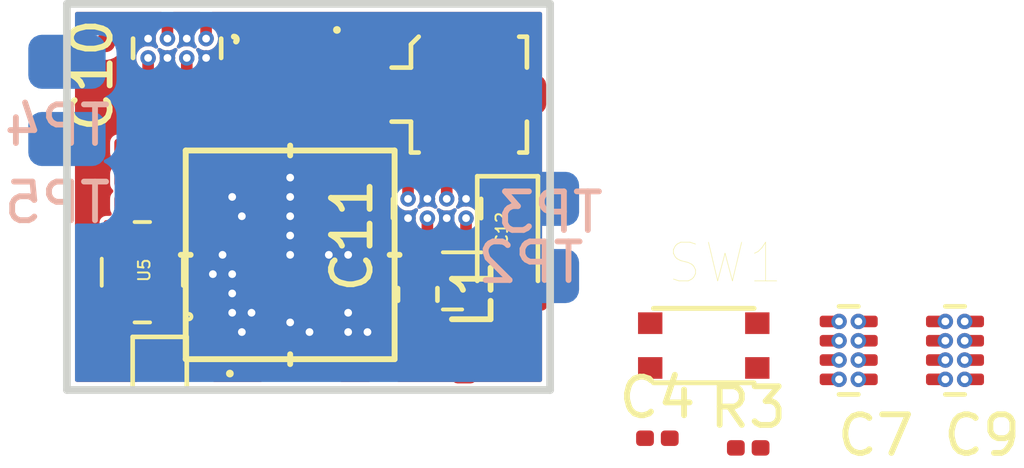
<source format=kicad_pcb>
(kicad_pcb (version 20171130) (host pcbnew 5.1.6-c6e7f7d~87~ubuntu18.04.1)

  (general
    (thickness 1)
    (drawings 4)
    (tracks 21)
    (zones 0)
    (modules 44)
    (nets 67)
  )

  (page A4)
  (layers
    (0 F.Cu signal)
    (1 In1.Cu_Gnd signal)
    (2 In2.Cu_3V3 signal)
    (31 B.Cu signal)
    (32 B.Adhes user)
    (33 F.Adhes user)
    (34 B.Paste user)
    (35 F.Paste user)
    (36 B.SilkS user hide)
    (37 F.SilkS user)
    (38 B.Mask user)
    (39 F.Mask user)
    (40 Dwgs.User user)
    (41 Cmts.User user)
    (42 Eco1.User user hide)
    (43 Eco2.User user)
    (44 Edge.Cuts user)
    (45 Margin user)
    (46 B.CrtYd user)
    (47 F.CrtYd user)
    (48 B.Fab user hide)
    (49 F.Fab user hide)
  )

  (setup
    (last_trace_width 0.1)
    (user_trace_width 0.15)
    (user_trace_width 0.2)
    (user_trace_width 0.25)
    (user_trace_width 0.3)
    (user_trace_width 0.35)
    (user_trace_width 0.4)
    (trace_clearance 0.1)
    (zone_clearance 0.0001)
    (zone_45_only no)
    (trace_min 0.1)
    (via_size 0.4)
    (via_drill 0.2)
    (via_min_size 0.4)
    (via_min_drill 0.2)
    (uvia_size 0.3)
    (uvia_drill 0.1)
    (uvias_allowed no)
    (uvia_min_size 0.2)
    (uvia_min_drill 0.1)
    (edge_width 0.05)
    (segment_width 0.2)
    (pcb_text_width 0.3)
    (pcb_text_size 1.5 1.5)
    (mod_edge_width 0.12)
    (mod_text_size 1 1)
    (mod_text_width 0.15)
    (pad_size 0.5 0.5)
    (pad_drill 0)
    (pad_to_mask_clearance 0.05)
    (solder_mask_min_width 0.1)
    (aux_axis_origin 0 0)
    (visible_elements 7FFFFFFF)
    (pcbplotparams
      (layerselection 0x012cc_ffffffff)
      (usegerberextensions false)
      (usegerberattributes false)
      (usegerberadvancedattributes false)
      (creategerberjobfile false)
      (excludeedgelayer true)
      (linewidth 0.250000)
      (plotframeref false)
      (viasonmask false)
      (mode 1)
      (useauxorigin false)
      (hpglpennumber 1)
      (hpglpenspeed 20)
      (hpglpendiameter 15.000000)
      (psnegative false)
      (psa4output false)
      (plotreference true)
      (plotvalue true)
      (plotinvisibletext false)
      (padsonsilk false)
      (subtractmaskfromsilk false)
      (outputformat 1)
      (mirror false)
      (drillshape 0)
      (scaleselection 1)
      (outputdirectory "gerber_files/single_reciever/"))
  )

  (net 0 "")
  (net 1 GND)
  (net 2 VDDRF1V5)
  (net 3 VR_PA)
  (net 4 3.3-5V_IN)
  (net 5 +3V3)
  (net 6 "Net-(C13-Pad2)")
  (net 7 XI)
  (net 8 "Net-(C18-Pad2)")
  (net 9 "Net-(C18-Pad1)")
  (net 10 RFI_N)
  (net 11 RFI_P)
  (net 12 "Net-(C26-Pad1)")
  (net 13 "Net-(D1-Pad1)")
  (net 14 "Net-(L1-Pad1)")
  (net 15 LED1)
  (net 16 LED2)
  (net 17 Boot0)
  (net 18 RFSW_CRTL)
  (net 19 UART_RX)
  (net 20 UART_TX)
  (net 21 "Net-(C14-Pad1)")
  (net 22 "Net-(L2-Pad2)")
  (net 23 "Net-(R6-Pad1)")
  (net 24 RFO)
  (net 25 RFI)
  (net 26 NRST)
  (net 27 SWDIO)
  (net 28 SWDCLK)
  (net 29 "Net-(U1-PadB3)")
  (net 30 "Net-(U1-PadB4)")
  (net 31 "Net-(U1-PadB6)")
  (net 32 "Net-(U1-PadC1)")
  (net 33 "Net-(U1-PadC2)")
  (net 34 "Net-(U1-PadC3)")
  (net 35 "Net-(U1-PadC4)")
  (net 36 "Net-(U1-PadC5)")
  (net 37 "Net-(U1-PadC6)")
  (net 38 "Net-(U1-PadC7)")
  (net 39 "Net-(U1-PadD2)")
  (net 40 "Net-(U1-PadD3)")
  (net 41 "Net-(U1-PadD4)")
  (net 42 "Net-(U1-PadD5)")
  (net 43 "Net-(U1-PadD7)")
  (net 44 "Net-(U1-PadE1)")
  (net 45 "Net-(U1-PadE4)")
  (net 46 "Net-(U1-PadE6)")
  (net 47 "Net-(U1-PadF1)")
  (net 48 "Net-(U1-PadF2)")
  (net 49 "Net-(U1-PadF3)")
  (net 50 "Net-(U1-PadF4)")
  (net 51 "Net-(U1-PadF6)")
  (net 52 "Net-(U1-PadG2)")
  (net 53 "Net-(U1-PadG3)")
  (net 54 "Net-(U1-PadG4)")
  (net 55 "Net-(U1-PadH1)")
  (net 56 "Net-(U1-PadH2)")
  (net 57 "Net-(U1-PadH3)")
  (net 58 "Net-(U1-PadH4)")
  (net 59 "Net-(U1-PadJ2)")
  (net 60 "Net-(U1-PadJ3)")
  (net 61 "Net-(U1-PadJ8)")
  (net 62 "Net-(U1-PadB9)")
  (net 63 "Net-(D2-Pad2)")
  (net 64 "Net-(U1-PadE7)")
  (net 65 BIND_BUT)
  (net 66 "Net-(U1-PadF8)")

  (net_class Default "Dies ist die voreingestellte Netzklasse."
    (clearance 0.1)
    (trace_width 0.1)
    (via_dia 0.4)
    (via_drill 0.2)
    (uvia_dia 0.3)
    (uvia_drill 0.1)
    (add_net +3V3)
    (add_net 3.3-5V_IN)
    (add_net BIND_BUT)
    (add_net Boot0)
    (add_net GND)
    (add_net LED1)
    (add_net LED2)
    (add_net NRST)
    (add_net "Net-(C13-Pad2)")
    (add_net "Net-(C14-Pad1)")
    (add_net "Net-(C18-Pad1)")
    (add_net "Net-(C18-Pad2)")
    (add_net "Net-(C26-Pad1)")
    (add_net "Net-(D1-Pad1)")
    (add_net "Net-(D2-Pad2)")
    (add_net "Net-(L1-Pad1)")
    (add_net "Net-(L2-Pad2)")
    (add_net "Net-(R6-Pad1)")
    (add_net "Net-(U1-PadB3)")
    (add_net "Net-(U1-PadB4)")
    (add_net "Net-(U1-PadB6)")
    (add_net "Net-(U1-PadB9)")
    (add_net "Net-(U1-PadC1)")
    (add_net "Net-(U1-PadC2)")
    (add_net "Net-(U1-PadC3)")
    (add_net "Net-(U1-PadC4)")
    (add_net "Net-(U1-PadC5)")
    (add_net "Net-(U1-PadC6)")
    (add_net "Net-(U1-PadC7)")
    (add_net "Net-(U1-PadD2)")
    (add_net "Net-(U1-PadD3)")
    (add_net "Net-(U1-PadD4)")
    (add_net "Net-(U1-PadD5)")
    (add_net "Net-(U1-PadD7)")
    (add_net "Net-(U1-PadE1)")
    (add_net "Net-(U1-PadE4)")
    (add_net "Net-(U1-PadE6)")
    (add_net "Net-(U1-PadE7)")
    (add_net "Net-(U1-PadF1)")
    (add_net "Net-(U1-PadF2)")
    (add_net "Net-(U1-PadF3)")
    (add_net "Net-(U1-PadF4)")
    (add_net "Net-(U1-PadF6)")
    (add_net "Net-(U1-PadF8)")
    (add_net "Net-(U1-PadG2)")
    (add_net "Net-(U1-PadG3)")
    (add_net "Net-(U1-PadG4)")
    (add_net "Net-(U1-PadH1)")
    (add_net "Net-(U1-PadH2)")
    (add_net "Net-(U1-PadH3)")
    (add_net "Net-(U1-PadH4)")
    (add_net "Net-(U1-PadJ2)")
    (add_net "Net-(U1-PadJ3)")
    (add_net "Net-(U1-PadJ8)")
    (add_net RFI)
    (add_net RFI_N)
    (add_net RFI_P)
    (add_net RFO)
    (add_net RFSW_CRTL)
    (add_net SWDCLK)
    (add_net SWDIO)
    (add_net UART_RX)
    (add_net UART_TX)
    (add_net VDDRF1V5)
    (add_net VR_PA)
    (add_net XI)
  )

  (module footprints:ECS-TXO-25CSMV-320-AM-TR_reduced_pads (layer F.Cu) (tedit 60511F6A) (tstamp 604B6144)
    (at 122.45 57.95 90)
    (path /604C7152)
    (fp_text reference U5 (at 0.05 0.05 90) (layer F.SilkS)
      (effects (font (size 0.3 0.3) (thickness 0.05)))
    )
    (fp_text value ECS-TXO-25CSMV-320-AM-TR (at 0.3 0.05 90) (layer F.Fab)
      (effects (font (size 0.25 0.25) (thickness 0.0625)))
    )
    (fp_circle (center -1.15 1.2) (end -1.1 1.25) (layer F.SilkS) (width 0.1))
    (fp_line (start 0.35 -1.05) (end -0.35 -1.05) (layer F.SilkS) (width 0.1))
    (fp_line (start -1.3 0.2) (end -1.3 -0.2) (layer F.SilkS) (width 0.1))
    (fp_line (start 1.3 -0.2) (end 1.3 0.2) (layer F.SilkS) (width 0.1))
    (fp_line (start -0.35 1.05) (end 0.35 1.05) (layer F.SilkS) (width 0.1))
    (fp_line (start -1.25 0.65) (end -0.9 1) (layer F.Fab) (width 0.12))
    (fp_line (start -1.25 1) (end -1.25 -1) (layer F.Fab) (width 0.12))
    (fp_line (start 1.25 1) (end -1.25 1) (layer F.Fab) (width 0.12))
    (fp_line (start 1.25 -1) (end 1.25 1) (layer F.Fab) (width 0.12))
    (fp_line (start -1.25 -1) (end 1.25 -1) (layer F.Fab) (width 0.12))
    (fp_line (start -1.4 -1.1) (end 1.4 -1.1) (layer F.CrtYd) (width 0.05))
    (fp_line (start 1.4 -1.1) (end 1.4 1.1) (layer F.CrtYd) (width 0.05))
    (fp_line (start 1.4 1.1) (end -1.4 1.1) (layer F.CrtYd) (width 0.05))
    (fp_line (start -1.4 1.1) (end -1.4 -1.1) (layer F.CrtYd) (width 0.05))
    (pad 2 smd roundrect (at 0.9 0.65 90) (size 0.9 0.7) (layers F.Cu F.Paste F.Mask) (roundrect_rratio 0.1)
      (net 1 GND))
    (pad 4 smd roundrect (at -0.9 -0.65 90) (size 0.9 0.7) (layers F.Cu F.Paste F.Mask) (roundrect_rratio 0.1)
      (net 5 +3V3))
    (pad 3 smd roundrect (at 0.9 -0.65 90) (size 0.9 0.7) (layers F.Cu F.Paste F.Mask) (roundrect_rratio 0.1)
      (net 23 "Net-(R6-Pad1)"))
    (pad 1 smd roundrect (at -0.9 0.65 90) (size 0.9 0.7) (layers F.Cu F.Paste F.Mask) (roundrect_rratio 0.1)
      (net 1 GND))
    (model ${KIPRJMOD}/footprints.pretty/3d/ECS-TXO-25CSMV-320-AM-TR.STEP
      (at (xyz 0 0 0))
      (scale (xyz 1 1 1))
      (rotate (xyz -90 0 0))
    )
  )

  (module ftprnts:AVX_S_CASE (layer F.Cu) (tedit 60511BFC) (tstamp 6051E044)
    (at 131.9 56.825 270)
    (path /608C4840)
    (fp_text reference C12 (at 0 0.15 270) (layer F.SilkS)
      (effects (font (size 0.3 0.3) (thickness 0.05)))
    )
    (fp_text value 100uF (at 0 -0.15 270) (layer F.Fab)
      (effects (font (size 1 1) (thickness 0.15)))
    )
    (fp_line (start 1 -0.625) (end -0.6875 -0.625) (layer F.Fab) (width 0.1))
    (fp_line (start 1.3 -0.7) (end 1.3 0.7) (layer F.CrtYd) (width 0.05))
    (fp_line (start -1.36 -0.785) (end -1.36 0.785) (layer F.SilkS) (width 0.12))
    (fp_line (start -0.6875 -0.625) (end -1 -0.3125) (layer F.Fab) (width 0.1))
    (fp_line (start -1.3 0.7) (end -1.3 -0.7) (layer F.CrtYd) (width 0.05))
    (fp_line (start -1.36 0.785) (end 1.35 0.785) (layer F.SilkS) (width 0.12))
    (fp_line (start 1 0.625) (end 1 -0.625) (layer F.Fab) (width 0.1))
    (fp_line (start 1.35 -0.785) (end -1.36 -0.785) (layer F.SilkS) (width 0.12))
    (fp_line (start -1.3 -0.7) (end 1.3 -0.7) (layer F.CrtYd) (width 0.05))
    (fp_line (start 1.3 0.7) (end -1.3 0.7) (layer F.CrtYd) (width 0.05))
    (fp_line (start -1 -0.3125) (end -1 0.625) (layer F.Fab) (width 0.1))
    (fp_line (start -1 0.625) (end 1 0.625) (layer F.Fab) (width 0.1))
    (fp_text user %R (at 0 0 270) (layer F.Fab)
      (effects (font (size 0.5 0.5) (thickness 0.08)))
    )
    (pad 2 smd roundrect (at 0.85 0 270) (size 0.7 1) (layers F.Cu F.Paste F.Mask) (roundrect_rratio 0.1)
      (net 1 GND))
    (pad 1 smd roundrect (at -0.85 0 90) (size 0.7 1) (layers F.Cu F.Paste F.Mask) (roundrect_rratio 0.1)
      (net 5 +3V3))
    (model ${KISYS3DMOD}/Capacitor_Tantalum_SMD.3dshapes/CP_EIA-2012-15_AVX-P.wrl
      (at (xyz 0 0 0))
      (scale (xyz 1 1 0.6))
      (rotate (xyz 0 0 0))
    )
  )

  (module footprints:EVPBL9A2B000 (layer F.Cu) (tedit 6048EF7D) (tstamp 6051A705)
    (at 136.975 59.85)
    (path /6089F96C)
    (fp_text reference SW1 (at 0.55069 -2.13777) (layer F.SilkS)
      (effects (font (size 1.001291 1.001291) (thickness 0.015)))
    )
    (fp_text value SW_Push (at -0.1 1.3) (layer F.Fab)
      (effects (font (size 0.3 0.3) (thickness 0.015)))
    )
    (fp_line (start -1.4 -0.95) (end 1.4 -0.95) (layer F.Fab) (width 0.127))
    (fp_line (start 1.4 -0.95) (end 1.4 0.9) (layer F.Fab) (width 0.127))
    (fp_line (start 1.4 0.9) (end -1.4 0.9) (layer F.Fab) (width 0.127))
    (fp_line (start -1.4 0.9) (end -1.4 -0.95) (layer F.Fab) (width 0.127))
    (fp_line (start -1.3 0.9635) (end 1.3 0.9635) (layer F.SilkS) (width 0.127))
    (fp_line (start -1.3 -0.9635) (end 1.3 -0.9635) (layer F.SilkS) (width 0.127))
    (fp_line (start -1.85 -1.05) (end 1.85 -1.05) (layer F.CrtYd) (width 0.05))
    (fp_line (start 1.85 -1.05) (end 1.85 1.05) (layer F.CrtYd) (width 0.05))
    (fp_line (start 1.85 1.05) (end -1.85 1.05) (layer F.CrtYd) (width 0.05))
    (fp_line (start -1.85 1.05) (end -1.85 -1.05) (layer F.CrtYd) (width 0.05))
    (pad 2 smd rect (at 1.385 0.58) (size 0.63 0.56) (layers F.Cu F.Paste F.Mask)
      (net 1 GND))
    (pad 2 smd rect (at 1.385 -0.58) (size 0.63 0.56) (layers F.Cu F.Paste F.Mask)
      (net 1 GND))
    (pad 1 smd rect (at -1.385 0.58) (size 0.63 0.56) (layers F.Cu F.Paste F.Mask)
      (net 65 BIND_BUT))
    (pad 1 smd rect (at -1.385 -0.58) (size 0.63 0.56) (layers F.Cu F.Paste F.Mask)
      (net 65 BIND_BUT))
  )

  (module footprints:R_0201_0603Metric_dense (layer F.Cu) (tedit 60493B0C) (tstamp 6051A693)
    (at 138.125 62.5)
    (descr "Resistor SMD 0201 (0603 Metric), square (rectangular) end terminal, IPC_7351 nominal, (Body size source: https://www.vishay.com/docs/20052/crcw0201e3.pdf), generated with kicad-footprint-generator")
    (tags resistor)
    (path /608A071A)
    (attr smd)
    (fp_text reference R3 (at 0 -1.05) (layer F.SilkS)
      (effects (font (size 1 1) (thickness 0.15)))
    )
    (fp_text value 10k (at 0 1.05) (layer F.Fab)
      (effects (font (size 1 1) (thickness 0.15)))
    )
    (fp_text user %R (at 0 -0.68) (layer F.Fab)
      (effects (font (size 0.25 0.25) (thickness 0.04)))
    )
    (fp_line (start 0.65 0.3) (end -0.65 0.3) (layer F.CrtYd) (width 0.05))
    (fp_line (start 0.65 -0.3) (end 0.65 0.3) (layer F.CrtYd) (width 0.05))
    (fp_line (start -0.65 -0.3) (end 0.65 -0.3) (layer F.CrtYd) (width 0.05))
    (fp_line (start -0.65 0.3) (end -0.65 -0.3) (layer F.CrtYd) (width 0.05))
    (fp_line (start 0.3 0.15) (end -0.3 0.15) (layer F.Fab) (width 0.1))
    (fp_line (start 0.3 -0.15) (end 0.3 0.15) (layer F.Fab) (width 0.1))
    (fp_line (start -0.3 -0.15) (end 0.3 -0.15) (layer F.Fab) (width 0.1))
    (fp_line (start -0.3 0.15) (end -0.3 -0.15) (layer F.Fab) (width 0.1))
    (pad 2 smd roundrect (at 0.32 0) (size 0.46 0.4) (layers F.Cu F.Mask) (roundrect_rratio 0.25)
      (net 5 +3V3))
    (pad 1 smd roundrect (at -0.32 0) (size 0.46 0.4) (layers F.Cu F.Mask) (roundrect_rratio 0.25)
      (net 65 BIND_BUT))
    (pad "" smd roundrect (at 0.345 0) (size 0.318 0.36) (layers F.Paste) (roundrect_rratio 0.25))
    (pad "" smd roundrect (at -0.345 0) (size 0.318 0.36) (layers F.Paste) (roundrect_rratio 0.25))
    (model ${KISYS3DMOD}/Resistor_SMD.3dshapes/R_0201_0603Metric.wrl
      (at (xyz 0 0 0))
      (scale (xyz 1 1 1))
      (rotate (xyz 0 0 0))
    )
  )

  (module footprints:0805_low_esl_cap_avx_w_via_dense (layer F.Cu) (tedit 60493914) (tstamp 60482373)
    (at 130.075 56.3 270)
    (path /608D1194)
    (fp_text reference C11 (at 0.7 2.2 90) (layer F.SilkS)
      (effects (font (size 1 1) (thickness 0.15)))
    )
    (fp_text value 2.2uF (at 0.25 -1.85 90) (layer F.Fab)
      (effects (font (size 1 1) (thickness 0.15)))
    )
    (fp_line (start 0.25 -1.14) (end -0.25 -1.14) (layer F.SilkS) (width 0.12))
    (fp_line (start 0.25 1.14) (end -0.25 1.14) (layer F.SilkS) (width 0.12))
    (fp_line (start -0.5 1) (end -0.5 -1) (layer F.Fab) (width 0.1))
    (fp_line (start -0.85 -1.1) (end -0.85 1.1) (layer F.CrtYd) (width 0.05))
    (fp_line (start -0.85 -1.1) (end 0.85 -1.1) (layer F.CrtYd) (width 0.05))
    (fp_line (start 0.85 1.1) (end -0.85 1.1) (layer F.CrtYd) (width 0.05))
    (fp_line (start 0.5 1) (end -0.5 1) (layer F.Fab) (width 0.1))
    (fp_line (start 0.5 -1) (end 0.5 1) (layer F.Fab) (width 0.1))
    (fp_line (start 0.85 1.1) (end 0.85 -1.1) (layer F.CrtYd) (width 0.05))
    (fp_line (start -0.5 -1) (end 0.5 -1) (layer F.Fab) (width 0.1))
    (pad 2 thru_hole circle (at -0.25 -0.25 270) (size 0.4 0.4) (drill 0.2) (layers *.Cu)
      (net 5 +3V3) (solder_mask_margin -0.1))
    (pad 1 thru_hole circle (at -0.25 0.25 270) (size 0.4 0.4) (drill 0.2) (layers *.Cu)
      (net 1 GND) (solder_mask_margin -0.1))
    (pad 2 smd roundrect (at -0.5 -0.25 270) (size 0.5 0.3) (layers F.Cu F.Paste F.Mask) (roundrect_rratio 0.25)
      (net 5 +3V3))
    (pad 1 smd roundrect (at -0.5 0.25 270) (size 0.5 0.3) (layers F.Cu F.Paste F.Mask) (roundrect_rratio 0.25)
      (net 1 GND))
    (pad 2 smd roundrect (at 0.5 0.25 270) (size 0.5 0.3) (layers F.Cu F.Paste F.Mask) (roundrect_rratio 0.25)
      (net 5 +3V3))
    (pad 1 smd roundrect (at -0.5 -0.75 270) (size 0.5 0.3) (layers F.Cu F.Paste F.Mask) (roundrect_rratio 0.25)
      (net 1 GND))
    (pad 2 smd roundrect (at 0.5 -0.75 270) (size 0.5 0.3) (layers F.Cu F.Paste F.Mask) (roundrect_rratio 0.25)
      (net 5 +3V3))
    (pad 1 smd roundrect (at 0.5 -0.25 270) (size 0.5 0.3) (layers F.Cu F.Paste F.Mask) (roundrect_rratio 0.25)
      (net 1 GND))
    (pad 2 smd roundrect (at -0.5 0.75 270) (size 0.5 0.3) (layers F.Cu F.Paste F.Mask) (roundrect_rratio 0.25)
      (net 5 +3V3))
    (pad 1 smd roundrect (at 0.5 0.75 270) (size 0.5 0.3) (layers F.Cu F.Paste F.Mask) (roundrect_rratio 0.25)
      (net 1 GND))
    (pad 2 thru_hole circle (at -0.25 0.75 270) (size 0.4 0.4) (drill 0.2) (layers *.Cu)
      (net 5 +3V3) (solder_mask_margin -0.1))
    (pad 2 thru_hole circle (at 0.25 0.25 270) (size 0.4 0.4) (drill 0.2) (layers *.Cu)
      (net 5 +3V3) (solder_mask_margin -0.1))
    (pad 1 thru_hole circle (at -0.25 -0.75 270) (size 0.4 0.4) (drill 0.2) (layers *.Cu)
      (net 1 GND) (solder_mask_margin -0.1))
    (pad 1 thru_hole circle (at 0.25 0.75 270) (size 0.4 0.4) (drill 0.2) (layers *.Cu)
      (net 1 GND) (solder_mask_margin -0.1))
    (pad 1 thru_hole circle (at 0.25 -0.25 270) (size 0.4 0.4) (drill 0.2) (layers *.Cu)
      (net 1 GND) (solder_mask_margin -0.1))
    (pad 2 thru_hole circle (at 0.25 -0.75 270) (size 0.4 0.4) (drill 0.2) (layers *.Cu)
      (net 5 +3V3) (solder_mask_margin -0.1))
    (model ${KISYS3DMOD}/Resistor_SMD.3dshapes/R_Array_Concave_4x0402.step
      (at (xyz 0 0 0))
      (scale (xyz 1 1 1))
      (rotate (xyz 0 0 0))
    )
  )

  (module footprints:0805_low_esl_cap_avx_w_via_dense (layer F.Cu) (tedit 60493914) (tstamp 604B930C)
    (at 123.35 52.15 270)
    (path /608D1174)
    (fp_text reference C10 (at 0.7 2.2 90) (layer F.SilkS)
      (effects (font (size 1 1) (thickness 0.15)))
    )
    (fp_text value 2.2uF (at 0.25 -1.85 90) (layer F.Fab)
      (effects (font (size 1 1) (thickness 0.15)))
    )
    (fp_line (start 0.25 -1.14) (end -0.25 -1.14) (layer F.SilkS) (width 0.12))
    (fp_line (start 0.25 1.14) (end -0.25 1.14) (layer F.SilkS) (width 0.12))
    (fp_line (start -0.5 1) (end -0.5 -1) (layer F.Fab) (width 0.1))
    (fp_line (start -0.85 -1.1) (end -0.85 1.1) (layer F.CrtYd) (width 0.05))
    (fp_line (start -0.85 -1.1) (end 0.85 -1.1) (layer F.CrtYd) (width 0.05))
    (fp_line (start 0.85 1.1) (end -0.85 1.1) (layer F.CrtYd) (width 0.05))
    (fp_line (start 0.5 1) (end -0.5 1) (layer F.Fab) (width 0.1))
    (fp_line (start 0.5 -1) (end 0.5 1) (layer F.Fab) (width 0.1))
    (fp_line (start 0.85 1.1) (end 0.85 -1.1) (layer F.CrtYd) (width 0.05))
    (fp_line (start -0.5 -1) (end 0.5 -1) (layer F.Fab) (width 0.1))
    (pad 2 thru_hole circle (at -0.25 -0.25 270) (size 0.4 0.4) (drill 0.2) (layers *.Cu)
      (net 1 GND) (solder_mask_margin -0.1))
    (pad 1 thru_hole circle (at -0.25 0.25 270) (size 0.4 0.4) (drill 0.2) (layers *.Cu)
      (net 5 +3V3) (solder_mask_margin -0.1))
    (pad 2 smd roundrect (at -0.5 -0.25 270) (size 0.5 0.3) (layers F.Cu F.Paste F.Mask) (roundrect_rratio 0.25)
      (net 1 GND))
    (pad 1 smd roundrect (at -0.5 0.25 270) (size 0.5 0.3) (layers F.Cu F.Paste F.Mask) (roundrect_rratio 0.25)
      (net 5 +3V3))
    (pad 2 smd roundrect (at 0.5 0.25 270) (size 0.5 0.3) (layers F.Cu F.Paste F.Mask) (roundrect_rratio 0.25)
      (net 1 GND))
    (pad 1 smd roundrect (at -0.5 -0.75 270) (size 0.5 0.3) (layers F.Cu F.Paste F.Mask) (roundrect_rratio 0.25)
      (net 5 +3V3))
    (pad 2 smd roundrect (at 0.5 -0.75 270) (size 0.5 0.3) (layers F.Cu F.Paste F.Mask) (roundrect_rratio 0.25)
      (net 1 GND))
    (pad 1 smd roundrect (at 0.5 -0.25 270) (size 0.5 0.3) (layers F.Cu F.Paste F.Mask) (roundrect_rratio 0.25)
      (net 5 +3V3))
    (pad 2 smd roundrect (at -0.5 0.75 270) (size 0.5 0.3) (layers F.Cu F.Paste F.Mask) (roundrect_rratio 0.25)
      (net 1 GND))
    (pad 1 smd roundrect (at 0.5 0.75 270) (size 0.5 0.3) (layers F.Cu F.Paste F.Mask) (roundrect_rratio 0.25)
      (net 5 +3V3))
    (pad 2 thru_hole circle (at -0.25 0.75 270) (size 0.4 0.4) (drill 0.2) (layers *.Cu)
      (net 1 GND) (solder_mask_margin -0.1))
    (pad 2 thru_hole circle (at 0.25 0.25 270) (size 0.4 0.4) (drill 0.2) (layers *.Cu)
      (net 1 GND) (solder_mask_margin -0.1))
    (pad 1 thru_hole circle (at -0.25 -0.75 270) (size 0.4 0.4) (drill 0.2) (layers *.Cu)
      (net 5 +3V3) (solder_mask_margin -0.1))
    (pad 1 thru_hole circle (at 0.25 0.75 270) (size 0.4 0.4) (drill 0.2) (layers *.Cu)
      (net 5 +3V3) (solder_mask_margin -0.1))
    (pad 1 thru_hole circle (at 0.25 -0.25 270) (size 0.4 0.4) (drill 0.2) (layers *.Cu)
      (net 5 +3V3) (solder_mask_margin -0.1))
    (pad 2 thru_hole circle (at 0.25 -0.75 270) (size 0.4 0.4) (drill 0.2) (layers *.Cu)
      (net 1 GND) (solder_mask_margin -0.1))
    (model ${KISYS3DMOD}/Resistor_SMD.3dshapes/R_Array_Concave_4x0402.step
      (at (xyz 0 0 0))
      (scale (xyz 1 1 1))
      (rotate (xyz 0 0 0))
    )
  )

  (module footprints:0805_low_esl_cap_avx_w_via_dense (layer F.Cu) (tedit 60493914) (tstamp 6051A3F0)
    (at 143.475 59.975)
    (path /608C1865)
    (fp_text reference C9 (at 0.7 2.2) (layer F.SilkS)
      (effects (font (size 1 1) (thickness 0.15)))
    )
    (fp_text value 2.2uF (at 0.25 -1.85) (layer F.Fab)
      (effects (font (size 1 1) (thickness 0.15)))
    )
    (fp_line (start 0.25 -1.14) (end -0.25 -1.14) (layer F.SilkS) (width 0.12))
    (fp_line (start 0.25 1.14) (end -0.25 1.14) (layer F.SilkS) (width 0.12))
    (fp_line (start -0.5 1) (end -0.5 -1) (layer F.Fab) (width 0.1))
    (fp_line (start -0.85 -1.1) (end -0.85 1.1) (layer F.CrtYd) (width 0.05))
    (fp_line (start -0.85 -1.1) (end 0.85 -1.1) (layer F.CrtYd) (width 0.05))
    (fp_line (start 0.85 1.1) (end -0.85 1.1) (layer F.CrtYd) (width 0.05))
    (fp_line (start 0.5 1) (end -0.5 1) (layer F.Fab) (width 0.1))
    (fp_line (start 0.5 -1) (end 0.5 1) (layer F.Fab) (width 0.1))
    (fp_line (start 0.85 1.1) (end 0.85 -1.1) (layer F.CrtYd) (width 0.05))
    (fp_line (start -0.5 -1) (end 0.5 -1) (layer F.Fab) (width 0.1))
    (pad 2 thru_hole circle (at -0.25 -0.25) (size 0.4 0.4) (drill 0.2) (layers *.Cu)
      (net 5 +3V3) (solder_mask_margin -0.1))
    (pad 1 thru_hole circle (at -0.25 0.25) (size 0.4 0.4) (drill 0.2) (layers *.Cu)
      (net 1 GND) (solder_mask_margin -0.1))
    (pad 2 smd roundrect (at -0.5 -0.25) (size 0.5 0.3) (layers F.Cu F.Paste F.Mask) (roundrect_rratio 0.25)
      (net 5 +3V3))
    (pad 1 smd roundrect (at -0.5 0.25) (size 0.5 0.3) (layers F.Cu F.Paste F.Mask) (roundrect_rratio 0.25)
      (net 1 GND))
    (pad 2 smd roundrect (at 0.5 0.25) (size 0.5 0.3) (layers F.Cu F.Paste F.Mask) (roundrect_rratio 0.25)
      (net 5 +3V3))
    (pad 1 smd roundrect (at -0.5 -0.75) (size 0.5 0.3) (layers F.Cu F.Paste F.Mask) (roundrect_rratio 0.25)
      (net 1 GND))
    (pad 2 smd roundrect (at 0.5 -0.75) (size 0.5 0.3) (layers F.Cu F.Paste F.Mask) (roundrect_rratio 0.25)
      (net 5 +3V3))
    (pad 1 smd roundrect (at 0.5 -0.25) (size 0.5 0.3) (layers F.Cu F.Paste F.Mask) (roundrect_rratio 0.25)
      (net 1 GND))
    (pad 2 smd roundrect (at -0.5 0.75) (size 0.5 0.3) (layers F.Cu F.Paste F.Mask) (roundrect_rratio 0.25)
      (net 5 +3V3))
    (pad 1 smd roundrect (at 0.5 0.75) (size 0.5 0.3) (layers F.Cu F.Paste F.Mask) (roundrect_rratio 0.25)
      (net 1 GND))
    (pad 2 thru_hole circle (at -0.25 0.75) (size 0.4 0.4) (drill 0.2) (layers *.Cu)
      (net 5 +3V3) (solder_mask_margin -0.1))
    (pad 2 thru_hole circle (at 0.25 0.25) (size 0.4 0.4) (drill 0.2) (layers *.Cu)
      (net 5 +3V3) (solder_mask_margin -0.1))
    (pad 1 thru_hole circle (at -0.25 -0.75) (size 0.4 0.4) (drill 0.2) (layers *.Cu)
      (net 1 GND) (solder_mask_margin -0.1))
    (pad 1 thru_hole circle (at 0.25 0.75) (size 0.4 0.4) (drill 0.2) (layers *.Cu)
      (net 1 GND) (solder_mask_margin -0.1))
    (pad 1 thru_hole circle (at 0.25 -0.25) (size 0.4 0.4) (drill 0.2) (layers *.Cu)
      (net 1 GND) (solder_mask_margin -0.1))
    (pad 2 thru_hole circle (at 0.25 -0.75) (size 0.4 0.4) (drill 0.2) (layers *.Cu)
      (net 5 +3V3) (solder_mask_margin -0.1))
    (model ${KISYS3DMOD}/Resistor_SMD.3dshapes/R_Array_Concave_4x0402.step
      (at (xyz 0 0 0))
      (scale (xyz 1 1 1))
      (rotate (xyz 0 0 0))
    )
  )

  (module footprints:0805_low_esl_cap_avx_w_via_dense (layer F.Cu) (tedit 60493914) (tstamp 6051A3B2)
    (at 140.725 59.975)
    (path /608B76A3)
    (fp_text reference C7 (at 0.7 2.2) (layer F.SilkS)
      (effects (font (size 1 1) (thickness 0.15)))
    )
    (fp_text value 2.2uF (at 0.25 -1.85) (layer F.Fab)
      (effects (font (size 1 1) (thickness 0.15)))
    )
    (fp_line (start 0.25 -1.14) (end -0.25 -1.14) (layer F.SilkS) (width 0.12))
    (fp_line (start 0.25 1.14) (end -0.25 1.14) (layer F.SilkS) (width 0.12))
    (fp_line (start -0.5 1) (end -0.5 -1) (layer F.Fab) (width 0.1))
    (fp_line (start -0.85 -1.1) (end -0.85 1.1) (layer F.CrtYd) (width 0.05))
    (fp_line (start -0.85 -1.1) (end 0.85 -1.1) (layer F.CrtYd) (width 0.05))
    (fp_line (start 0.85 1.1) (end -0.85 1.1) (layer F.CrtYd) (width 0.05))
    (fp_line (start 0.5 1) (end -0.5 1) (layer F.Fab) (width 0.1))
    (fp_line (start 0.5 -1) (end 0.5 1) (layer F.Fab) (width 0.1))
    (fp_line (start 0.85 1.1) (end 0.85 -1.1) (layer F.CrtYd) (width 0.05))
    (fp_line (start -0.5 -1) (end 0.5 -1) (layer F.Fab) (width 0.1))
    (pad 2 thru_hole circle (at -0.25 -0.25) (size 0.4 0.4) (drill 0.2) (layers *.Cu)
      (net 1 GND) (solder_mask_margin -0.1))
    (pad 1 thru_hole circle (at -0.25 0.25) (size 0.4 0.4) (drill 0.2) (layers *.Cu)
      (net 5 +3V3) (solder_mask_margin -0.1))
    (pad 2 smd roundrect (at -0.5 -0.25) (size 0.5 0.3) (layers F.Cu F.Paste F.Mask) (roundrect_rratio 0.25)
      (net 1 GND))
    (pad 1 smd roundrect (at -0.5 0.25) (size 0.5 0.3) (layers F.Cu F.Paste F.Mask) (roundrect_rratio 0.25)
      (net 5 +3V3))
    (pad 2 smd roundrect (at 0.5 0.25) (size 0.5 0.3) (layers F.Cu F.Paste F.Mask) (roundrect_rratio 0.25)
      (net 1 GND))
    (pad 1 smd roundrect (at -0.5 -0.75) (size 0.5 0.3) (layers F.Cu F.Paste F.Mask) (roundrect_rratio 0.25)
      (net 5 +3V3))
    (pad 2 smd roundrect (at 0.5 -0.75) (size 0.5 0.3) (layers F.Cu F.Paste F.Mask) (roundrect_rratio 0.25)
      (net 1 GND))
    (pad 1 smd roundrect (at 0.5 -0.25) (size 0.5 0.3) (layers F.Cu F.Paste F.Mask) (roundrect_rratio 0.25)
      (net 5 +3V3))
    (pad 2 smd roundrect (at -0.5 0.75) (size 0.5 0.3) (layers F.Cu F.Paste F.Mask) (roundrect_rratio 0.25)
      (net 1 GND))
    (pad 1 smd roundrect (at 0.5 0.75) (size 0.5 0.3) (layers F.Cu F.Paste F.Mask) (roundrect_rratio 0.25)
      (net 5 +3V3))
    (pad 2 thru_hole circle (at -0.25 0.75) (size 0.4 0.4) (drill 0.2) (layers *.Cu)
      (net 1 GND) (solder_mask_margin -0.1))
    (pad 2 thru_hole circle (at 0.25 0.25) (size 0.4 0.4) (drill 0.2) (layers *.Cu)
      (net 1 GND) (solder_mask_margin -0.1))
    (pad 1 thru_hole circle (at -0.25 -0.75) (size 0.4 0.4) (drill 0.2) (layers *.Cu)
      (net 5 +3V3) (solder_mask_margin -0.1))
    (pad 1 thru_hole circle (at 0.25 0.75) (size 0.4 0.4) (drill 0.2) (layers *.Cu)
      (net 5 +3V3) (solder_mask_margin -0.1))
    (pad 1 thru_hole circle (at 0.25 -0.25) (size 0.4 0.4) (drill 0.2) (layers *.Cu)
      (net 5 +3V3) (solder_mask_margin -0.1))
    (pad 2 thru_hole circle (at 0.25 -0.75) (size 0.4 0.4) (drill 0.2) (layers *.Cu)
      (net 1 GND) (solder_mask_margin -0.1))
    (model ${KISYS3DMOD}/Resistor_SMD.3dshapes/R_Array_Concave_4x0402.step
      (at (xyz 0 0 0))
      (scale (xyz 1 1 1))
      (rotate (xyz 0 0 0))
    )
  )

  (module footprints:C_0201_0603Metric_dense (layer F.Cu) (tedit 60493742) (tstamp 6051A358)
    (at 135.775 62.25)
    (descr "Capacitor SMD 0201 (0603 Metric), square (rectangular) end terminal, IPC_7351 nominal, (Body size source: https://www.vishay.com/docs/20052/crcw0201e3.pdf), generated with kicad-footprint-generator")
    (tags capacitor)
    (path /608A1592)
    (attr smd)
    (fp_text reference C4 (at 0 -1.05) (layer F.SilkS)
      (effects (font (size 1 1) (thickness 0.15)))
    )
    (fp_text value 1µF (at 0 1.05) (layer F.Fab)
      (effects (font (size 1 1) (thickness 0.15)))
    )
    (fp_text user %R (at 0 -0.68) (layer F.Fab)
      (effects (font (size 0.25 0.25) (thickness 0.04)))
    )
    (fp_line (start -0.3 0.15) (end -0.3 -0.15) (layer F.Fab) (width 0.1))
    (fp_line (start -0.3 -0.15) (end 0.3 -0.15) (layer F.Fab) (width 0.1))
    (fp_line (start 0.3 -0.15) (end 0.3 0.15) (layer F.Fab) (width 0.1))
    (fp_line (start 0.3 0.15) (end -0.3 0.15) (layer F.Fab) (width 0.1))
    (fp_line (start -0.65 0.3) (end -0.65 -0.3) (layer F.CrtYd) (width 0.05))
    (fp_line (start -0.65 -0.3) (end 0.65 -0.3) (layer F.CrtYd) (width 0.05))
    (fp_line (start 0.65 -0.3) (end 0.65 0.3) (layer F.CrtYd) (width 0.05))
    (fp_line (start 0.65 0.3) (end -0.65 0.3) (layer F.CrtYd) (width 0.05))
    (pad 2 smd roundrect (at 0.32 0) (size 0.46 0.4) (layers F.Cu F.Mask) (roundrect_rratio 0.25)
      (net 1 GND))
    (pad 1 smd roundrect (at -0.32 0) (size 0.46 0.4) (layers F.Cu F.Mask) (roundrect_rratio 0.25)
      (net 65 BIND_BUT))
    (pad "" smd roundrect (at 0.345 0) (size 0.318 0.36) (layers F.Paste) (roundrect_rratio 0.25))
    (pad "" smd roundrect (at -0.345 0) (size 0.318 0.36) (layers F.Paste) (roundrect_rratio 0.25))
    (model ${KISYS3DMOD}/Capacitor_SMD.3dshapes/C_0201_0603Metric.wrl
      (at (xyz 0 0 0))
      (scale (xyz 1 1 1))
      (rotate (xyz 0 0 0))
    )
  )

  (module Inductor_SMD:L_0603_1608Metric (layer F.Cu) (tedit 60511923) (tstamp 6051DF4D)
    (at 129.575 58.525 270)
    (descr "Inductor SMD 0603 (1608 Metric), square (rectangular) end terminal, IPC_7351 nominal, (Body size source: http://www.tortai-tech.com/upload/download/2011102023233369053.pdf), generated with kicad-footprint-generator")
    (tags inductor)
    (path /6082EDE3)
    (attr smd)
    (fp_text reference L1 (at 0 -1.43 270) (layer F.SilkS)
      (effects (font (size 1 1) (thickness 0.15)))
    )
    (fp_text value 15µH (at 0 1.43 270) (layer F.Fab)
      (effects (font (size 1 1) (thickness 0.15)))
    )
    (fp_line (start 1.35 0.6) (end -1.35 0.6) (layer F.CrtYd) (width 0.05))
    (fp_line (start 1.35 -0.6) (end 1.35 0.6) (layer F.CrtYd) (width 0.05))
    (fp_line (start -1.35 -0.6) (end 1.35 -0.6) (layer F.CrtYd) (width 0.05))
    (fp_line (start -1.35 0.6) (end -1.35 -0.6) (layer F.CrtYd) (width 0.05))
    (fp_line (start -0.162779 0.51) (end 0.162779 0.51) (layer F.SilkS) (width 0.12))
    (fp_line (start -0.162779 -0.51) (end 0.162779 -0.51) (layer F.SilkS) (width 0.12))
    (fp_line (start 0.8 0.4) (end -0.8 0.4) (layer F.Fab) (width 0.1))
    (fp_line (start 0.8 -0.4) (end 0.8 0.4) (layer F.Fab) (width 0.1))
    (fp_line (start -0.8 -0.4) (end 0.8 -0.4) (layer F.Fab) (width 0.1))
    (fp_line (start -0.8 0.4) (end -0.8 -0.4) (layer F.Fab) (width 0.1))
    (fp_text user %R (at 0 0 270) (layer F.Fab)
      (effects (font (size 0.4 0.4) (thickness 0.06)))
    )
    (pad 1 smd roundrect (at -0.7875 0 270) (size 0.875 0.95) (layers F.Cu F.Paste F.Mask) (roundrect_rratio 0.25)
      (net 14 "Net-(L1-Pad1)"))
    (pad 2 smd roundrect (at 0.7875 0 270) (size 0.875 0.95) (layers F.Cu F.Paste F.Mask) (roundrect_rratio 0.25)
      (net 2 VDDRF1V5))
    (model ${KISYS3DMOD}/Inductor_SMD.3dshapes/L_0603_1608Metric.wrl
      (at (xyz 0 0 0))
      (scale (xyz 1 1 1))
      (rotate (xyz 0 0 0))
    )
  )

  (module ftprnts:0900FM15D0039 (layer F.Cu) (tedit 605116CE) (tstamp 604B0391)
    (at 125 53.9 180)
    (path /604AB514)
    (fp_text reference U4 (at 0.1 0.05 180) (layer F.SilkS) hide
      (effects (font (size 0.3 0.3) (thickness 0.05)))
    )
    (fp_text value 0900FM15D0039 (at -0.1 -0.05 180) (layer F.Fab)
      (effects (font (size 1 1) (thickness 0.15)))
    )
    (fp_line (start 1.3 -0.9) (end 1.3 0.9) (layer F.CrtYd) (width 0.05))
    (fp_line (start 1.3 0.9) (end -1.3 0.9) (layer F.CrtYd) (width 0.05))
    (fp_line (start 1 -0.6) (end 1 0.6) (layer F.Fab) (width 0.1))
    (fp_line (start -1 0.6) (end -1 -0.6) (layer F.Fab) (width 0.1))
    (fp_line (start -1 -0.6) (end 1 -0.6) (layer F.Fab) (width 0.1))
    (fp_line (start 1 0.6) (end -1 0.6) (layer F.Fab) (width 0.1))
    (fp_line (start -1.3 0.9) (end -1.3 -0.9) (layer F.CrtYd) (width 0.05))
    (fp_line (start -1.3 -0.9) (end 1.3 -0.9) (layer F.CrtYd) (width 0.05))
    (pad 1 smd roundrect (at 0.75 -0.575) (size 0.3 0.45) (layers F.Cu F.Paste F.Mask) (roundrect_rratio 0.2)
      (net 22 "Net-(L2-Pad2)"))
    (pad 2 smd roundrect (at 0.25 -0.575) (size 0.3 0.45) (layers F.Cu F.Paste F.Mask) (roundrect_rratio 0.2)
      (net 1 GND))
    (pad 3 smd roundrect (at -0.25 -0.575) (size 0.3 0.45) (layers F.Cu F.Paste F.Mask) (roundrect_rratio 0.2)
      (net 10 RFI_N))
    (pad 4 smd roundrect (at -0.75 -0.575) (size 0.3 0.45) (layers F.Cu F.Paste F.Mask) (roundrect_rratio 0.2)
      (net 11 RFI_P))
    (pad 5 smd roundrect (at -0.75 0.575) (size 0.3 0.45) (layers F.Cu F.Paste F.Mask) (roundrect_rratio 0.2)
      (net 1 GND))
    (pad 6 smd roundrect (at -0.25 0.575) (size 0.3 0.45) (layers F.Cu F.Paste F.Mask) (roundrect_rratio 0.2)
      (net 25 RFI))
    (pad 7 smd roundrect (at 0.25 0.575) (size 0.3 0.45) (layers F.Cu F.Paste F.Mask) (roundrect_rratio 0.2)
      (net 1 GND))
    (pad 8 smd roundrect (at 0.75 0.575) (size 0.3 0.45) (layers F.Cu F.Paste F.Mask) (roundrect_rratio 0.2)
      (net 24 RFO))
    (pad 9 smd roundrect (at -1 0 90) (size 0.3 0.45) (layers F.Cu F.Paste F.Mask) (roundrect_rratio 0.2)
      (net 1 GND))
    (pad 10 smd roundrect (at 1 0 90) (size 0.3 0.45) (layers F.Cu F.Paste F.Mask) (roundrect_rratio 0.2)
      (net 1 GND))
    (model ${KISYS3DMOD}/Capacitor_SMD.3dshapes/C_0805_2012Metric.step
      (at (xyz 0 0 0))
      (scale (xyz 1 1 0.7))
      (rotate (xyz 0 0 0))
    )
  )

  (module ftprnts:TestPoint_Pad_1.5x2mm (layer B.Cu) (tedit 604D23AF) (tstamp 604825CC)
    (at 120.25 54.5)
    (descr "SMD rectangular pad as test Point, square 1.5mm side length")
    (tags "test point SMD pad rectangle square")
    (path /60913617)
    (attr virtual)
    (fp_text reference TP5 (at 0 1.648) (layer B.SilkS)
      (effects (font (size 1 1) (thickness 0.15)) (justify mirror))
    )
    (fp_text value "Pad 1.5x1.5mm" (at 0 -1.75) (layer B.Fab)
      (effects (font (size 1 1) (thickness 0.15)) (justify mirror))
    )
    (fp_line (start 1.5 -1) (end -1 -1) (layer B.CrtYd) (width 0.05))
    (fp_line (start 1.5 -1) (end 1.5 1) (layer B.CrtYd) (width 0.05))
    (fp_line (start -1 1) (end -1 -1) (layer B.CrtYd) (width 0.05))
    (fp_line (start -1 1) (end 1.5 1) (layer B.CrtYd) (width 0.05))
    (fp_text user %R (at 0 1.65) (layer B.Fab)
      (effects (font (size 1 1) (thickness 0.15)) (justify mirror))
    )
    (pad 1 smd roundrect (at 0.25 0) (size 2 1.4) (layers B.Cu B.Mask) (roundrect_rratio 0.25)
      (net 20 UART_TX))
  )

  (module ftprnts:TestPoint_Pad_1.5x2mm (layer B.Cu) (tedit 604D23AF) (tstamp 604E1E45)
    (at 120.25 52.5)
    (descr "SMD rectangular pad as test Point, square 1.5mm side length")
    (tags "test point SMD pad rectangle square")
    (path /6091317E)
    (attr virtual)
    (fp_text reference TP4 (at 0 1.648) (layer B.SilkS)
      (effects (font (size 1 1) (thickness 0.15)) (justify mirror))
    )
    (fp_text value "Pad 1.5x1.5mm" (at 0 -1.75) (layer B.Fab)
      (effects (font (size 1 1) (thickness 0.15)) (justify mirror))
    )
    (fp_line (start 1.5 -1) (end -1 -1) (layer B.CrtYd) (width 0.05))
    (fp_line (start 1.5 -1) (end 1.5 1) (layer B.CrtYd) (width 0.05))
    (fp_line (start -1 1) (end -1 -1) (layer B.CrtYd) (width 0.05))
    (fp_line (start -1 1) (end 1.5 1) (layer B.CrtYd) (width 0.05))
    (fp_text user %R (at 0 1.65) (layer B.Fab)
      (effects (font (size 1 1) (thickness 0.15)) (justify mirror))
    )
    (pad 1 smd roundrect (at 0.25 0) (size 2 1.4) (layers B.Cu B.Mask) (roundrect_rratio 0.25)
      (net 19 UART_RX))
  )

  (module ftprnts:TestPoint_Pad_1.5x2mm (layer B.Cu) (tedit 604D23AF) (tstamp 604825B0)
    (at 133 58.05 180)
    (descr "SMD rectangular pad as test Point, square 1.5mm side length")
    (tags "test point SMD pad rectangle square")
    (path /6090F5EA)
    (attr virtual)
    (fp_text reference TP3 (at 0 1.648) (layer B.SilkS)
      (effects (font (size 1 1) (thickness 0.15)) (justify mirror))
    )
    (fp_text value "Pad 1.5x1.5mm" (at 0 -1.75) (layer B.Fab)
      (effects (font (size 1 1) (thickness 0.15)) (justify mirror))
    )
    (fp_line (start 1.5 -1) (end -1 -1) (layer B.CrtYd) (width 0.05))
    (fp_line (start 1.5 -1) (end 1.5 1) (layer B.CrtYd) (width 0.05))
    (fp_line (start -1 1) (end -1 -1) (layer B.CrtYd) (width 0.05))
    (fp_line (start -1 1) (end 1.5 1) (layer B.CrtYd) (width 0.05))
    (fp_text user %R (at 0 1.65) (layer B.Fab)
      (effects (font (size 1 1) (thickness 0.15)) (justify mirror))
    )
    (pad 1 smd roundrect (at 0.25 0 180) (size 2 1.4) (layers B.Cu B.Mask) (roundrect_rratio 0.25)
      (net 4 3.3-5V_IN))
  )

  (module ftprnts:TestPoint_Pad_1.5x2mm (layer B.Cu) (tedit 604D23AF) (tstamp 604825A2)
    (at 132.5 56.05)
    (descr "SMD rectangular pad as test Point, square 1.5mm side length")
    (tags "test point SMD pad rectangle square")
    (path /60916BEC)
    (attr virtual)
    (fp_text reference TP2 (at 0 1.648) (layer B.SilkS)
      (effects (font (size 1 1) (thickness 0.15)) (justify mirror))
    )
    (fp_text value "Pad 1.5x1.5mm" (at 0 -1.75) (layer B.Fab)
      (effects (font (size 1 1) (thickness 0.15)) (justify mirror))
    )
    (fp_line (start 1.5 -1) (end -1 -1) (layer B.CrtYd) (width 0.05))
    (fp_line (start 1.5 -1) (end 1.5 1) (layer B.CrtYd) (width 0.05))
    (fp_line (start -1 1) (end -1 -1) (layer B.CrtYd) (width 0.05))
    (fp_line (start -1 1) (end 1.5 1) (layer B.CrtYd) (width 0.05))
    (fp_text user %R (at 0 1.65) (layer B.Fab)
      (effects (font (size 1 1) (thickness 0.15)) (justify mirror))
    )
    (pad 1 smd roundrect (at 0.25 0) (size 2 1.4) (layers B.Cu B.Mask) (roundrect_rratio 0.25)
      (net 1 GND))
  )

  (module ftprnts:C_0201_0603Metric_dense (layer F.Cu) (tedit 60493742) (tstamp 604DC2CE)
    (at 121.925 54.4 90)
    (descr "Capacitor SMD 0201 (0603 Metric), square (rectangular) end terminal, IPC_7351 nominal, (Body size source: https://www.vishay.com/docs/20052/crcw0201e3.pdf), generated with kicad-footprint-generator")
    (tags capacitor)
    (path /6057CEF1)
    (attr smd)
    (fp_text reference C15 (at 0 -1.05 90) (layer F.SilkS) hide
      (effects (font (size 1 1) (thickness 0.15)))
    )
    (fp_text value 68pF (at 0 1.05 90) (layer F.Fab)
      (effects (font (size 1 1) (thickness 0.15)))
    )
    (fp_line (start 0.65 0.3) (end -0.65 0.3) (layer F.CrtYd) (width 0.05))
    (fp_line (start 0.65 -0.3) (end 0.65 0.3) (layer F.CrtYd) (width 0.05))
    (fp_line (start -0.65 -0.3) (end 0.65 -0.3) (layer F.CrtYd) (width 0.05))
    (fp_line (start -0.65 0.3) (end -0.65 -0.3) (layer F.CrtYd) (width 0.05))
    (fp_line (start 0.3 0.15) (end -0.3 0.15) (layer F.Fab) (width 0.1))
    (fp_line (start 0.3 -0.15) (end 0.3 0.15) (layer F.Fab) (width 0.1))
    (fp_line (start -0.3 -0.15) (end 0.3 -0.15) (layer F.Fab) (width 0.1))
    (fp_line (start -0.3 0.15) (end -0.3 -0.15) (layer F.Fab) (width 0.1))
    (fp_text user %R (at 0 -0.68 90) (layer F.Fab)
      (effects (font (size 0.25 0.25) (thickness 0.04)))
    )
    (pad 2 smd roundrect (at 0.32 0 90) (size 0.46 0.4) (layers F.Cu F.Mask) (roundrect_rratio 0.25)
      (net 1 GND))
    (pad 1 smd roundrect (at -0.32 0 90) (size 0.46 0.4) (layers F.Cu F.Mask) (roundrect_rratio 0.25)
      (net 3 VR_PA))
    (pad "" smd roundrect (at 0.345 0 90) (size 0.318 0.36) (layers F.Paste) (roundrect_rratio 0.25))
    (pad "" smd roundrect (at -0.345 0 90) (size 0.318 0.36) (layers F.Paste) (roundrect_rratio 0.25))
    (model ${KISYS3DMOD}/Capacitor_SMD.3dshapes/C_0201_0603Metric.wrl
      (at (xyz 0 0 0))
      (scale (xyz 1 1 1))
      (rotate (xyz 0 0 0))
    )
  )

  (module ftprnts:BGS12PL6E6327XTSA1 (layer F.Cu) (tedit 604946D0) (tstamp 60494A6C)
    (at 125.45 52.325)
    (path /6081BA85)
    (fp_text reference U3 (at 0 2) (layer F.SilkS) hide
      (effects (font (size 1 1) (thickness 0.15)))
    )
    (fp_text value BGS12PL6E6327XTSA1 (at 0 -3) (layer F.SilkS) hide
      (effects (font (size 1 1) (thickness 0.15)))
    )
    (fp_line (start -0.381 0.5715) (end 0.381 0.5715) (layer F.Fab) (width 0.1524))
    (fp_line (start 0.381 0.5715) (end 0.381 -0.5715) (layer F.Fab) (width 0.1524))
    (fp_line (start 0.381 -0.5715) (end -0.381 -0.5715) (layer F.Fab) (width 0.1524))
    (fp_line (start -0.381 -0.5715) (end -0.381 0.5715) (layer F.Fab) (width 0.1524))
    (fp_line (start -0.475 0.675) (end -0.475 -0.675) (layer F.CrtYd) (width 0.05))
    (fp_line (start -0.475 -0.675) (end 0.475 -0.675) (layer F.CrtYd) (width 0.05))
    (fp_line (start 0.475 -0.675) (end 0.475 0.675) (layer F.CrtYd) (width 0.05))
    (fp_line (start 0.475 0.675) (end -0.475 0.675) (layer F.CrtYd) (width 0.05))
    (fp_circle (center -0.1016 -0.4) (end -0.1016 -0.4) (layer F.Fab) (width 0.1524))
    (fp_text user * (at 1 0) (layer F.Fab)
      (effects (font (size 1 1) (thickness 0.15)))
    )
    (fp_arc (start -0.6318 -0.4) (end -0.6318 -0.4762) (angle 131.758408) (layer F.SilkS) (width 0.1524))
    (fp_arc (start 0 -0.5715) (end 0.3048 -0.5715) (angle 180) (layer F.Fab) (width 0.1524))
    (pad 1 smd rect (at -0.2159 -0.399999) (size 0.2286 0.2286) (layers F.Cu F.Paste F.Mask)
      (net 24 RFO))
    (pad 2 smd rect (at -0.2159 0) (size 0.2286 0.2286) (layers F.Cu F.Paste F.Mask)
      (net 1 GND))
    (pad 3 smd rect (at -0.2159 0.399999) (size 0.2286 0.2286) (layers F.Cu F.Paste F.Mask)
      (net 25 RFI))
    (pad 4 smd rect (at 0.2159 0.399999) (size 0.2286 0.2286) (layers F.Cu F.Paste F.Mask)
      (net 5 +3V3))
    (pad 5 smd rect (at 0.2159 0) (size 0.2286 0.2286) (layers F.Cu F.Paste F.Mask)
      (net 9 "Net-(C18-Pad1)"))
    (pad 6 smd rect (at 0.2159 -0.399999) (size 0.2286 0.2286) (layers F.Cu F.Paste F.Mask)
      (net 6 "Net-(C13-Pad2)"))
    (model ${KISYS3DMOD}/Package_BGA.3dshapes/Texas_DSBGA-6_0.9x1.4mm_Layout2x3_P0.5mm.wrl
      (at (xyz 0 0 0))
      (scale (xyz 1 1 1))
      (rotate (xyz 0 0 0))
    )
  )

  (module ftprnts:STM32WLE5JBI6 (layer F.Cu) (tedit 604E18B9) (tstamp 6048262D)
    (at 126.275 57.5 180)
    (path /60817AFC)
    (fp_text reference U1 (at 0 -1) (layer F.Fab) hide
      (effects (font (size 1 1) (thickness 0.15)))
    )
    (fp_text value STM32WLE5JBI6 (at 0 5) (layer F.SilkS) hide
      (effects (font (size 1 1) (thickness 0.15)))
    )
    (fp_line (start 2.625 2.625) (end -2.625 2.625) (layer F.CrtYd) (width 0.05))
    (fp_line (start 2.625 -2.625) (end 2.625 2.625) (layer F.CrtYd) (width 0.05))
    (fp_line (start -2.625 -2.625) (end 2.625 -2.625) (layer F.CrtYd) (width 0.05))
    (fp_line (start -2.625 2.625) (end -2.625 -2.625) (layer F.CrtYd) (width 0.05))
    (fp_line (start -2.575001 -2.575001) (end -2.575001 2.575001) (layer F.Fab) (width 0.1524))
    (fp_line (start 2.575001 -2.575001) (end -2.575001 -2.575001) (layer F.Fab) (width 0.1524))
    (fp_line (start 2.575001 2.575001) (end 2.575001 -2.575001) (layer F.Fab) (width 0.1524))
    (fp_line (start -2.575001 2.575001) (end 2.575001 2.575001) (layer F.Fab) (width 0.1524))
    (fp_line (start -2.702001 -2.702001) (end -2.702001 2.702001) (layer F.SilkS) (width 0.1524))
    (fp_line (start 2.702001 -2.702001) (end -2.702001 -2.702001) (layer F.SilkS) (width 0.1524))
    (fp_line (start 2.702001 2.702001) (end 2.702001 -2.702001) (layer F.SilkS) (width 0.1524))
    (fp_line (start -2.702001 2.702001) (end 2.702001 2.702001) (layer F.SilkS) (width 0.1524))
    (fp_line (start -2.325 -2.575) (end -2.575 -2.325) (layer F.Fab) (width 0.1524))
    (fp_line (start 0 2.575) (end 0 2.829) (layer F.SilkS) (width 0.1524))
    (fp_line (start 0 -2.575) (end 0 -2.829) (layer F.SilkS) (width 0.1524))
    (fp_line (start 2.575 0) (end 2.829 0) (layer F.SilkS) (width 0.1524))
    (fp_line (start -2.575 0) (end -2.829 0) (layer F.SilkS) (width 0.1524))
    (fp_text user 1 (at -2 -3.21 90) (layer F.SilkS) hide
      (effects (font (size 1 1) (thickness 0.15)))
    )
    (fp_text user A (at -3.21 -2) (layer F.SilkS) hide
      (effects (font (size 1 1) (thickness 0.15)))
    )
    (pad J9 smd circle (at 2 2 180) (size 0.3 0.3) (layers F.Cu F.Paste F.Mask)
      (net 22 "Net-(L2-Pad2)"))
    (pad J8 smd circle (at 1.5 2 180) (size 0.3 0.3) (layers F.Cu F.Paste F.Mask)
      (net 61 "Net-(U1-PadJ8)"))
    (pad J6 smd circle (at 0.5 2 180) (size 0.3 0.3) (layers F.Cu F.Paste F.Mask)
      (net 11 RFI_P))
    (pad J5 smd circle (at 0 2 180) (size 0.3 0.3) (layers F.Cu F.Paste F.Mask)
      (net 17 Boot0))
    (pad J3 smd circle (at -1 2 180) (size 0.3 0.3) (layers F.Cu F.Paste F.Mask)
      (net 60 "Net-(U1-PadJ3)"))
    (pad J2 smd circle (at -1.5 2 180) (size 0.3 0.3) (layers F.Cu F.Paste F.Mask)
      (net 59 "Net-(U1-PadJ2)"))
    (pad J1 smd circle (at -2 2 180) (size 0.3 0.3) (layers F.Cu F.Paste F.Mask)
      (net 16 LED2))
    (pad H9 smd circle (at 2 1.5 180) (size 0.3 0.3) (layers F.Cu F.Paste F.Mask)
      (net 3 VR_PA))
    (pad H8 smd circle (at 1.5 1.5 180) (size 0.3 0.3) (layers F.Cu F.Paste F.Mask)
      (net 5 +3V3))
    (pad H7 smd circle (at 1 1.5 180) (size 0.3 0.3) (layers F.Cu F.Paste F.Mask)
      (net 10 RFI_N))
    (pad H6 smd circle (at 0.5 1.5 180) (size 0.3 0.3) (layers F.Cu F.Paste F.Mask)
      (net 1 GND))
    (pad H5 smd circle (at 0 1.5 180) (size 0.3 0.3) (layers F.Cu F.Paste F.Mask)
      (net 5 +3V3))
    (pad H4 smd circle (at -0.5 1.5 180) (size 0.3 0.3) (layers F.Cu F.Paste F.Mask)
      (net 58 "Net-(U1-PadH4)"))
    (pad H3 smd circle (at -1 1.5 180) (size 0.3 0.3) (layers F.Cu F.Paste F.Mask)
      (net 57 "Net-(U1-PadH3)"))
    (pad H2 smd circle (at -1.5 1.5 180) (size 0.3 0.3) (layers F.Cu F.Paste F.Mask)
      (net 56 "Net-(U1-PadH2)"))
    (pad H1 smd circle (at -2 1.5 180) (size 0.3 0.3) (layers F.Cu F.Paste F.Mask)
      (net 55 "Net-(U1-PadH1)"))
    (pad G9 smd circle (at 2 1 180) (size 0.3 0.3) (layers F.Cu F.Paste F.Mask)
      (net 7 XI))
    (pad G8 smd circle (at 1.5 1 180) (size 0.3 0.3) (layers F.Cu F.Paste F.Mask)
      (net 1 GND))
    (pad G7 smd circle (at 1 1 180) (size 0.3 0.3) (layers F.Cu F.Paste F.Mask)
      (net 1 GND))
    (pad G6 smd circle (at 0.5 1 180) (size 0.3 0.3) (layers F.Cu F.Paste F.Mask)
      (net 1 GND))
    (pad G5 smd circle (at 0 1 180) (size 0.3 0.3) (layers F.Cu F.Paste F.Mask)
      (net 1 GND))
    (pad G4 smd circle (at -0.5 1 180) (size 0.3 0.3) (layers F.Cu F.Paste F.Mask)
      (net 54 "Net-(U1-PadG4)"))
    (pad G3 smd circle (at -1 1 180) (size 0.3 0.3) (layers F.Cu F.Paste F.Mask)
      (net 53 "Net-(U1-PadG3)"))
    (pad G2 smd circle (at -1.5 1 180) (size 0.3 0.3) (layers F.Cu F.Paste F.Mask)
      (net 52 "Net-(U1-PadG2)"))
    (pad F8 smd circle (at 1.5 0.5 180) (size 0.3 0.3) (layers F.Cu F.Paste F.Mask)
      (net 66 "Net-(U1-PadF8)"))
    (pad F7 smd circle (at 1 0.5 180) (size 0.3 0.3) (layers F.Cu F.Paste F.Mask)
      (net 2 VDDRF1V5))
    (pad F6 smd circle (at 0.5 0.5 180) (size 0.3 0.3) (layers F.Cu F.Paste F.Mask)
      (net 51 "Net-(U1-PadF6)"))
    (pad F5 smd circle (at 0 0.5 180) (size 0.3 0.3) (layers F.Cu F.Paste F.Mask)
      (net 26 NRST))
    (pad F4 smd circle (at -0.5 0.5 180) (size 0.3 0.3) (layers F.Cu F.Paste F.Mask)
      (net 50 "Net-(U1-PadF4)"))
    (pad F3 smd circle (at -1 0.5 180) (size 0.3 0.3) (layers F.Cu F.Paste F.Mask)
      (net 49 "Net-(U1-PadF3)"))
    (pad F2 smd circle (at -1.5 0.5 180) (size 0.3 0.3) (layers F.Cu F.Paste F.Mask)
      (net 48 "Net-(U1-PadF2)"))
    (pad F1 smd circle (at -2 0.5 180) (size 0.3 0.3) (layers F.Cu F.Paste F.Mask)
      (net 47 "Net-(U1-PadF1)"))
    (pad E9 smd circle (at 2 0 180) (size 0.3 0.3) (layers F.Cu F.Paste F.Mask)
      (net 5 +3V3))
    (pad E8 smd circle (at 1.5 0 180) (size 0.3 0.3) (layers F.Cu F.Paste F.Mask)
      (net 5 +3V3))
    (pad E7 smd circle (at 1 0 180) (size 0.3 0.3) (layers F.Cu F.Paste F.Mask)
      (net 64 "Net-(U1-PadE7)"))
    (pad E6 smd circle (at 0.5 0 180) (size 0.3 0.3) (layers F.Cu F.Paste F.Mask)
      (net 46 "Net-(U1-PadE6)"))
    (pad E5 smd circle (at 0 0 180) (size 0.3 0.3) (layers F.Cu F.Paste F.Mask)
      (net 20 UART_TX))
    (pad E4 smd circle (at -0.5 0 180) (size 0.3 0.3) (layers F.Cu F.Paste F.Mask)
      (net 45 "Net-(U1-PadE4)"))
    (pad E3 smd circle (at -1 0 180) (size 0.3 0.3) (layers F.Cu F.Paste F.Mask)
      (net 1 GND))
    (pad E2 smd circle (at -1.5 0 180) (size 0.3 0.3) (layers F.Cu F.Paste F.Mask)
      (net 5 +3V3))
    (pad E1 smd circle (at -2 0 180) (size 0.3 0.3) (layers F.Cu F.Paste F.Mask)
      (net 44 "Net-(U1-PadE1)"))
    (pad D9 smd circle (at 2 -0.5 180) (size 0.3 0.3) (layers F.Cu F.Paste F.Mask)
      (net 1 GND))
    (pad D8 smd circle (at 1.5 -0.5 180) (size 0.3 0.3) (layers F.Cu F.Paste F.Mask)
      (net 18 RFSW_CRTL))
    (pad D7 smd circle (at 1 -0.5 180) (size 0.3 0.3) (layers F.Cu F.Paste F.Mask)
      (net 43 "Net-(U1-PadD7)"))
    (pad D6 smd circle (at 0.5 -0.5 180) (size 0.3 0.3) (layers F.Cu F.Paste F.Mask)
      (net 20 UART_TX))
    (pad D5 smd circle (at 0 -0.5 180) (size 0.3 0.3) (layers F.Cu F.Paste F.Mask)
      (net 42 "Net-(U1-PadD5)"))
    (pad D4 smd circle (at -0.5 -0.5 180) (size 0.3 0.3) (layers F.Cu F.Paste F.Mask)
      (net 41 "Net-(U1-PadD4)"))
    (pad D3 smd circle (at -1 -0.5 180) (size 0.3 0.3) (layers F.Cu F.Paste F.Mask)
      (net 40 "Net-(U1-PadD3)"))
    (pad D2 smd circle (at -1.5 -0.5 180) (size 0.3 0.3) (layers F.Cu F.Paste F.Mask)
      (net 39 "Net-(U1-PadD2)"))
    (pad C8 smd circle (at 1.5 -1 180) (size 0.3 0.3) (layers F.Cu F.Paste F.Mask)
      (net 19 UART_RX))
    (pad C7 smd circle (at 1 -1 180) (size 0.3 0.3) (layers F.Cu F.Paste F.Mask)
      (net 38 "Net-(U1-PadC7)"))
    (pad C6 smd circle (at 0.5 -1 180) (size 0.3 0.3) (layers F.Cu F.Paste F.Mask)
      (net 37 "Net-(U1-PadC6)"))
    (pad C5 smd circle (at 0 -1 180) (size 0.3 0.3) (layers F.Cu F.Paste F.Mask)
      (net 36 "Net-(U1-PadC5)"))
    (pad C4 smd circle (at -0.5 -1 180) (size 0.3 0.3) (layers F.Cu F.Paste F.Mask)
      (net 35 "Net-(U1-PadC4)"))
    (pad C3 smd circle (at -1 -1 180) (size 0.3 0.3) (layers F.Cu F.Paste F.Mask)
      (net 34 "Net-(U1-PadC3)"))
    (pad C2 smd circle (at -1.5 -1 180) (size 0.3 0.3) (layers F.Cu F.Paste F.Mask)
      (net 33 "Net-(U1-PadC2)"))
    (pad C1 smd circle (at -2 -1 180) (size 0.3 0.3) (layers F.Cu F.Paste F.Mask)
      (net 32 "Net-(U1-PadC1)"))
    (pad B9 smd circle (at 2 -1.5 180) (size 0.3 0.3) (layers F.Cu F.Paste F.Mask)
      (net 62 "Net-(U1-PadB9)"))
    (pad B8 smd circle (at 1.5 -1.5 180) (size 0.3 0.3) (layers F.Cu F.Paste F.Mask)
      (net 27 SWDIO))
    (pad B7 smd circle (at 1 -1.5 180) (size 0.3 0.3) (layers F.Cu F.Paste F.Mask)
      (net 1 GND))
    (pad B6 smd circle (at 0.5 -1.5 180) (size 0.3 0.3) (layers F.Cu F.Paste F.Mask)
      (net 31 "Net-(U1-PadB6)"))
    (pad B5 smd circle (at 0 -1.5 180) (size 0.3 0.3) (layers F.Cu F.Paste F.Mask)
      (net 5 +3V3))
    (pad B4 smd circle (at -0.5 -1.5 180) (size 0.3 0.3) (layers F.Cu F.Paste F.Mask)
      (net 30 "Net-(U1-PadB4)"))
    (pad B3 smd circle (at -1 -1.5 180) (size 0.3 0.3) (layers F.Cu F.Paste F.Mask)
      (net 29 "Net-(U1-PadB3)"))
    (pad B2 smd circle (at -1.5 -1.5 180) (size 0.3 0.3) (layers F.Cu F.Paste F.Mask)
      (net 14 "Net-(L1-Pad1)"))
    (pad B1 smd circle (at -2 -1.5 180) (size 0.3 0.3) (layers F.Cu F.Paste F.Mask)
      (net 2 VDDRF1V5))
    (pad A9 smd circle (at 2 -2 180) (size 0.3 0.3) (layers F.Cu F.Paste F.Mask)
      (net 15 LED1))
    (pad A8 smd circle (at 1.5 -2 180) (size 0.3 0.3) (layers F.Cu F.Paste F.Mask)
      (net 5 +3V3))
    (pad A7 smd circle (at 1 -2 180) (size 0.3 0.3) (layers F.Cu F.Paste F.Mask)
      (net 5 +3V3))
    (pad A5 smd circle (at 0 -2 180) (size 0.3 0.3) (layers F.Cu F.Paste F.Mask)
      (net 5 +3V3))
    (pad A4 smd circle (at -0.5 -2 180) (size 0.3 0.3) (layers F.Cu F.Paste F.Mask)
      (net 28 SWDCLK))
    (pad A2 smd circle (at -1.5 -2 180) (size 0.3 0.3) (layers F.Cu F.Paste F.Mask)
      (net 5 +3V3))
    (pad A1 smd circle (at -2 -2 180) (size 0.3 0.3) (layers F.Cu F.Paste F.Mask)
      (net 1 GND))
    (model ${KISYS3DMOD}/Package_BGA.3dshapes/BGA-68_5.0x5.0mm_Layout9x9_P0.5mm_Ball0.3mm_Pad0.25mm_NSMD.step
      (at (xyz 0 0 0))
      (scale (xyz 1 1 0.5))
      (rotate (xyz 0 0 0))
    )
  )

  (module Connector_Coaxial:U.FL_Molex_MCRF_73412-0110_Vertical (layer F.Cu) (tedit 604B6DD1) (tstamp 60518704)
    (at 130.9 53.35 270)
    (descr "Molex Microcoaxial RF Connectors (MCRF), mates Hirose U.FL, (http://www.molex.com/pdm_docs/sd/734120110_sd.pdf)")
    (tags "mcrf hirose ufl u.fl microcoaxial")
    (path /6088D09F)
    (attr smd)
    (fp_text reference J1 (at 0 3.5 90) (layer F.SilkS) hide
      (effects (font (size 1 1) (thickness 0.15)))
    )
    (fp_text value u.fl (at 0 -3.302 90) (layer F.Fab) hide
      (effects (font (size 1 1) (thickness 0.15)))
    )
    (fp_circle (center 0 0) (end 0 0.2) (layer F.Fab) (width 0.1))
    (fp_line (start -1 1.3) (end 1.3 1.3) (layer F.Fab) (width 0.1))
    (fp_line (start 1.3 -1.3) (end 1.3 1.3) (layer F.Fab) (width 0.1))
    (fp_line (start -1.3 1) (end -1 1.3) (layer F.Fab) (width 0.1))
    (fp_line (start -1.3 -1.3) (end -1.3 1) (layer F.Fab) (width 0.1))
    (fp_line (start -1.3 -1.3) (end 1.3 -1.3) (layer F.Fab) (width 0.1))
    (fp_circle (center 0 0) (end 0.9 0) (layer F.Fab) (width 0.1))
    (fp_line (start -1.5 -1.5) (end -0.7 -1.5) (layer F.SilkS) (width 0.12))
    (fp_line (start -1.5 -1.3) (end -1.5 -1.5) (layer F.SilkS) (width 0.12))
    (fp_line (start 1.5 -1.5) (end 1.5 -1.3) (layer F.SilkS) (width 0.12))
    (fp_line (start 0.7 -1.5) (end 1.5 -1.5) (layer F.SilkS) (width 0.12))
    (fp_line (start 1.5 1.5) (end 0.7 1.5) (layer F.SilkS) (width 0.12))
    (fp_line (start 1.5 1.3) (end 1.5 1.5) (layer F.SilkS) (width 0.12))
    (fp_line (start -1.3 1.5) (end -1.5 1.3) (layer F.SilkS) (width 0.12))
    (fp_line (start -0.7 1.5) (end -1.3 1.5) (layer F.SilkS) (width 0.12))
    (fp_circle (center 0 0) (end 0 0.125) (layer F.Fab) (width 0.1))
    (fp_circle (center 0 0) (end 0 0.05) (layer F.Fab) (width 0.1))
    (fp_line (start -0.7 1.5) (end -0.7 2) (layer F.SilkS) (width 0.12))
    (fp_line (start 0.7 1.5) (end 0.7 2) (layer F.SilkS) (width 0.12))
    (fp_line (start -0.3 1.3) (end 0 1) (layer F.Fab) (width 0.1))
    (fp_line (start 0 1) (end 0.3 1.3) (layer F.Fab) (width 0.1))
    (fp_line (start -0.6 -2.1) (end -0.6 -1.45) (layer F.CrtYd) (width 0.05))
    (fp_line (start -0.6 -1.45) (end -1.45 -1.45) (layer F.CrtYd) (width 0.05))
    (fp_line (start -1.45 -1.45) (end -1.45 -1.2) (layer F.CrtYd) (width 0.05))
    (fp_line (start -1.45 -1.2) (end -2.1 -1.2) (layer F.CrtYd) (width 0.05))
    (fp_line (start -2.1 -1.2) (end -2.1 1.2) (layer F.CrtYd) (width 0.05))
    (fp_line (start -2.1 1.2) (end -1.55 1.2) (layer F.CrtYd) (width 0.05))
    (fp_line (start -1.55 1.2) (end -1.3 1.45) (layer F.CrtYd) (width 0.05))
    (fp_line (start -1.3 1.45) (end -0.65 1.45) (layer F.CrtYd) (width 0.05))
    (fp_line (start -0.65 1.45) (end -0.65 2.1) (layer F.CrtYd) (width 0.05))
    (fp_line (start -0.65 2.1) (end 0.65 2.1) (layer F.CrtYd) (width 0.05))
    (fp_line (start 0.65 2.1) (end 0.65 1.45) (layer F.CrtYd) (width 0.05))
    (fp_line (start 0.65 1.45) (end 1.45 1.45) (layer F.CrtYd) (width 0.05))
    (fp_line (start 1.45 1.45) (end 1.45 1.2) (layer F.CrtYd) (width 0.05))
    (fp_line (start 1.45 1.2) (end 2.1 1.2) (layer F.CrtYd) (width 0.05))
    (fp_line (start 2.1 1.2) (end 2.1 -1.2) (layer F.CrtYd) (width 0.05))
    (fp_line (start 2.1 -1.2) (end 1.45 -1.2) (layer F.CrtYd) (width 0.05))
    (fp_line (start 1.45 -1.2) (end 1.45 -1.45) (layer F.CrtYd) (width 0.05))
    (fp_line (start 1.45 -1.45) (end 0.6 -1.45) (layer F.CrtYd) (width 0.05))
    (fp_line (start 0.6 -1.45) (end 0.6 -2.1) (layer F.CrtYd) (width 0.05))
    (fp_line (start 0.6 -2.1) (end -0.6 -2.1) (layer F.CrtYd) (width 0.05))
    (fp_text user %R (at 0 3.5 90) (layer F.Fab) hide
      (effects (font (size 1 1) (thickness 0.15)))
    )
    (pad 1 smd rect (at 0 1.5 270) (size 1 1) (layers F.Cu F.Paste F.Mask)
      (net 12 "Net-(C26-Pad1)"))
    (pad 2 smd roundrect (at 0 -1.5 270) (size 1 1) (layers F.Cu F.Paste F.Mask) (roundrect_rratio 0.25)
      (net 1 GND))
    (pad 2 smd roundrect (at 1.475 0 270) (size 1.05 2.2) (layers F.Cu F.Paste F.Mask) (roundrect_rratio 0.25)
      (net 1 GND))
    (pad 2 smd roundrect (at -1.475 0 270) (size 1.05 2.2) (layers F.Cu F.Paste F.Mask) (roundrect_rratio 0.25)
      (net 1 GND))
    (model ${KISYS3DMOD}/Connector_Coaxial.3dshapes/U.FL_Hirose_U.FL-R-SMT-1_Vertical.wrl
      (at (xyz 0 0 0))
      (scale (xyz 1 1 1))
      (rotate (xyz 0 0 90))
    )
  )

  (module ftprnts:R_0201_0603Metric_dense (layer F.Cu) (tedit 60493B0C) (tstamp 604DB0D5)
    (at 123.025 53.925)
    (descr "Resistor SMD 0201 (0603 Metric), square (rectangular) end terminal, IPC_7351 nominal, (Body size source: https://www.vishay.com/docs/20052/crcw0201e3.pdf), generated with kicad-footprint-generator")
    (tags resistor)
    (path /60891E37)
    (attr smd)
    (fp_text reference R5 (at 0 -1.05) (layer F.SilkS) hide
      (effects (font (size 1 1) (thickness 0.15)))
    )
    (fp_text value 100R (at 0 1.05) (layer F.Fab) hide
      (effects (font (size 1 1) (thickness 0.15)))
    )
    (fp_line (start -0.3 0.15) (end -0.3 -0.15) (layer F.Fab) (width 0.1))
    (fp_line (start -0.3 -0.15) (end 0.3 -0.15) (layer F.Fab) (width 0.1))
    (fp_line (start 0.3 -0.15) (end 0.3 0.15) (layer F.Fab) (width 0.1))
    (fp_line (start 0.3 0.15) (end -0.3 0.15) (layer F.Fab) (width 0.1))
    (fp_line (start -0.65 0.3) (end -0.65 -0.3) (layer F.CrtYd) (width 0.05))
    (fp_line (start -0.65 -0.3) (end 0.65 -0.3) (layer F.CrtYd) (width 0.05))
    (fp_line (start 0.65 -0.3) (end 0.65 0.3) (layer F.CrtYd) (width 0.05))
    (fp_line (start 0.65 0.3) (end -0.65 0.3) (layer F.CrtYd) (width 0.05))
    (fp_text user %R (at 0 -0.68) (layer F.Fab) hide
      (effects (font (size 0.25 0.25) (thickness 0.04)))
    )
    (pad 2 smd roundrect (at 0.32 0) (size 0.46 0.4) (layers F.Cu F.Mask) (roundrect_rratio 0.25)
      (net 18 RFSW_CRTL))
    (pad 1 smd roundrect (at -0.32 0) (size 0.46 0.4) (layers F.Cu F.Mask) (roundrect_rratio 0.25)
      (net 6 "Net-(C13-Pad2)"))
    (pad "" smd roundrect (at 0.345 0) (size 0.318 0.36) (layers F.Paste) (roundrect_rratio 0.25))
    (pad "" smd roundrect (at -0.345 0) (size 0.318 0.36) (layers F.Paste) (roundrect_rratio 0.25))
    (model ${KISYS3DMOD}/Resistor_SMD.3dshapes/R_0201_0603Metric.wrl
      (at (xyz 0 0 0))
      (scale (xyz 1 1 1))
      (rotate (xyz 0 0 0))
    )
  )

  (module ftprnts:R_0201_0603Metric_dense (layer F.Cu) (tedit 60493B0C) (tstamp 6048255E)
    (at 124.25 60.575 180)
    (descr "Resistor SMD 0201 (0603 Metric), square (rectangular) end terminal, IPC_7351 nominal, (Body size source: https://www.vishay.com/docs/20052/crcw0201e3.pdf), generated with kicad-footprint-generator")
    (tags resistor)
    (path /6092D503)
    (attr smd)
    (fp_text reference R4 (at 0 -1.05 180) (layer F.SilkS) hide
      (effects (font (size 1 1) (thickness 0.15)))
    )
    (fp_text value 10k (at 0 1.05 180) (layer F.Fab) hide
      (effects (font (size 1 1) (thickness 0.15)))
    )
    (fp_line (start -0.3 0.15) (end -0.3 -0.15) (layer F.Fab) (width 0.1))
    (fp_line (start -0.3 -0.15) (end 0.3 -0.15) (layer F.Fab) (width 0.1))
    (fp_line (start 0.3 -0.15) (end 0.3 0.15) (layer F.Fab) (width 0.1))
    (fp_line (start 0.3 0.15) (end -0.3 0.15) (layer F.Fab) (width 0.1))
    (fp_line (start -0.65 0.3) (end -0.65 -0.3) (layer F.CrtYd) (width 0.05))
    (fp_line (start -0.65 -0.3) (end 0.65 -0.3) (layer F.CrtYd) (width 0.05))
    (fp_line (start 0.65 -0.3) (end 0.65 0.3) (layer F.CrtYd) (width 0.05))
    (fp_line (start 0.65 0.3) (end -0.65 0.3) (layer F.CrtYd) (width 0.05))
    (fp_text user %R (at 0 -0.68 180) (layer F.Fab) hide
      (effects (font (size 0.25 0.25) (thickness 0.04)))
    )
    (pad 2 smd roundrect (at 0.32 0 180) (size 0.46 0.4) (layers F.Cu F.Mask) (roundrect_rratio 0.25)
      (net 17 Boot0))
    (pad 1 smd roundrect (at -0.32 0 180) (size 0.46 0.4) (layers F.Cu F.Mask) (roundrect_rratio 0.25)
      (net 1 GND))
    (pad "" smd roundrect (at 0.345 0 180) (size 0.318 0.36) (layers F.Paste) (roundrect_rratio 0.25))
    (pad "" smd roundrect (at -0.345 0 180) (size 0.318 0.36) (layers F.Paste) (roundrect_rratio 0.25))
    (model ${KISYS3DMOD}/Resistor_SMD.3dshapes/R_0201_0603Metric.wrl
      (at (xyz 0 0 0))
      (scale (xyz 1 1 1))
      (rotate (xyz 0 0 0))
    )
  )

  (module ftprnts:R_0201_0603Metric_dense (layer F.Cu) (tedit 60493B0C) (tstamp 6048253C)
    (at 126.9 60.575)
    (descr "Resistor SMD 0201 (0603 Metric), square (rectangular) end terminal, IPC_7351 nominal, (Body size source: https://www.vishay.com/docs/20052/crcw0201e3.pdf), generated with kicad-footprint-generator")
    (tags resistor)
    (path /60958642)
    (attr smd)
    (fp_text reference R2 (at 0 -1.05) (layer F.SilkS) hide
      (effects (font (size 1 1) (thickness 0.15)))
    )
    (fp_text value 270R (at 0 1.05) (layer F.Fab) hide
      (effects (font (size 1 1) (thickness 0.15)))
    )
    (fp_line (start -0.3 0.15) (end -0.3 -0.15) (layer F.Fab) (width 0.1))
    (fp_line (start -0.3 -0.15) (end 0.3 -0.15) (layer F.Fab) (width 0.1))
    (fp_line (start 0.3 -0.15) (end 0.3 0.15) (layer F.Fab) (width 0.1))
    (fp_line (start 0.3 0.15) (end -0.3 0.15) (layer F.Fab) (width 0.1))
    (fp_line (start -0.65 0.3) (end -0.65 -0.3) (layer F.CrtYd) (width 0.05))
    (fp_line (start -0.65 -0.3) (end 0.65 -0.3) (layer F.CrtYd) (width 0.05))
    (fp_line (start 0.65 -0.3) (end 0.65 0.3) (layer F.CrtYd) (width 0.05))
    (fp_line (start 0.65 0.3) (end -0.65 0.3) (layer F.CrtYd) (width 0.05))
    (fp_text user %R (at 0 -0.68) (layer F.Fab) hide
      (effects (font (size 0.25 0.25) (thickness 0.04)))
    )
    (pad 2 smd roundrect (at 0.32 0) (size 0.46 0.4) (layers F.Cu F.Mask) (roundrect_rratio 0.25)
      (net 16 LED2))
    (pad 1 smd roundrect (at -0.32 0) (size 0.46 0.4) (layers F.Cu F.Mask) (roundrect_rratio 0.25)
      (net 63 "Net-(D2-Pad2)"))
    (pad "" smd roundrect (at 0.345 0) (size 0.318 0.36) (layers F.Paste) (roundrect_rratio 0.25))
    (pad "" smd roundrect (at -0.345 0) (size 0.318 0.36) (layers F.Paste) (roundrect_rratio 0.25))
    (model ${KISYS3DMOD}/Resistor_SMD.3dshapes/R_0201_0603Metric.wrl
      (at (xyz 0 0 0))
      (scale (xyz 1 1 1))
      (rotate (xyz 0 0 0))
    )
  )

  (module ftprnts:R_0201_0603Metric_dense (layer F.Cu) (tedit 60493B0C) (tstamp 6051C17F)
    (at 127.35 54.15 90)
    (descr "Resistor SMD 0201 (0603 Metric), square (rectangular) end terminal, IPC_7351 nominal, (Body size source: https://www.vishay.com/docs/20052/crcw0201e3.pdf), generated with kicad-footprint-generator")
    (tags resistor)
    (path /60959030)
    (attr smd)
    (fp_text reference R1 (at 0 -1.05 90) (layer F.SilkS) hide
      (effects (font (size 1 1) (thickness 0.15)))
    )
    (fp_text value 270R (at 0 1.05 90) (layer F.Fab) hide
      (effects (font (size 1 1) (thickness 0.15)))
    )
    (fp_line (start -0.3 0.15) (end -0.3 -0.15) (layer F.Fab) (width 0.1))
    (fp_line (start -0.3 -0.15) (end 0.3 -0.15) (layer F.Fab) (width 0.1))
    (fp_line (start 0.3 -0.15) (end 0.3 0.15) (layer F.Fab) (width 0.1))
    (fp_line (start 0.3 0.15) (end -0.3 0.15) (layer F.Fab) (width 0.1))
    (fp_line (start -0.65 0.3) (end -0.65 -0.3) (layer F.CrtYd) (width 0.05))
    (fp_line (start -0.65 -0.3) (end 0.65 -0.3) (layer F.CrtYd) (width 0.05))
    (fp_line (start 0.65 -0.3) (end 0.65 0.3) (layer F.CrtYd) (width 0.05))
    (fp_line (start 0.65 0.3) (end -0.65 0.3) (layer F.CrtYd) (width 0.05))
    (fp_text user %R (at 0 -0.68 90) (layer F.Fab) hide
      (effects (font (size 0.25 0.25) (thickness 0.04)))
    )
    (pad 2 smd roundrect (at 0.32 0 90) (size 0.46 0.4) (layers F.Cu F.Mask) (roundrect_rratio 0.25)
      (net 13 "Net-(D1-Pad1)"))
    (pad 1 smd roundrect (at -0.32 0 90) (size 0.46 0.4) (layers F.Cu F.Mask) (roundrect_rratio 0.25)
      (net 15 LED1))
    (pad "" smd roundrect (at 0.345 0 90) (size 0.318 0.36) (layers F.Paste) (roundrect_rratio 0.25))
    (pad "" smd roundrect (at -0.345 0 90) (size 0.318 0.36) (layers F.Paste) (roundrect_rratio 0.25))
    (model ${KISYS3DMOD}/Resistor_SMD.3dshapes/R_0201_0603Metric.wrl
      (at (xyz 0 0 0))
      (scale (xyz 1 1 1))
      (rotate (xyz 0 0 0))
    )
  )

  (module ftprnts:L_0402_1005Metric_dense (layer F.Cu) (tedit 604937E5) (tstamp 604822E9)
    (at 130.775 60.05 270)
    (descr "Inductor SMD 0402 (1005 Metric), square (rectangular) end terminal, IPC_7351 nominal, (Body size source: http://www.tortai-tech.com/upload/download/2011102023233369053.pdf), generated with kicad-footprint-generator")
    (tags inductor)
    (path /608EDE36)
    (attr smd)
    (fp_text reference C5 (at 0 -1.17 90) (layer F.SilkS) hide
      (effects (font (size 1 1) (thickness 0.15)))
    )
    (fp_text value 10µF (at 0 1.17 90) (layer F.Fab) hide
      (effects (font (size 1 1) (thickness 0.15)))
    )
    (fp_line (start -0.5 0.25) (end -0.5 -0.25) (layer F.Fab) (width 0.1))
    (fp_line (start -0.5 -0.25) (end 0.5 -0.25) (layer F.Fab) (width 0.1))
    (fp_line (start 0.5 -0.25) (end 0.5 0.25) (layer F.Fab) (width 0.1))
    (fp_line (start 0.5 0.25) (end -0.5 0.25) (layer F.Fab) (width 0.1))
    (fp_line (start -0.875 0.425) (end -0.875 -0.425) (layer F.CrtYd) (width 0.05))
    (fp_line (start -0.875 -0.425) (end 0.875 -0.425) (layer F.CrtYd) (width 0.05))
    (fp_line (start 0.875 -0.425) (end 0.875 0.425) (layer F.CrtYd) (width 0.05))
    (fp_line (start 0.875 0.425) (end -0.875 0.425) (layer F.CrtYd) (width 0.05))
    (fp_text user %R (at 0 0 90) (layer F.Fab) hide
      (effects (font (size 0.25 0.25) (thickness 0.04)))
    )
    (pad 2 smd roundrect (at 0.485 0 270) (size 0.59 0.64) (layers F.Cu F.Paste F.Mask) (roundrect_rratio 0.25)
      (net 1 GND))
    (pad 1 smd roundrect (at -0.485 0 270) (size 0.59 0.64) (layers F.Cu F.Paste F.Mask) (roundrect_rratio 0.25)
      (net 5 +3V3))
    (model ${KISYS3DMOD}/Inductor_SMD.3dshapes/L_0402_1005Metric.wrl
      (at (xyz 0 0 0))
      (scale (xyz 1 1 1))
      (rotate (xyz 0 0 0))
    )
  )

  (module ftprnts:L_0402_1005Metric_dense (layer F.Cu) (tedit 604937E5) (tstamp 604822C9)
    (at 132.15 58.625)
    (descr "Inductor SMD 0402 (1005 Metric), square (rectangular) end terminal, IPC_7351 nominal, (Body size source: http://www.tortai-tech.com/upload/download/2011102023233369053.pdf), generated with kicad-footprint-generator")
    (tags inductor)
    (path /608EE51A)
    (attr smd)
    (fp_text reference C3 (at 0 -1.17 180) (layer F.SilkS) hide
      (effects (font (size 1 1) (thickness 0.15)))
    )
    (fp_text value 10µF (at 0 1.17 180) (layer F.Fab) hide
      (effects (font (size 1 1) (thickness 0.15)))
    )
    (fp_line (start -0.5 0.25) (end -0.5 -0.25) (layer F.Fab) (width 0.1))
    (fp_line (start -0.5 -0.25) (end 0.5 -0.25) (layer F.Fab) (width 0.1))
    (fp_line (start 0.5 -0.25) (end 0.5 0.25) (layer F.Fab) (width 0.1))
    (fp_line (start 0.5 0.25) (end -0.5 0.25) (layer F.Fab) (width 0.1))
    (fp_line (start -0.875 0.425) (end -0.875 -0.425) (layer F.CrtYd) (width 0.05))
    (fp_line (start -0.875 -0.425) (end 0.875 -0.425) (layer F.CrtYd) (width 0.05))
    (fp_line (start 0.875 -0.425) (end 0.875 0.425) (layer F.CrtYd) (width 0.05))
    (fp_line (start 0.875 0.425) (end -0.875 0.425) (layer F.CrtYd) (width 0.05))
    (fp_text user %R (at 0 0 180) (layer F.Fab) hide
      (effects (font (size 0.25 0.25) (thickness 0.04)))
    )
    (pad 2 smd roundrect (at 0.485 0) (size 0.59 0.64) (layers F.Cu F.Paste F.Mask) (roundrect_rratio 0.25)
      (net 1 GND))
    (pad 1 smd roundrect (at -0.485 0) (size 0.59 0.64) (layers F.Cu F.Paste F.Mask) (roundrect_rratio 0.25)
      (net 4 3.3-5V_IN))
    (model ${KISYS3DMOD}/Inductor_SMD.3dshapes/L_0402_1005Metric.wrl
      (at (xyz 0 0 0))
      (scale (xyz 1 1 1))
      (rotate (xyz 0 0 0))
    )
  )

  (module Package_DFN_QFN:UDFN-4_1x1mm_P0.65mm (layer F.Cu) (tedit 60493A27) (tstamp 6048264D)
    (at 130.725 58.175 90)
    (descr UDFN-4_1x1mm_P0.65mm)
    (tags UDFN-4_1x1mm_P0.65mm)
    (path /608E79FE)
    (attr smd)
    (fp_text reference U2 (at 0.45 -2.16 90) (layer F.SilkS) hide
      (effects (font (size 1 1) (thickness 0.15)))
    )
    (fp_text value NCP160 (at 0.47 2.34 90) (layer F.Fab) hide
      (effects (font (size 1 1) (thickness 0.15)))
    )
    (fp_line (start 0.74 -0.5) (end 0.74 0.5) (layer F.SilkS) (width 0.1))
    (fp_line (start -0.74 -0.5) (end -0.74 0) (layer F.SilkS) (width 0.1))
    (fp_line (start -0.75 -0.55) (end 0.75 -0.55) (layer F.CrtYd) (width 0.05))
    (fp_line (start 0.75 -0.55) (end 0.75 0.55) (layer F.CrtYd) (width 0.05))
    (fp_line (start 0.75 0.55) (end -0.75 0.55) (layer F.CrtYd) (width 0.05))
    (fp_line (start -0.75 0.55) (end -0.75 -0.55) (layer F.CrtYd) (width 0.05))
    (fp_line (start -0.12 -0.5) (end -0.5 -0.12) (layer F.Fab) (width 0.1))
    (fp_line (start 0.5 0.5) (end -0.5 0.5) (layer F.Fab) (width 0.1))
    (fp_line (start -0.5 0.5) (end -0.5 -0.12) (layer F.Fab) (width 0.1))
    (fp_line (start -0.12 -0.5) (end 0.5 -0.5) (layer F.Fab) (width 0.1))
    (fp_line (start 0.5 -0.5) (end 0.5 0.5) (layer F.Fab) (width 0.1))
    (fp_text user %R (at 0.04 0.08 90) (layer F.Fab) hide
      (effects (font (size 0.25 0.25) (thickness 0.025)))
    )
    (pad 5 smd rect (at 0 -0.17 45) (size 0.24 0.24) (layers F.Cu F.Paste F.Mask)
      (net 1 GND))
    (pad 5 smd rect (at -0.17 0 45) (size 0.24 0.24) (layers F.Cu F.Paste F.Mask)
      (net 1 GND))
    (pad 5 smd rect (at 0.17 0 45) (size 0.24 0.24) (layers F.Cu F.Paste F.Mask)
      (net 1 GND))
    (pad 3 smd rect (at 0.345 0.415 180) (size 0.07 0.19) (layers F.Cu F.Paste F.Mask)
      (net 4 3.3-5V_IN))
    (pad 1 smd trapezoid (at -0.38 -0.35 270) (size 0.2 0.2) (rect_delta 0 0.19999 ) (layers F.Cu F.Paste F.Mask)
      (net 5 +3V3))
    (pad 3 smd trapezoid (at 0.43 0.29 90) (size 0.18 0.18) (rect_delta 0 0.17999 ) (layers F.Cu F.Paste F.Mask)
      (net 4 3.3-5V_IN))
    (pad 3 smd rect (at 0.54 0.325) (size 0.25 0.22) (layers F.Cu F.Paste F.Mask)
      (net 4 3.3-5V_IN))
    (pad 4 smd rect (at 0.34 -0.415 180) (size 0.07 0.19) (layers F.Cu F.Paste F.Mask)
      (net 4 3.3-5V_IN))
    (pad 4 smd trapezoid (at 0.425 -0.29) (size 0.18 0.18) (rect_delta 0.1799 0 ) (layers F.Cu F.Paste F.Mask)
      (net 4 3.3-5V_IN))
    (pad 4 smd rect (at 0.54 -0.325) (size 0.25 0.22) (layers F.Cu F.Paste F.Mask)
      (net 4 3.3-5V_IN))
    (pad 1 smd rect (at -0.54 -0.325) (size 0.25 0.22) (layers F.Cu F.Paste F.Mask)
      (net 5 +3V3))
    (pad 5 smd rect (at 0 0.17 45) (size 0.24 0.24) (layers F.Cu F.Paste F.Mask)
      (net 1 GND))
    (pad 2 smd rect (at -0.54 0.325) (size 0.25 0.22) (layers F.Cu F.Paste F.Mask)
      (net 1 GND))
    (pad 1 smd trapezoid (at -0.43 -0.3 270) (size 0.2 0.2) (rect_delta 0 0.19999 ) (layers F.Cu F.Paste F.Mask)
      (net 5 +3V3))
    (pad 2 smd trapezoid (at -0.43 0.29 180) (size 0.18 0.18) (rect_delta 0.1799 0 ) (layers F.Cu F.Paste F.Mask)
      (net 1 GND))
    (pad 2 smd rect (at -0.345 0.415 180) (size 0.07 0.19) (layers F.Cu F.Paste F.Mask)
      (net 1 GND))
    (model ${KISYS3DMOD}/Package_DFN_QFN.3dshapes/UDFN-4_1x1mm_P0.65mm.wrl
      (at (xyz 0 0 0))
      (scale (xyz 1 1 1))
      (rotate (xyz 0 0 0))
    )
  )

  (module TestPoint:TestPoint_Pad_1.0x1.0mm (layer F.Cu) (tedit 604E1FF7) (tstamp 604DD906)
    (at 122.9 60.325)
    (descr "SMD rectangular pad as test Point, square 1.0mm side length")
    (tags "test point SMD pad rectangle square")
    (path /60926949)
    (attr virtual)
    (fp_text reference TP1 (at 0 -1.448) (layer F.SilkS) hide
      (effects (font (size 1 1) (thickness 0.15)))
    )
    (fp_text value "Pad 1x1mm" (at 0 1.55) (layer F.Fab) hide
      (effects (font (size 1 1) (thickness 0.15)))
    )
    (fp_line (start -0.7 -0.7) (end 0.7 -0.7) (layer F.SilkS) (width 0.12))
    (fp_line (start 0.7 -0.7) (end 0.7 0.7) (layer F.SilkS) (width 0.12))
    (fp_line (start 0.7 0.7) (end -0.7 0.7) (layer F.SilkS) (width 0.12))
    (fp_line (start -0.7 0.7) (end -0.7 -0.7) (layer F.SilkS) (width 0.12))
    (fp_line (start -0.7 -0.7) (end 0.7 -0.7) (layer F.CrtYd) (width 0.05))
    (fp_line (start -0.7 -0.7) (end -0.7 0.7) (layer F.CrtYd) (width 0.05))
    (fp_line (start 0.7 0.7) (end 0.7 -0.7) (layer F.CrtYd) (width 0.05))
    (fp_line (start 0.7 0.7) (end -0.7 0.7) (layer F.CrtYd) (width 0.05))
    (fp_text user %R (at 0 -1.45) (layer F.Fab) hide
      (effects (font (size 1 1) (thickness 0.15)))
    )
    (pad 1 smd roundrect (at 0 0) (size 1 0.9) (layers F.Cu F.Mask) (roundrect_rratio 0.25)
      (net 17 Boot0))
  )

  (module ftprnts:L_0402_1005Metric_dense (layer F.Cu) (tedit 604937E5) (tstamp 604E6CEB)
    (at 127.975 53.025 315)
    (descr "Inductor SMD 0402 (1005 Metric), square (rectangular) end terminal, IPC_7351 nominal, (Body size source: http://www.tortai-tech.com/upload/download/2011102023233369053.pdf), generated with kicad-footprint-generator")
    (tags inductor)
    (path /6087F9F5)
    (attr smd)
    (fp_text reference L6 (at 0 -1.17 135) (layer F.SilkS) hide
      (effects (font (size 1 1) (thickness 0.15)))
    )
    (fp_text value 8.7nH (at 0 1.17 135) (layer F.Fab) hide
      (effects (font (size 1 1) (thickness 0.15)))
    )
    (fp_line (start -0.5 0.25) (end -0.5 -0.25) (layer F.Fab) (width 0.1))
    (fp_line (start -0.5 -0.25) (end 0.5 -0.25) (layer F.Fab) (width 0.1))
    (fp_line (start 0.5 -0.25) (end 0.5 0.25) (layer F.Fab) (width 0.1))
    (fp_line (start 0.5 0.25) (end -0.5 0.25) (layer F.Fab) (width 0.1))
    (fp_line (start -0.875 0.425) (end -0.875 -0.425) (layer F.CrtYd) (width 0.05))
    (fp_line (start -0.875 -0.425) (end 0.875 -0.425) (layer F.CrtYd) (width 0.05))
    (fp_line (start 0.875 -0.425) (end 0.875 0.425) (layer F.CrtYd) (width 0.05))
    (fp_line (start 0.875 0.425) (end -0.875 0.425) (layer F.CrtYd) (width 0.05))
    (fp_text user %R (at 0 0 135) (layer F.Fab) hide
      (effects (font (size 0.25 0.25) (thickness 0.04)))
    )
    (pad 2 smd roundrect (at 0.485 0 315) (size 0.59 0.64) (layers F.Cu F.Paste F.Mask) (roundrect_rratio 0.25)
      (net 12 "Net-(C26-Pad1)"))
    (pad 1 smd roundrect (at -0.485 0 315) (size 0.59 0.64) (layers F.Cu F.Paste F.Mask) (roundrect_rratio 0.25)
      (net 8 "Net-(C18-Pad2)"))
    (model ${KISYS3DMOD}/Inductor_SMD.3dshapes/L_0402_1005Metric.wrl
      (at (xyz 0 0 0))
      (scale (xyz 1 1 1))
      (rotate (xyz 0 0 0))
    )
  )

  (module ftprnts:C_0201_0603Metric_dense (layer F.Cu) (tedit 60493742) (tstamp 60482474)
    (at 128.725 54.375)
    (descr "Capacitor SMD 0201 (0603 Metric), square (rectangular) end terminal, IPC_7351 nominal, (Body size source: https://www.vishay.com/docs/20052/crcw0201e3.pdf), generated with kicad-footprint-generator")
    (tags capacitor)
    (path /608834B3)
    (attr smd)
    (fp_text reference C26 (at 0 -1.05) (layer F.SilkS) hide
      (effects (font (size 1 1) (thickness 0.15)))
    )
    (fp_text value 3.3pF (at 0 1.05) (layer F.Fab) hide
      (effects (font (size 1 1) (thickness 0.15)))
    )
    (fp_line (start 0.65 0.3) (end -0.65 0.3) (layer F.CrtYd) (width 0.05))
    (fp_line (start 0.65 -0.3) (end 0.65 0.3) (layer F.CrtYd) (width 0.05))
    (fp_line (start -0.65 -0.3) (end 0.65 -0.3) (layer F.CrtYd) (width 0.05))
    (fp_line (start -0.65 0.3) (end -0.65 -0.3) (layer F.CrtYd) (width 0.05))
    (fp_line (start 0.3 0.15) (end -0.3 0.15) (layer F.Fab) (width 0.1))
    (fp_line (start 0.3 -0.15) (end 0.3 0.15) (layer F.Fab) (width 0.1))
    (fp_line (start -0.3 -0.15) (end 0.3 -0.15) (layer F.Fab) (width 0.1))
    (fp_line (start -0.3 0.15) (end -0.3 -0.15) (layer F.Fab) (width 0.1))
    (fp_text user %R (at 0 -0.68) (layer F.Fab) hide
      (effects (font (size 0.25 0.25) (thickness 0.04)))
    )
    (pad 2 smd roundrect (at 0.32 0) (size 0.46 0.4) (layers F.Cu F.Mask) (roundrect_rratio 0.25)
      (net 1 GND))
    (pad 1 smd roundrect (at -0.32 0) (size 0.46 0.4) (layers F.Cu F.Mask) (roundrect_rratio 0.25)
      (net 12 "Net-(C26-Pad1)"))
    (pad "" smd roundrect (at 0.345 0) (size 0.318 0.36) (layers F.Paste) (roundrect_rratio 0.25))
    (pad "" smd roundrect (at -0.345 0) (size 0.318 0.36) (layers F.Paste) (roundrect_rratio 0.25))
    (model ${KISYS3DMOD}/Capacitor_SMD.3dshapes/C_0201_0603Metric.wrl
      (at (xyz 0 0 0))
      (scale (xyz 1 1 1))
      (rotate (xyz 0 0 0))
    )
  )

  (module ftprnts:C_0201_0603Metric_dense (layer F.Cu) (tedit 60493742) (tstamp 6048241F)
    (at 128.725 52.2)
    (descr "Capacitor SMD 0201 (0603 Metric), square (rectangular) end terminal, IPC_7351 nominal, (Body size source: https://www.vishay.com/docs/20052/crcw0201e3.pdf), generated with kicad-footprint-generator")
    (tags capacitor)
    (path /60882434)
    (attr smd)
    (fp_text reference C21 (at 0 -1.05) (layer F.SilkS) hide
      (effects (font (size 1 1) (thickness 0.15)))
    )
    (fp_text value 3.3pF (at 0 1.05) (layer F.Fab) hide
      (effects (font (size 1 1) (thickness 0.15)))
    )
    (fp_line (start 0.65 0.3) (end -0.65 0.3) (layer F.CrtYd) (width 0.05))
    (fp_line (start 0.65 -0.3) (end 0.65 0.3) (layer F.CrtYd) (width 0.05))
    (fp_line (start -0.65 -0.3) (end 0.65 -0.3) (layer F.CrtYd) (width 0.05))
    (fp_line (start -0.65 0.3) (end -0.65 -0.3) (layer F.CrtYd) (width 0.05))
    (fp_line (start 0.3 0.15) (end -0.3 0.15) (layer F.Fab) (width 0.1))
    (fp_line (start 0.3 -0.15) (end 0.3 0.15) (layer F.Fab) (width 0.1))
    (fp_line (start -0.3 -0.15) (end 0.3 -0.15) (layer F.Fab) (width 0.1))
    (fp_line (start -0.3 0.15) (end -0.3 -0.15) (layer F.Fab) (width 0.1))
    (fp_text user %R (at 0 -0.68) (layer F.Fab) hide
      (effects (font (size 0.25 0.25) (thickness 0.04)))
    )
    (pad 2 smd roundrect (at 0.32 0) (size 0.46 0.4) (layers F.Cu F.Mask) (roundrect_rratio 0.25)
      (net 1 GND))
    (pad 1 smd roundrect (at -0.32 0) (size 0.46 0.4) (layers F.Cu F.Mask) (roundrect_rratio 0.25)
      (net 8 "Net-(C18-Pad2)"))
    (pad "" smd roundrect (at 0.345 0) (size 0.318 0.36) (layers F.Paste) (roundrect_rratio 0.25))
    (pad "" smd roundrect (at -0.345 0) (size 0.318 0.36) (layers F.Paste) (roundrect_rratio 0.25))
    (model ${KISYS3DMOD}/Capacitor_SMD.3dshapes/C_0201_0603Metric.wrl
      (at (xyz 0 0 0))
      (scale (xyz 1 1 1))
      (rotate (xyz 0 0 0))
    )
  )

  (module ftprnts:C_0201_0603Metric_dense (layer F.Cu) (tedit 60493742) (tstamp 604823EC)
    (at 126.575 52.325)
    (descr "Capacitor SMD 0201 (0603 Metric), square (rectangular) end terminal, IPC_7351 nominal, (Body size source: https://www.vishay.com/docs/20052/crcw0201e3.pdf), generated with kicad-footprint-generator")
    (tags capacitor)
    (path /60880CF5)
    (attr smd)
    (fp_text reference C18 (at 0 -1.05) (layer F.SilkS) hide
      (effects (font (size 1 1) (thickness 0.15)))
    )
    (fp_text value 33pF (at 0 1.05) (layer F.Fab) hide
      (effects (font (size 1 1) (thickness 0.15)))
    )
    (fp_line (start 0.65 0.3) (end -0.65 0.3) (layer F.CrtYd) (width 0.05))
    (fp_line (start 0.65 -0.3) (end 0.65 0.3) (layer F.CrtYd) (width 0.05))
    (fp_line (start -0.65 -0.3) (end 0.65 -0.3) (layer F.CrtYd) (width 0.05))
    (fp_line (start -0.65 0.3) (end -0.65 -0.3) (layer F.CrtYd) (width 0.05))
    (fp_line (start 0.3 0.15) (end -0.3 0.15) (layer F.Fab) (width 0.1))
    (fp_line (start 0.3 -0.15) (end 0.3 0.15) (layer F.Fab) (width 0.1))
    (fp_line (start -0.3 -0.15) (end 0.3 -0.15) (layer F.Fab) (width 0.1))
    (fp_line (start -0.3 0.15) (end -0.3 -0.15) (layer F.Fab) (width 0.1))
    (fp_text user %R (at 0 -0.68) (layer F.Fab) hide
      (effects (font (size 0.25 0.25) (thickness 0.04)))
    )
    (pad 2 smd roundrect (at 0.32 0) (size 0.46 0.4) (layers F.Cu F.Mask) (roundrect_rratio 0.25)
      (net 8 "Net-(C18-Pad2)"))
    (pad 1 smd roundrect (at -0.32 0) (size 0.46 0.4) (layers F.Cu F.Mask) (roundrect_rratio 0.25)
      (net 9 "Net-(C18-Pad1)"))
    (pad "" smd roundrect (at 0.345 0) (size 0.318 0.36) (layers F.Paste) (roundrect_rratio 0.25))
    (pad "" smd roundrect (at -0.345 0) (size 0.318 0.36) (layers F.Paste) (roundrect_rratio 0.25))
    (model ${KISYS3DMOD}/Capacitor_SMD.3dshapes/C_0201_0603Metric.wrl
      (at (xyz 0 0 0))
      (scale (xyz 1 1 1))
      (rotate (xyz 0 0 0))
    )
  )

  (module ftprnts:C_0201_0603Metric_dense (layer F.Cu) (tedit 60493742) (tstamp 60482397)
    (at 123.025 53.325 180)
    (descr "Capacitor SMD 0201 (0603 Metric), square (rectangular) end terminal, IPC_7351 nominal, (Body size source: https://www.vishay.com/docs/20052/crcw0201e3.pdf), generated with kicad-footprint-generator")
    (tags capacitor)
    (path /6091BE43)
    (attr smd)
    (fp_text reference C13 (at 0 -1.05) (layer F.SilkS) hide
      (effects (font (size 1 1) (thickness 0.15)))
    )
    (fp_text value 1nF (at 0 1.05) (layer F.Fab) hide
      (effects (font (size 1 1) (thickness 0.15)))
    )
    (fp_line (start 0.65 0.3) (end -0.65 0.3) (layer F.CrtYd) (width 0.05))
    (fp_line (start 0.65 -0.3) (end 0.65 0.3) (layer F.CrtYd) (width 0.05))
    (fp_line (start -0.65 -0.3) (end 0.65 -0.3) (layer F.CrtYd) (width 0.05))
    (fp_line (start -0.65 0.3) (end -0.65 -0.3) (layer F.CrtYd) (width 0.05))
    (fp_line (start 0.3 0.15) (end -0.3 0.15) (layer F.Fab) (width 0.1))
    (fp_line (start 0.3 -0.15) (end 0.3 0.15) (layer F.Fab) (width 0.1))
    (fp_line (start -0.3 -0.15) (end 0.3 -0.15) (layer F.Fab) (width 0.1))
    (fp_line (start -0.3 0.15) (end -0.3 -0.15) (layer F.Fab) (width 0.1))
    (fp_text user %R (at 0 -0.68) (layer F.Fab) hide
      (effects (font (size 0.25 0.25) (thickness 0.04)))
    )
    (pad 2 smd roundrect (at 0.32 0 180) (size 0.46 0.4) (layers F.Cu F.Mask) (roundrect_rratio 0.25)
      (net 6 "Net-(C13-Pad2)"))
    (pad 1 smd roundrect (at -0.32 0 180) (size 0.46 0.4) (layers F.Cu F.Mask) (roundrect_rratio 0.25)
      (net 1 GND))
    (pad "" smd roundrect (at 0.345 0 180) (size 0.318 0.36) (layers F.Paste) (roundrect_rratio 0.25))
    (pad "" smd roundrect (at -0.345 0 180) (size 0.318 0.36) (layers F.Paste) (roundrect_rratio 0.25))
    (model ${KISYS3DMOD}/Capacitor_SMD.3dshapes/C_0201_0603Metric.wrl
      (at (xyz 0 0 0))
      (scale (xyz 1 1 1))
      (rotate (xyz 0 0 0))
    )
  )

  (module ftprnts:C_0201_0603Metric_dense (layer F.Cu) (tedit 60493742) (tstamp 60482329)
    (at 126.625 54.15 90)
    (descr "Capacitor SMD 0201 (0603 Metric), square (rectangular) end terminal, IPC_7351 nominal, (Body size source: https://www.vishay.com/docs/20052/crcw0201e3.pdf), generated with kicad-footprint-generator")
    (tags capacitor)
    (path /6091F427)
    (attr smd)
    (fp_text reference C8 (at 0 -1.05 270) (layer F.SilkS) hide
      (effects (font (size 1 1) (thickness 0.15)))
    )
    (fp_text value 100nF (at 0 1.05 270) (layer F.Fab) hide
      (effects (font (size 1 1) (thickness 0.15)))
    )
    (fp_line (start 0.65 0.3) (end -0.65 0.3) (layer F.CrtYd) (width 0.05))
    (fp_line (start 0.65 -0.3) (end 0.65 0.3) (layer F.CrtYd) (width 0.05))
    (fp_line (start -0.65 -0.3) (end 0.65 -0.3) (layer F.CrtYd) (width 0.05))
    (fp_line (start -0.65 0.3) (end -0.65 -0.3) (layer F.CrtYd) (width 0.05))
    (fp_line (start 0.3 0.15) (end -0.3 0.15) (layer F.Fab) (width 0.1))
    (fp_line (start 0.3 -0.15) (end 0.3 0.15) (layer F.Fab) (width 0.1))
    (fp_line (start -0.3 -0.15) (end 0.3 -0.15) (layer F.Fab) (width 0.1))
    (fp_line (start -0.3 0.15) (end -0.3 -0.15) (layer F.Fab) (width 0.1))
    (fp_text user %R (at 0 -0.68 270) (layer F.Fab) hide
      (effects (font (size 0.25 0.25) (thickness 0.04)))
    )
    (pad 2 smd roundrect (at 0.32 0 90) (size 0.46 0.4) (layers F.Cu F.Mask) (roundrect_rratio 0.25)
      (net 1 GND))
    (pad 1 smd roundrect (at -0.32 0 90) (size 0.46 0.4) (layers F.Cu F.Mask) (roundrect_rratio 0.25)
      (net 26 NRST))
    (pad "" smd roundrect (at 0.345 0 90) (size 0.318 0.36) (layers F.Paste) (roundrect_rratio 0.25))
    (pad "" smd roundrect (at -0.345 0 90) (size 0.318 0.36) (layers F.Paste) (roundrect_rratio 0.25))
    (model ${KISYS3DMOD}/Capacitor_SMD.3dshapes/C_0201_0603Metric.wrl
      (at (xyz 0 0 0))
      (scale (xyz 1 1 1))
      (rotate (xyz 0 0 0))
    )
  )

  (module ftprnts:C_0201_0603Metric_dense (layer F.Cu) (tedit 60493742) (tstamp 604822FA)
    (at 128.375 60.575 180)
    (descr "Capacitor SMD 0201 (0603 Metric), square (rectangular) end terminal, IPC_7351 nominal, (Body size source: https://www.vishay.com/docs/20052/crcw0201e3.pdf), generated with kicad-footprint-generator")
    (tags capacitor)
    (path /6083120F)
    (attr smd)
    (fp_text reference C6 (at 0 -1.05) (layer F.SilkS) hide
      (effects (font (size 1 1) (thickness 0.15)))
    )
    (fp_text value 1µF (at 0 1.05) (layer F.Fab) hide
      (effects (font (size 1 1) (thickness 0.15)))
    )
    (fp_line (start 0.65 0.3) (end -0.65 0.3) (layer F.CrtYd) (width 0.05))
    (fp_line (start 0.65 -0.3) (end 0.65 0.3) (layer F.CrtYd) (width 0.05))
    (fp_line (start -0.65 -0.3) (end 0.65 -0.3) (layer F.CrtYd) (width 0.05))
    (fp_line (start -0.65 0.3) (end -0.65 -0.3) (layer F.CrtYd) (width 0.05))
    (fp_line (start 0.3 0.15) (end -0.3 0.15) (layer F.Fab) (width 0.1))
    (fp_line (start 0.3 -0.15) (end 0.3 0.15) (layer F.Fab) (width 0.1))
    (fp_line (start -0.3 -0.15) (end 0.3 -0.15) (layer F.Fab) (width 0.1))
    (fp_line (start -0.3 0.15) (end -0.3 -0.15) (layer F.Fab) (width 0.1))
    (fp_text user %R (at 0 -0.68) (layer F.Fab) hide
      (effects (font (size 0.25 0.25) (thickness 0.04)))
    )
    (pad 2 smd roundrect (at 0.32 0 180) (size 0.46 0.4) (layers F.Cu F.Mask) (roundrect_rratio 0.25)
      (net 1 GND))
    (pad 1 smd roundrect (at -0.32 0 180) (size 0.46 0.4) (layers F.Cu F.Mask) (roundrect_rratio 0.25)
      (net 2 VDDRF1V5))
    (pad "" smd roundrect (at 0.345 0 180) (size 0.318 0.36) (layers F.Paste) (roundrect_rratio 0.25))
    (pad "" smd roundrect (at -0.345 0 180) (size 0.318 0.36) (layers F.Paste) (roundrect_rratio 0.25))
    (model ${KISYS3DMOD}/Capacitor_SMD.3dshapes/C_0201_0603Metric.wrl
      (at (xyz 0 0 0))
      (scale (xyz 1 1 1))
      (rotate (xyz 0 0 0))
    )
  )

  (module ftprnts:C_0201_0603Metric_dense (layer F.Cu) (tedit 60493742) (tstamp 604822BA)
    (at 122.675 54.925 90)
    (descr "Capacitor SMD 0201 (0603 Metric), square (rectangular) end terminal, IPC_7351 nominal, (Body size source: https://www.vishay.com/docs/20052/crcw0201e3.pdf), generated with kicad-footprint-generator")
    (tags capacitor)
    (path /6084E6A4)
    (attr smd)
    (fp_text reference C2 (at 0 -1.05 90) (layer F.SilkS) hide
      (effects (font (size 1 1) (thickness 0.15)))
    )
    (fp_text value 1µF (at 0 1.05 90) (layer F.Fab) hide
      (effects (font (size 1 1) (thickness 0.15)))
    )
    (fp_line (start 0.65 0.3) (end -0.65 0.3) (layer F.CrtYd) (width 0.05))
    (fp_line (start 0.65 -0.3) (end 0.65 0.3) (layer F.CrtYd) (width 0.05))
    (fp_line (start -0.65 -0.3) (end 0.65 -0.3) (layer F.CrtYd) (width 0.05))
    (fp_line (start -0.65 0.3) (end -0.65 -0.3) (layer F.CrtYd) (width 0.05))
    (fp_line (start 0.3 0.15) (end -0.3 0.15) (layer F.Fab) (width 0.1))
    (fp_line (start 0.3 -0.15) (end 0.3 0.15) (layer F.Fab) (width 0.1))
    (fp_line (start -0.3 -0.15) (end 0.3 -0.15) (layer F.Fab) (width 0.1))
    (fp_line (start -0.3 0.15) (end -0.3 -0.15) (layer F.Fab) (width 0.1))
    (fp_text user %R (at 0 -0.68 90) (layer F.Fab) hide
      (effects (font (size 0.25 0.25) (thickness 0.04)))
    )
    (pad 2 smd roundrect (at 0.32 0 90) (size 0.46 0.4) (layers F.Cu F.Mask) (roundrect_rratio 0.25)
      (net 1 GND))
    (pad 1 smd roundrect (at -0.32 0 90) (size 0.46 0.4) (layers F.Cu F.Mask) (roundrect_rratio 0.25)
      (net 3 VR_PA))
    (pad "" smd roundrect (at 0.345 0 90) (size 0.318 0.36) (layers F.Paste) (roundrect_rratio 0.25))
    (pad "" smd roundrect (at -0.345 0 90) (size 0.318 0.36) (layers F.Paste) (roundrect_rratio 0.25))
    (model ${KISYS3DMOD}/Capacitor_SMD.3dshapes/C_0201_0603Metric.wrl
      (at (xyz 0 0 0))
      (scale (xyz 1 1 1))
      (rotate (xyz 0 0 0))
    )
  )

  (module ftprnts:C_0201_0603Metric_dense (layer F.Cu) (tedit 60493742) (tstamp 604822A9)
    (at 129.675 60.175)
    (descr "Capacitor SMD 0201 (0603 Metric), square (rectangular) end terminal, IPC_7351 nominal, (Body size source: https://www.vishay.com/docs/20052/crcw0201e3.pdf), generated with kicad-footprint-generator")
    (tags capacitor)
    (path /60833B31)
    (attr smd)
    (fp_text reference C1 (at 0 -1.05) (layer F.SilkS) hide
      (effects (font (size 1 1) (thickness 0.15)))
    )
    (fp_text value 1µF (at 0 1.05) (layer F.Fab) hide
      (effects (font (size 1 1) (thickness 0.15)))
    )
    (fp_line (start 0.65 0.3) (end -0.65 0.3) (layer F.CrtYd) (width 0.05))
    (fp_line (start 0.65 -0.3) (end 0.65 0.3) (layer F.CrtYd) (width 0.05))
    (fp_line (start -0.65 -0.3) (end 0.65 -0.3) (layer F.CrtYd) (width 0.05))
    (fp_line (start -0.65 0.3) (end -0.65 -0.3) (layer F.CrtYd) (width 0.05))
    (fp_line (start 0.3 0.15) (end -0.3 0.15) (layer F.Fab) (width 0.1))
    (fp_line (start 0.3 -0.15) (end 0.3 0.15) (layer F.Fab) (width 0.1))
    (fp_line (start -0.3 -0.15) (end 0.3 -0.15) (layer F.Fab) (width 0.1))
    (fp_line (start -0.3 0.15) (end -0.3 -0.15) (layer F.Fab) (width 0.1))
    (fp_text user %R (at 0 -0.68) (layer F.Fab) hide
      (effects (font (size 0.25 0.25) (thickness 0.04)))
    )
    (pad 2 smd roundrect (at 0.32 0) (size 0.46 0.4) (layers F.Cu F.Mask) (roundrect_rratio 0.25)
      (net 1 GND))
    (pad 1 smd roundrect (at -0.32 0) (size 0.46 0.4) (layers F.Cu F.Mask) (roundrect_rratio 0.25)
      (net 2 VDDRF1V5))
    (pad "" smd roundrect (at 0.345 0) (size 0.318 0.36) (layers F.Paste) (roundrect_rratio 0.25))
    (pad "" smd roundrect (at -0.345 0) (size 0.318 0.36) (layers F.Paste) (roundrect_rratio 0.25))
    (model ${KISYS3DMOD}/Capacitor_SMD.3dshapes/C_0201_0603Metric.wrl
      (at (xyz 0 0 0))
      (scale (xyz 1 1 1))
      (rotate (xyz 0 0 0))
    )
  )

  (module Fiducial:Fiducial_0.5mm_Dia_1mm_Outer (layer F.Cu) (tedit 604E2962) (tstamp 6048E93C)
    (at 121.5 52)
    (descr "Circular Fiducial, 0.5mm bare copper top, 1mm keepout (Level C)")
    (tags fiducial)
    (path /60493583)
    (attr smd)
    (fp_text reference FID2 (at 0 -1.5) (layer F.SilkS) hide
      (effects (font (size 1 1) (thickness 0.15)))
    )
    (fp_text value Fiducial (at 0 1.5) (layer F.Fab) hide
      (effects (font (size 1 1) (thickness 0.15)))
    )
    (fp_circle (center 0 0) (end 0.75 0) (layer F.CrtYd) (width 0.05))
    (fp_circle (center 0 0) (end 0.5 0) (layer F.Fab) (width 0.1))
    (fp_text user %R (at 0 0) (layer F.Fab) hide
      (effects (font (size 0.2 0.2) (thickness 0.04)))
    )
    (pad 1 smd circle (at 0 0) (size 0.5 0.5) (layers F.Cu F.Mask)
      (net 27 SWDIO) (solder_mask_margin 0.15) (clearance 0.2))
  )

  (module ftprnts:C_0201_0603Metric_dense (layer F.Cu) (tedit 60493742) (tstamp 604B0338)
    (at 122.925 56.2)
    (descr "Capacitor SMD 0201 (0603 Metric), square (rectangular) end terminal, IPC_7351 nominal, (Body size source: https://www.vishay.com/docs/20052/crcw0201e3.pdf), generated with kicad-footprint-generator")
    (tags capacitor)
    (path /604C890B)
    (attr smd)
    (fp_text reference C14 (at 0 -1.05) (layer F.SilkS) hide
      (effects (font (size 1 1) (thickness 0.15)))
    )
    (fp_text value 10pF (at 0 1.05) (layer F.Fab)
      (effects (font (size 1 1) (thickness 0.15)))
    )
    (fp_line (start 0.65 0.3) (end -0.65 0.3) (layer F.CrtYd) (width 0.05))
    (fp_line (start 0.65 -0.3) (end 0.65 0.3) (layer F.CrtYd) (width 0.05))
    (fp_line (start -0.65 -0.3) (end 0.65 -0.3) (layer F.CrtYd) (width 0.05))
    (fp_line (start -0.65 0.3) (end -0.65 -0.3) (layer F.CrtYd) (width 0.05))
    (fp_line (start 0.3 0.15) (end -0.3 0.15) (layer F.Fab) (width 0.1))
    (fp_line (start 0.3 -0.15) (end 0.3 0.15) (layer F.Fab) (width 0.1))
    (fp_line (start -0.3 -0.15) (end 0.3 -0.15) (layer F.Fab) (width 0.1))
    (fp_line (start -0.3 0.15) (end -0.3 -0.15) (layer F.Fab) (width 0.1))
    (fp_text user %R (at 0 -0.68) (layer F.Fab)
      (effects (font (size 0.25 0.25) (thickness 0.04)))
    )
    (pad "" smd roundrect (at -0.345 0) (size 0.318 0.36) (layers F.Paste) (roundrect_rratio 0.25))
    (pad "" smd roundrect (at 0.345 0) (size 0.318 0.36) (layers F.Paste) (roundrect_rratio 0.25))
    (pad 1 smd roundrect (at -0.32 0) (size 0.46 0.4) (layers F.Cu F.Mask) (roundrect_rratio 0.25)
      (net 21 "Net-(C14-Pad1)"))
    (pad 2 smd roundrect (at 0.32 0) (size 0.46 0.4) (layers F.Cu F.Mask) (roundrect_rratio 0.25)
      (net 7 XI))
    (model ${KISYS3DMOD}/Capacitor_SMD.3dshapes/C_0201_0603Metric.wrl
      (at (xyz 0 0 0))
      (scale (xyz 1 1 1))
      (rotate (xyz 0 0 0))
    )
  )

  (module ftprnts:R_0201_0603Metric_dense (layer F.Cu) (tedit 60493B0C) (tstamp 604B037B)
    (at 121.925 55.85 90)
    (descr "Resistor SMD 0201 (0603 Metric), square (rectangular) end terminal, IPC_7351 nominal, (Body size source: https://www.vishay.com/docs/20052/crcw0201e3.pdf), generated with kicad-footprint-generator")
    (tags resistor)
    (path /604C9485)
    (attr smd)
    (fp_text reference R6 (at 0 -1.05 90) (layer F.SilkS) hide
      (effects (font (size 1 1) (thickness 0.15)))
    )
    (fp_text value 220R (at 0 1.05 90) (layer F.Fab)
      (effects (font (size 1 1) (thickness 0.15)))
    )
    (fp_line (start -0.3 0.15) (end -0.3 -0.15) (layer F.Fab) (width 0.1))
    (fp_line (start -0.3 -0.15) (end 0.3 -0.15) (layer F.Fab) (width 0.1))
    (fp_line (start 0.3 -0.15) (end 0.3 0.15) (layer F.Fab) (width 0.1))
    (fp_line (start 0.3 0.15) (end -0.3 0.15) (layer F.Fab) (width 0.1))
    (fp_line (start -0.65 0.3) (end -0.65 -0.3) (layer F.CrtYd) (width 0.05))
    (fp_line (start -0.65 -0.3) (end 0.65 -0.3) (layer F.CrtYd) (width 0.05))
    (fp_line (start 0.65 -0.3) (end 0.65 0.3) (layer F.CrtYd) (width 0.05))
    (fp_line (start 0.65 0.3) (end -0.65 0.3) (layer F.CrtYd) (width 0.05))
    (fp_text user %R (at 0 -0.68 90) (layer F.Fab)
      (effects (font (size 0.25 0.25) (thickness 0.04)))
    )
    (pad "" smd roundrect (at -0.345 0 90) (size 0.318 0.36) (layers F.Paste) (roundrect_rratio 0.25))
    (pad "" smd roundrect (at 0.345 0 90) (size 0.318 0.36) (layers F.Paste) (roundrect_rratio 0.25))
    (pad 1 smd roundrect (at -0.32 0 90) (size 0.46 0.4) (layers F.Cu F.Mask) (roundrect_rratio 0.25)
      (net 23 "Net-(R6-Pad1)"))
    (pad 2 smd roundrect (at 0.32 0 90) (size 0.46 0.4) (layers F.Cu F.Mask) (roundrect_rratio 0.25)
      (net 21 "Net-(C14-Pad1)"))
    (model ${KISYS3DMOD}/Resistor_SMD.3dshapes/R_0201_0603Metric.wrl
      (at (xyz 0 0 0))
      (scale (xyz 1 1 1))
      (rotate (xyz 0 0 0))
    )
  )

  (module ftprnts:R_0201_0603Metric_dense (layer F.Cu) (tedit 60493B0C) (tstamp 604B8BDB)
    (at 123.275 54.925 90)
    (descr "Resistor SMD 0201 (0603 Metric), square (rectangular) end terminal, IPC_7351 nominal, (Body size source: https://www.vishay.com/docs/20052/crcw0201e3.pdf), generated with kicad-footprint-generator")
    (tags resistor)
    (path /60852E56)
    (attr smd)
    (fp_text reference L2 (at 0 -0.94 90) (layer F.SilkS) hide
      (effects (font (size 1 1) (thickness 0.15)))
    )
    (fp_text value 33nH (at 0 1.05 90) (layer F.Fab)
      (effects (font (size 1 1) (thickness 0.15)))
    )
    (fp_line (start -0.3 0.15) (end -0.3 -0.15) (layer F.Fab) (width 0.1))
    (fp_line (start -0.3 -0.15) (end 0.3 -0.15) (layer F.Fab) (width 0.1))
    (fp_line (start 0.3 -0.15) (end 0.3 0.15) (layer F.Fab) (width 0.1))
    (fp_line (start 0.3 0.15) (end -0.3 0.15) (layer F.Fab) (width 0.1))
    (fp_line (start -0.65 0.3) (end -0.65 -0.3) (layer F.CrtYd) (width 0.05))
    (fp_line (start -0.65 -0.3) (end 0.65 -0.3) (layer F.CrtYd) (width 0.05))
    (fp_line (start 0.65 -0.3) (end 0.65 0.3) (layer F.CrtYd) (width 0.05))
    (fp_line (start 0.65 0.3) (end -0.65 0.3) (layer F.CrtYd) (width 0.05))
    (fp_text user %R (at 0 -0.68 90) (layer F.Fab)
      (effects (font (size 0.25 0.25) (thickness 0.04)))
    )
    (pad "" smd roundrect (at -0.345 0 90) (size 0.318 0.36) (layers F.Paste) (roundrect_rratio 0.25))
    (pad "" smd roundrect (at 0.345 0 90) (size 0.318 0.36) (layers F.Paste) (roundrect_rratio 0.25))
    (pad 1 smd roundrect (at -0.32 0 90) (size 0.46 0.4) (layers F.Cu F.Mask) (roundrect_rratio 0.25)
      (net 3 VR_PA))
    (pad 2 smd roundrect (at 0.32 0 90) (size 0.46 0.4) (layers F.Cu F.Mask) (roundrect_rratio 0.25)
      (net 22 "Net-(L2-Pad2)"))
    (model ${KISYS3DMOD}/Resistor_SMD.3dshapes/R_0201_0603Metric.wrl
      (at (xyz 0 0 0))
      (scale (xyz 1 1 1))
      (rotate (xyz 0 0 0))
    )
  )

  (module LED_SMD:LED_0201_0603Metric (layer F.Cu) (tedit 5B301BBE) (tstamp 604BB04B)
    (at 126.625 51.675 180)
    (descr "LED SMD 0201 (0603 Metric), square (rectangular) end terminal, IPC_7351 nominal, (Body size source: https://www.vishay.com/docs/20052/crcw0201e3.pdf), generated with kicad-footprint-generator")
    (tags LED)
    (path /6081F8A6)
    (attr smd)
    (fp_text reference D1 (at 0 -1.05) (layer F.SilkS) hide
      (effects (font (size 1 1) (thickness 0.15)))
    )
    (fp_text value LED_BLUE (at 0 1.05) (layer F.Fab)
      (effects (font (size 1 1) (thickness 0.15)))
    )
    (fp_circle (center -0.86 0) (end -0.81 0) (layer F.SilkS) (width 0.1))
    (fp_line (start -0.3 0.15) (end -0.3 -0.15) (layer F.Fab) (width 0.1))
    (fp_line (start -0.3 -0.15) (end 0.3 -0.15) (layer F.Fab) (width 0.1))
    (fp_line (start 0.3 -0.15) (end 0.3 0.15) (layer F.Fab) (width 0.1))
    (fp_line (start 0.3 0.15) (end -0.3 0.15) (layer F.Fab) (width 0.1))
    (fp_line (start -0.2 0.15) (end -0.2 -0.15) (layer F.Fab) (width 0.1))
    (fp_line (start -0.1 0.15) (end -0.1 -0.15) (layer F.Fab) (width 0.1))
    (fp_line (start -0.7 0.35) (end -0.7 -0.35) (layer F.CrtYd) (width 0.05))
    (fp_line (start -0.7 -0.35) (end 0.7 -0.35) (layer F.CrtYd) (width 0.05))
    (fp_line (start 0.7 -0.35) (end 0.7 0.35) (layer F.CrtYd) (width 0.05))
    (fp_line (start 0.7 0.35) (end -0.7 0.35) (layer F.CrtYd) (width 0.05))
    (fp_text user %R (at 0 -0.68) (layer F.Fab)
      (effects (font (size 0.25 0.25) (thickness 0.04)))
    )
    (pad 2 smd roundrect (at 0.32 0 180) (size 0.46 0.4) (layers F.Cu F.Mask) (roundrect_rratio 0.25)
      (net 5 +3V3))
    (pad 1 smd roundrect (at -0.32 0 180) (size 0.46 0.4) (layers F.Cu F.Mask) (roundrect_rratio 0.25)
      (net 13 "Net-(D1-Pad1)"))
    (pad "" smd roundrect (at 0.345 0 180) (size 0.318 0.36) (layers F.Paste) (roundrect_rratio 0.25))
    (pad "" smd roundrect (at -0.345 0 180) (size 0.318 0.36) (layers F.Paste) (roundrect_rratio 0.25))
    (model ${KISYS3DMOD}/LED_SMD.3dshapes/LED_0201_0603Metric.wrl
      (at (xyz 0 0 0))
      (scale (xyz 1 1 1))
      (rotate (xyz 0 0 0))
    )
  )

  (module LED_SMD:LED_0201_0603Metric (layer F.Cu) (tedit 5B301BBE) (tstamp 6051E3CE)
    (at 125.575 60.575)
    (descr "LED SMD 0201 (0603 Metric), square (rectangular) end terminal, IPC_7351 nominal, (Body size source: https://www.vishay.com/docs/20052/crcw0201e3.pdf), generated with kicad-footprint-generator")
    (tags LED)
    (path /6081EA93)
    (attr smd)
    (fp_text reference D2 (at 0 -1.05) (layer F.SilkS) hide
      (effects (font (size 1 1) (thickness 0.15)))
    )
    (fp_text value LED_WHITE (at 0 1.05) (layer F.Fab)
      (effects (font (size 1 1) (thickness 0.15)))
    )
    (fp_circle (center -0.86 0) (end -0.81 0) (layer F.SilkS) (width 0.1))
    (fp_line (start -0.3 0.15) (end -0.3 -0.15) (layer F.Fab) (width 0.1))
    (fp_line (start -0.3 -0.15) (end 0.3 -0.15) (layer F.Fab) (width 0.1))
    (fp_line (start 0.3 -0.15) (end 0.3 0.15) (layer F.Fab) (width 0.1))
    (fp_line (start 0.3 0.15) (end -0.3 0.15) (layer F.Fab) (width 0.1))
    (fp_line (start -0.2 0.15) (end -0.2 -0.15) (layer F.Fab) (width 0.1))
    (fp_line (start -0.1 0.15) (end -0.1 -0.15) (layer F.Fab) (width 0.1))
    (fp_line (start -0.7 0.35) (end -0.7 -0.35) (layer F.CrtYd) (width 0.05))
    (fp_line (start -0.7 -0.35) (end 0.7 -0.35) (layer F.CrtYd) (width 0.05))
    (fp_line (start 0.7 -0.35) (end 0.7 0.35) (layer F.CrtYd) (width 0.05))
    (fp_line (start 0.7 0.35) (end -0.7 0.35) (layer F.CrtYd) (width 0.05))
    (fp_text user %R (at 0 -0.68) (layer F.Fab)
      (effects (font (size 0.25 0.25) (thickness 0.04)))
    )
    (pad 2 smd roundrect (at 0.32 0) (size 0.46 0.4) (layers F.Cu F.Mask) (roundrect_rratio 0.25)
      (net 63 "Net-(D2-Pad2)"))
    (pad 1 smd roundrect (at -0.32 0) (size 0.46 0.4) (layers F.Cu F.Mask) (roundrect_rratio 0.25)
      (net 1 GND))
    (pad "" smd roundrect (at 0.345 0) (size 0.318 0.36) (layers F.Paste) (roundrect_rratio 0.25))
    (pad "" smd roundrect (at -0.345 0) (size 0.318 0.36) (layers F.Paste) (roundrect_rratio 0.25))
    (model ${KISYS3DMOD}/LED_SMD.3dshapes/LED_0201_0603Metric.wrl
      (at (xyz 0 0 0))
      (scale (xyz 1 1 1))
      (rotate (xyz 0 0 0))
    )
  )

  (module Fiducial:Fiducial_0.5mm_Dia_1mm_Outer (layer F.Cu) (tedit 604E2953) (tstamp 604BF43D)
    (at 132 60)
    (descr "Circular Fiducial, 0.5mm bare copper top, 1mm keepout (Level C)")
    (tags fiducial)
    (path /6049244C)
    (attr smd)
    (fp_text reference FID1 (at 0 -1.5) (layer F.SilkS) hide
      (effects (font (size 1 1) (thickness 0.15)))
    )
    (fp_text value Fiducial (at 0 1.5) (layer F.Fab)
      (effects (font (size 1 1) (thickness 0.15)))
    )
    (fp_circle (center 0 0) (end 0.75 0) (layer F.CrtYd) (width 0.05))
    (fp_circle (center 0 0) (end 0.5 0) (layer F.Fab) (width 0.1))
    (fp_text user %R (at 0 0) (layer F.Fab)
      (effects (font (size 0.2 0.2) (thickness 0.04)))
    )
    (pad 1 smd circle (at 0 0) (size 0.5 0.5) (layers F.Cu F.Mask)
      (net 26 NRST) (solder_mask_margin 0.15) (clearance 0.2))
  )

  (module Fiducial:Fiducial_0.5mm_Dia_1mm_Outer (layer F.Cu) (tedit 604E28F7) (tstamp 604BF445)
    (at 121.5 60)
    (descr "Circular Fiducial, 0.5mm bare copper top, 1mm keepout (Level C)")
    (tags fiducial)
    (path /6056D526)
    (attr smd)
    (fp_text reference FID3 (at 0 -1.5) (layer F.SilkS) hide
      (effects (font (size 1 1) (thickness 0.15)))
    )
    (fp_text value Fiducial (at 0 1.5) (layer F.Fab)
      (effects (font (size 1 1) (thickness 0.15)))
    )
    (fp_circle (center 0 0) (end 0.5 0) (layer F.Fab) (width 0.1))
    (fp_circle (center 0 0) (end 0.75 0) (layer F.CrtYd) (width 0.05))
    (fp_text user %R (at 0 0) (layer F.Fab)
      (effects (font (size 0.2 0.2) (thickness 0.04)))
    )
    (pad 1 smd circle (at 0 0) (size 0.5 0.5) (layers F.Cu F.Mask)
      (net 28 SWDCLK) (solder_mask_margin 0.1) (clearance 0.05))
  )

  (gr_line (start 133 51) (end 133 61) (layer Edge.Cuts) (width 0.2) (tstamp 604E5B6A))
  (gr_line (start 120.5 61) (end 120.5 51) (layer Edge.Cuts) (width 0.2) (tstamp 60481B32))
  (gr_line (start 133 61) (end 120.5 61) (layer Edge.Cuts) (width 0.2))
  (gr_line (start 120.5 51) (end 133 51) (layer Edge.Cuts) (width 0.2))

  (via (at 124.775 58.5) (size 0.4) (drill 0.2) (layers F.Cu B.Cu) (net 19))
  (via (at 124.775 59) (size 0.4) (drill 0.2) (layers F.Cu B.Cu) (net 27))
  (via (at 126.775 59.5) (size 0.4) (drill 0.2) (layers F.Cu B.Cu) (net 28))
  (via (at 127.775 59) (size 0.4) (drill 0.2) (layers F.Cu B.Cu) (net 14))
  (via (at 124.525 57.5) (size 0.4) (drill 0.2) (layers F.Cu B.Cu) (net 5))
  (via (at 124.275 58) (size 0.4) (drill 0.2) (layers F.Cu B.Cu) (net 1) (tstamp 6051FF99))
  (via (at 125.025 59.5) (size 0.4) (drill 0.2) (layers F.Cu B.Cu) (net 5))
  (via (at 125.275 59) (size 0.4) (drill 0.2) (layers F.Cu B.Cu) (net 1) (tstamp 605202C0))
  (via (at 126.275 59.25) (size 0.4) (drill 0.2) (layers F.Cu B.Cu) (net 5))
  (via (at 127.775 59.5) (size 0.4) (drill 0.2) (layers F.Cu B.Cu) (net 5) (tstamp 605203F7))
  (via (at 128.275 59.5) (size 0.4) (drill 0.2) (layers F.Cu B.Cu) (net 1) (tstamp 60520459))
  (via (at 127.275 57.5) (size 0.4) (drill 0.2) (layers F.Cu B.Cu) (net 1))
  (via (at 127.775 57.5) (size 0.4) (drill 0.2) (layers F.Cu B.Cu) (net 5) (tstamp 605205ED))
  (via (at 126.275 56.5) (size 0.4) (drill 0.2) (layers F.Cu B.Cu) (net 1) (tstamp 605205F0))
  (via (at 125.025 56.5) (size 0.4) (drill 0.2) (layers F.Cu B.Cu) (net 1) (tstamp 605205F4))
  (via (at 126.275 57.5) (size 0.4) (drill 0.2) (layers F.Cu B.Cu) (net 20) (tstamp 605209C4))
  (via (at 124.775 56) (size 0.4) (drill 0.2) (layers F.Cu B.Cu) (net 5) (tstamp 605208F8))
  (via (at 126.275 56) (size 0.4) (drill 0.2) (layers F.Cu B.Cu) (net 5) (tstamp 605208FB))
  (via (at 124.775 58) (size 0.4) (drill 0.2) (layers F.Cu B.Cu) (net 18) (tstamp 60520A2D))
  (via (at 126.275 57) (size 0.4) (drill 0.2) (layers F.Cu B.Cu) (net 26) (tstamp 605209C7))
  (via (at 126.275 55.5) (size 0.4) (drill 0.2) (layers F.Cu B.Cu) (net 17) (tstamp 605209CA))

  (zone (net 1) (net_name GND) (layer In1.Cu_Gnd) (tstamp 0) (hatch edge 0.508)
    (connect_pads yes (clearance 0.1))
    (min_thickness 0.1)
    (fill yes (arc_segments 32) (thermal_gap 0.508) (thermal_bridge_width 0.508))
    (polygon
      (pts
        (xy 120.5 51) (xy 133 51) (xy 133 61) (xy 120.5 61)
      )
    )
    (filled_polygon
      (pts
        (xy 132.750001 60.75) (xy 120.75 60.75) (xy 120.75 56.515528) (xy 129.475 56.515528) (xy 129.475 56.584472)
        (xy 129.48845 56.652091) (xy 129.514834 56.715787) (xy 129.553137 56.773112) (xy 129.601888 56.821863) (xy 129.659213 56.860166)
        (xy 129.722909 56.88655) (xy 129.790528 56.9) (xy 129.859472 56.9) (xy 129.927091 56.88655) (xy 129.990787 56.860166)
        (xy 130.048112 56.821863) (xy 130.096863 56.773112) (xy 130.135166 56.715787) (xy 130.16155 56.652091) (xy 130.175 56.584472)
        (xy 130.175 56.515528) (xy 130.475 56.515528) (xy 130.475 56.584472) (xy 130.48845 56.652091) (xy 130.514834 56.715787)
        (xy 130.553137 56.773112) (xy 130.601888 56.821863) (xy 130.659213 56.860166) (xy 130.722909 56.88655) (xy 130.790528 56.9)
        (xy 130.859472 56.9) (xy 130.927091 56.88655) (xy 130.990787 56.860166) (xy 131.048112 56.821863) (xy 131.096863 56.773112)
        (xy 131.135166 56.715787) (xy 131.16155 56.652091) (xy 131.175 56.584472) (xy 131.175 56.515528) (xy 131.16155 56.447909)
        (xy 131.135166 56.384213) (xy 131.096863 56.326888) (xy 131.048112 56.278137) (xy 130.990787 56.239834) (xy 130.927091 56.21345)
        (xy 130.859472 56.2) (xy 130.790528 56.2) (xy 130.722909 56.21345) (xy 130.659213 56.239834) (xy 130.601888 56.278137)
        (xy 130.553137 56.326888) (xy 130.514834 56.384213) (xy 130.48845 56.447909) (xy 130.475 56.515528) (xy 130.175 56.515528)
        (xy 130.16155 56.447909) (xy 130.135166 56.384213) (xy 130.096863 56.326888) (xy 130.048112 56.278137) (xy 129.990787 56.239834)
        (xy 129.927091 56.21345) (xy 129.859472 56.2) (xy 129.790528 56.2) (xy 129.722909 56.21345) (xy 129.659213 56.239834)
        (xy 129.601888 56.278137) (xy 129.553137 56.326888) (xy 129.514834 56.384213) (xy 129.48845 56.447909) (xy 129.475 56.515528)
        (xy 120.75 56.515528) (xy 120.75 56.015528) (xy 128.975 56.015528) (xy 128.975 56.084472) (xy 128.98845 56.152091)
        (xy 129.014834 56.215787) (xy 129.053137 56.273112) (xy 129.101888 56.321863) (xy 129.159213 56.360166) (xy 129.222909 56.38655)
        (xy 129.290528 56.4) (xy 129.359472 56.4) (xy 129.427091 56.38655) (xy 129.490787 56.360166) (xy 129.548112 56.321863)
        (xy 129.596863 56.273112) (xy 129.635166 56.215787) (xy 129.66155 56.152091) (xy 129.675 56.084472) (xy 129.675 56.015528)
        (xy 129.975 56.015528) (xy 129.975 56.084472) (xy 129.98845 56.152091) (xy 130.014834 56.215787) (xy 130.053137 56.273112)
        (xy 130.101888 56.321863) (xy 130.159213 56.360166) (xy 130.222909 56.38655) (xy 130.290528 56.4) (xy 130.359472 56.4)
        (xy 130.427091 56.38655) (xy 130.490787 56.360166) (xy 130.548112 56.321863) (xy 130.596863 56.273112) (xy 130.635166 56.215787)
        (xy 130.66155 56.152091) (xy 130.675 56.084472) (xy 130.675 56.015528) (xy 130.66155 55.947909) (xy 130.635166 55.884213)
        (xy 130.596863 55.826888) (xy 130.548112 55.778137) (xy 130.490787 55.739834) (xy 130.427091 55.71345) (xy 130.359472 55.7)
        (xy 130.290528 55.7) (xy 130.222909 55.71345) (xy 130.159213 55.739834) (xy 130.101888 55.778137) (xy 130.053137 55.826888)
        (xy 130.014834 55.884213) (xy 129.98845 55.947909) (xy 129.975 56.015528) (xy 129.675 56.015528) (xy 129.66155 55.947909)
        (xy 129.635166 55.884213) (xy 129.596863 55.826888) (xy 129.548112 55.778137) (xy 129.490787 55.739834) (xy 129.427091 55.71345)
        (xy 129.359472 55.7) (xy 129.290528 55.7) (xy 129.222909 55.71345) (xy 129.159213 55.739834) (xy 129.101888 55.778137)
        (xy 129.053137 55.826888) (xy 129.014834 55.884213) (xy 128.98845 55.947909) (xy 128.975 56.015528) (xy 120.75 56.015528)
        (xy 120.75 52.365528) (xy 122.25 52.365528) (xy 122.25 52.434472) (xy 122.26345 52.502091) (xy 122.289834 52.565787)
        (xy 122.328137 52.623112) (xy 122.376888 52.671863) (xy 122.434213 52.710166) (xy 122.497909 52.73655) (xy 122.565528 52.75)
        (xy 122.634472 52.75) (xy 122.702091 52.73655) (xy 122.765787 52.710166) (xy 122.823112 52.671863) (xy 122.871863 52.623112)
        (xy 122.910166 52.565787) (xy 122.93655 52.502091) (xy 122.95 52.434472) (xy 122.95 52.365528) (xy 123.25 52.365528)
        (xy 123.25 52.434472) (xy 123.26345 52.502091) (xy 123.289834 52.565787) (xy 123.328137 52.623112) (xy 123.376888 52.671863)
        (xy 123.434213 52.710166) (xy 123.497909 52.73655) (xy 123.565528 52.75) (xy 123.634472 52.75) (xy 123.702091 52.73655)
        (xy 123.765787 52.710166) (xy 123.823112 52.671863) (xy 123.871863 52.623112) (xy 123.910166 52.565787) (xy 123.93655 52.502091)
        (xy 123.95 52.434472) (xy 123.95 52.365528) (xy 123.93655 52.297909) (xy 123.910166 52.234213) (xy 123.871863 52.176888)
        (xy 123.823112 52.128137) (xy 123.765787 52.089834) (xy 123.702091 52.06345) (xy 123.634472 52.05) (xy 123.565528 52.05)
        (xy 123.497909 52.06345) (xy 123.434213 52.089834) (xy 123.376888 52.128137) (xy 123.328137 52.176888) (xy 123.289834 52.234213)
        (xy 123.26345 52.297909) (xy 123.25 52.365528) (xy 122.95 52.365528) (xy 122.93655 52.297909) (xy 122.910166 52.234213)
        (xy 122.871863 52.176888) (xy 122.823112 52.128137) (xy 122.765787 52.089834) (xy 122.702091 52.06345) (xy 122.634472 52.05)
        (xy 122.565528 52.05) (xy 122.497909 52.06345) (xy 122.434213 52.089834) (xy 122.376888 52.128137) (xy 122.328137 52.176888)
        (xy 122.289834 52.234213) (xy 122.26345 52.297909) (xy 122.25 52.365528) (xy 120.75 52.365528) (xy 120.75 51.865528)
        (xy 122.75 51.865528) (xy 122.75 51.934472) (xy 122.76345 52.002091) (xy 122.789834 52.065787) (xy 122.828137 52.123112)
        (xy 122.876888 52.171863) (xy 122.934213 52.210166) (xy 122.997909 52.23655) (xy 123.065528 52.25) (xy 123.134472 52.25)
        (xy 123.202091 52.23655) (xy 123.265787 52.210166) (xy 123.323112 52.171863) (xy 123.371863 52.123112) (xy 123.410166 52.065787)
        (xy 123.43655 52.002091) (xy 123.45 51.934472) (xy 123.45 51.865528) (xy 123.75 51.865528) (xy 123.75 51.934472)
        (xy 123.76345 52.002091) (xy 123.789834 52.065787) (xy 123.828137 52.123112) (xy 123.876888 52.171863) (xy 123.934213 52.210166)
        (xy 123.997909 52.23655) (xy 124.065528 52.25) (xy 124.134472 52.25) (xy 124.202091 52.23655) (xy 124.265787 52.210166)
        (xy 124.323112 52.171863) (xy 124.371863 52.123112) (xy 124.410166 52.065787) (xy 124.43655 52.002091) (xy 124.45 51.934472)
        (xy 124.45 51.865528) (xy 124.43655 51.797909) (xy 124.410166 51.734213) (xy 124.371863 51.676888) (xy 124.323112 51.628137)
        (xy 124.265787 51.589834) (xy 124.202091 51.56345) (xy 124.134472 51.55) (xy 124.065528 51.55) (xy 123.997909 51.56345)
        (xy 123.934213 51.589834) (xy 123.876888 51.628137) (xy 123.828137 51.676888) (xy 123.789834 51.734213) (xy 123.76345 51.797909)
        (xy 123.75 51.865528) (xy 123.45 51.865528) (xy 123.43655 51.797909) (xy 123.410166 51.734213) (xy 123.371863 51.676888)
        (xy 123.323112 51.628137) (xy 123.265787 51.589834) (xy 123.202091 51.56345) (xy 123.134472 51.55) (xy 123.065528 51.55)
        (xy 122.997909 51.56345) (xy 122.934213 51.589834) (xy 122.876888 51.628137) (xy 122.828137 51.676888) (xy 122.789834 51.734213)
        (xy 122.76345 51.797909) (xy 122.75 51.865528) (xy 120.75 51.865528) (xy 120.75 51.25) (xy 132.75 51.25)
      )
    )
  )
  (zone (net 5) (net_name +3V3) (layer In2.Cu_3V3) (tstamp 0) (hatch edge 0.508)
    (connect_pads yes (clearance 0.1))
    (min_thickness 0.1)
    (fill yes (arc_segments 32) (thermal_gap 0.508) (thermal_bridge_width 0.508))
    (polygon
      (pts
        (xy 120.5 51) (xy 133 51) (xy 133 61) (xy 120.5 61)
      )
    )
    (filled_polygon
      (pts
        (xy 132.750001 60.75) (xy 120.75 60.75) (xy 120.75 56.515528) (xy 128.975 56.515528) (xy 128.975 56.584472)
        (xy 128.98845 56.652091) (xy 129.014834 56.715787) (xy 129.053137 56.773112) (xy 129.101888 56.821863) (xy 129.159213 56.860166)
        (xy 129.222909 56.88655) (xy 129.290528 56.9) (xy 129.359472 56.9) (xy 129.427091 56.88655) (xy 129.490787 56.860166)
        (xy 129.548112 56.821863) (xy 129.596863 56.773112) (xy 129.635166 56.715787) (xy 129.66155 56.652091) (xy 129.675 56.584472)
        (xy 129.675 56.515528) (xy 129.975 56.515528) (xy 129.975 56.584472) (xy 129.98845 56.652091) (xy 130.014834 56.715787)
        (xy 130.053137 56.773112) (xy 130.101888 56.821863) (xy 130.159213 56.860166) (xy 130.222909 56.88655) (xy 130.290528 56.9)
        (xy 130.359472 56.9) (xy 130.427091 56.88655) (xy 130.490787 56.860166) (xy 130.548112 56.821863) (xy 130.596863 56.773112)
        (xy 130.635166 56.715787) (xy 130.66155 56.652091) (xy 130.675 56.584472) (xy 130.675 56.515528) (xy 130.66155 56.447909)
        (xy 130.635166 56.384213) (xy 130.596863 56.326888) (xy 130.548112 56.278137) (xy 130.490787 56.239834) (xy 130.427091 56.21345)
        (xy 130.359472 56.2) (xy 130.290528 56.2) (xy 130.222909 56.21345) (xy 130.159213 56.239834) (xy 130.101888 56.278137)
        (xy 130.053137 56.326888) (xy 130.014834 56.384213) (xy 129.98845 56.447909) (xy 129.975 56.515528) (xy 129.675 56.515528)
        (xy 129.66155 56.447909) (xy 129.635166 56.384213) (xy 129.596863 56.326888) (xy 129.548112 56.278137) (xy 129.490787 56.239834)
        (xy 129.427091 56.21345) (xy 129.359472 56.2) (xy 129.290528 56.2) (xy 129.222909 56.21345) (xy 129.159213 56.239834)
        (xy 129.101888 56.278137) (xy 129.053137 56.326888) (xy 129.014834 56.384213) (xy 128.98845 56.447909) (xy 128.975 56.515528)
        (xy 120.75 56.515528) (xy 120.75 56.015528) (xy 129.475 56.015528) (xy 129.475 56.084472) (xy 129.48845 56.152091)
        (xy 129.514834 56.215787) (xy 129.553137 56.273112) (xy 129.601888 56.321863) (xy 129.659213 56.360166) (xy 129.722909 56.38655)
        (xy 129.790528 56.4) (xy 129.859472 56.4) (xy 129.927091 56.38655) (xy 129.990787 56.360166) (xy 130.048112 56.321863)
        (xy 130.096863 56.273112) (xy 130.135166 56.215787) (xy 130.16155 56.152091) (xy 130.175 56.084472) (xy 130.175 56.015528)
        (xy 130.475 56.015528) (xy 130.475 56.084472) (xy 130.48845 56.152091) (xy 130.514834 56.215787) (xy 130.553137 56.273112)
        (xy 130.601888 56.321863) (xy 130.659213 56.360166) (xy 130.722909 56.38655) (xy 130.790528 56.4) (xy 130.859472 56.4)
        (xy 130.927091 56.38655) (xy 130.990787 56.360166) (xy 131.048112 56.321863) (xy 131.096863 56.273112) (xy 131.135166 56.215787)
        (xy 131.16155 56.152091) (xy 131.175 56.084472) (xy 131.175 56.015528) (xy 131.16155 55.947909) (xy 131.135166 55.884213)
        (xy 131.096863 55.826888) (xy 131.048112 55.778137) (xy 130.990787 55.739834) (xy 130.927091 55.71345) (xy 130.859472 55.7)
        (xy 130.790528 55.7) (xy 130.722909 55.71345) (xy 130.659213 55.739834) (xy 130.601888 55.778137) (xy 130.553137 55.826888)
        (xy 130.514834 55.884213) (xy 130.48845 55.947909) (xy 130.475 56.015528) (xy 130.175 56.015528) (xy 130.16155 55.947909)
        (xy 130.135166 55.884213) (xy 130.096863 55.826888) (xy 130.048112 55.778137) (xy 129.990787 55.739834) (xy 129.927091 55.71345)
        (xy 129.859472 55.7) (xy 129.790528 55.7) (xy 129.722909 55.71345) (xy 129.659213 55.739834) (xy 129.601888 55.778137)
        (xy 129.553137 55.826888) (xy 129.514834 55.884213) (xy 129.48845 55.947909) (xy 129.475 56.015528) (xy 120.75 56.015528)
        (xy 120.75 52.365528) (xy 122.75 52.365528) (xy 122.75 52.434472) (xy 122.76345 52.502091) (xy 122.789834 52.565787)
        (xy 122.828137 52.623112) (xy 122.876888 52.671863) (xy 122.934213 52.710166) (xy 122.997909 52.73655) (xy 123.065528 52.75)
        (xy 123.134472 52.75) (xy 123.202091 52.73655) (xy 123.265787 52.710166) (xy 123.323112 52.671863) (xy 123.371863 52.623112)
        (xy 123.410166 52.565787) (xy 123.43655 52.502091) (xy 123.45 52.434472) (xy 123.45 52.365528) (xy 123.75 52.365528)
        (xy 123.75 52.434472) (xy 123.76345 52.502091) (xy 123.789834 52.565787) (xy 123.828137 52.623112) (xy 123.876888 52.671863)
        (xy 123.934213 52.710166) (xy 123.997909 52.73655) (xy 124.065528 52.75) (xy 124.134472 52.75) (xy 124.202091 52.73655)
        (xy 124.265787 52.710166) (xy 124.323112 52.671863) (xy 124.371863 52.623112) (xy 124.410166 52.565787) (xy 124.43655 52.502091)
        (xy 124.45 52.434472) (xy 124.45 52.365528) (xy 124.43655 52.297909) (xy 124.410166 52.234213) (xy 124.371863 52.176888)
        (xy 124.323112 52.128137) (xy 124.265787 52.089834) (xy 124.202091 52.06345) (xy 124.134472 52.05) (xy 124.065528 52.05)
        (xy 123.997909 52.06345) (xy 123.934213 52.089834) (xy 123.876888 52.128137) (xy 123.828137 52.176888) (xy 123.789834 52.234213)
        (xy 123.76345 52.297909) (xy 123.75 52.365528) (xy 123.45 52.365528) (xy 123.43655 52.297909) (xy 123.410166 52.234213)
        (xy 123.371863 52.176888) (xy 123.323112 52.128137) (xy 123.265787 52.089834) (xy 123.202091 52.06345) (xy 123.134472 52.05)
        (xy 123.065528 52.05) (xy 122.997909 52.06345) (xy 122.934213 52.089834) (xy 122.876888 52.128137) (xy 122.828137 52.176888)
        (xy 122.789834 52.234213) (xy 122.76345 52.297909) (xy 122.75 52.365528) (xy 120.75 52.365528) (xy 120.75 51.865528)
        (xy 122.25 51.865528) (xy 122.25 51.934472) (xy 122.26345 52.002091) (xy 122.289834 52.065787) (xy 122.328137 52.123112)
        (xy 122.376888 52.171863) (xy 122.434213 52.210166) (xy 122.497909 52.23655) (xy 122.565528 52.25) (xy 122.634472 52.25)
        (xy 122.702091 52.23655) (xy 122.765787 52.210166) (xy 122.823112 52.171863) (xy 122.871863 52.123112) (xy 122.910166 52.065787)
        (xy 122.93655 52.002091) (xy 122.95 51.934472) (xy 122.95 51.865528) (xy 123.25 51.865528) (xy 123.25 51.934472)
        (xy 123.26345 52.002091) (xy 123.289834 52.065787) (xy 123.328137 52.123112) (xy 123.376888 52.171863) (xy 123.434213 52.210166)
        (xy 123.497909 52.23655) (xy 123.565528 52.25) (xy 123.634472 52.25) (xy 123.702091 52.23655) (xy 123.765787 52.210166)
        (xy 123.823112 52.171863) (xy 123.871863 52.123112) (xy 123.910166 52.065787) (xy 123.93655 52.002091) (xy 123.95 51.934472)
        (xy 123.95 51.865528) (xy 123.93655 51.797909) (xy 123.910166 51.734213) (xy 123.871863 51.676888) (xy 123.823112 51.628137)
        (xy 123.765787 51.589834) (xy 123.702091 51.56345) (xy 123.634472 51.55) (xy 123.565528 51.55) (xy 123.497909 51.56345)
        (xy 123.434213 51.589834) (xy 123.376888 51.628137) (xy 123.328137 51.676888) (xy 123.289834 51.734213) (xy 123.26345 51.797909)
        (xy 123.25 51.865528) (xy 122.95 51.865528) (xy 122.93655 51.797909) (xy 122.910166 51.734213) (xy 122.871863 51.676888)
        (xy 122.823112 51.628137) (xy 122.765787 51.589834) (xy 122.702091 51.56345) (xy 122.634472 51.55) (xy 122.565528 51.55)
        (xy 122.497909 51.56345) (xy 122.434213 51.589834) (xy 122.376888 51.628137) (xy 122.328137 51.676888) (xy 122.289834 51.734213)
        (xy 122.26345 51.797909) (xy 122.25 51.865528) (xy 120.75 51.865528) (xy 120.75 51.25) (xy 132.75 51.25)
      )
    )
  )
  (zone (net 1) (net_name GND) (layer F.Cu) (tstamp 0) (hatch edge 0.508)
    (connect_pads yes (clearance 0.108))
    (min_thickness 0.1)
    (fill yes (arc_segments 32) (thermal_gap 0.508) (thermal_bridge_width 0.508))
    (polygon
      (pts
        (xy 133 61) (xy 120.5 61) (xy 120.5 51) (xy 133 51)
      )
    )
    (filled_polygon
      (pts
        (xy 122.935542 51.25903) (xy 122.895128 51.280632) (xy 122.859704 51.309704) (xy 122.830632 51.345128) (xy 122.80903 51.385542)
        (xy 122.795728 51.429395) (xy 122.791236 51.475) (xy 122.791236 51.717716) (xy 122.782745 51.730424) (xy 122.755758 51.795575)
        (xy 122.742 51.86474) (xy 122.742 51.93526) (xy 122.755758 52.004425) (xy 122.782745 52.069576) (xy 122.80926 52.10926)
        (xy 122.769576 52.082745) (xy 122.704425 52.055758) (xy 122.63526 52.042) (xy 122.56474 52.042) (xy 122.495575 52.055758)
        (xy 122.430424 52.082745) (xy 122.371788 52.121923) (xy 122.321923 52.171788) (xy 122.282745 52.230424) (xy 122.255758 52.295575)
        (xy 122.242 52.36474) (xy 122.242 52.43526) (xy 122.255758 52.504425) (xy 122.282745 52.569576) (xy 122.291236 52.582284)
        (xy 122.291236 52.825) (xy 122.295728 52.870605) (xy 122.30903 52.914458) (xy 122.330632 52.954872) (xy 122.359704 52.990296)
        (xy 122.395128 53.019368) (xy 122.409969 53.027301) (xy 122.392026 53.042026) (xy 122.359846 53.081238) (xy 122.335933 53.125975)
        (xy 122.321208 53.174518) (xy 122.316236 53.225) (xy 122.316236 53.425) (xy 122.321208 53.475482) (xy 122.335933 53.524025)
        (xy 122.359846 53.568762) (xy 122.392026 53.607974) (xy 122.412773 53.625) (xy 122.392026 53.642026) (xy 122.359846 53.681238)
        (xy 122.335933 53.725975) (xy 122.321208 53.774518) (xy 122.316236 53.825) (xy 122.316236 54.025) (xy 122.321208 54.075482)
        (xy 122.335933 54.124025) (xy 122.359846 54.168762) (xy 122.392026 54.207974) (xy 122.431238 54.240154) (xy 122.475975 54.264067)
        (xy 122.524518 54.278792) (xy 122.575 54.283764) (xy 122.835 54.283764) (xy 122.885482 54.278792) (xy 122.934025 54.264067)
        (xy 122.978762 54.240154) (xy 123.017974 54.207974) (xy 123.025 54.199413) (xy 123.032026 54.207974) (xy 123.069992 54.239131)
        (xy 123.031238 54.259846) (xy 122.992026 54.292026) (xy 122.959846 54.331238) (xy 122.935933 54.375975) (xy 122.921208 54.424518)
        (xy 122.916236 54.475) (xy 122.916236 54.735) (xy 122.921208 54.785482) (xy 122.935933 54.834025) (xy 122.959846 54.878762)
        (xy 122.992026 54.917974) (xy 123.000587 54.925) (xy 122.992026 54.932026) (xy 122.975 54.952773) (xy 122.957974 54.932026)
        (xy 122.918762 54.899846) (xy 122.874025 54.875933) (xy 122.825482 54.861208) (xy 122.775 54.856236) (xy 122.575 54.856236)
        (xy 122.524518 54.861208) (xy 122.475975 54.875933) (xy 122.431238 54.899846) (xy 122.392026 54.932026) (xy 122.359846 54.971238)
        (xy 122.335933 55.015975) (xy 122.321208 55.064518) (xy 122.316236 55.115) (xy 122.316236 55.375) (xy 122.321208 55.425482)
        (xy 122.335933 55.474025) (xy 122.359846 55.518762) (xy 122.392026 55.557974) (xy 122.431238 55.590154) (xy 122.475975 55.614067)
        (xy 122.524518 55.628792) (xy 122.575 55.633764) (xy 122.775 55.633764) (xy 122.825482 55.628792) (xy 122.874025 55.614067)
        (xy 122.918762 55.590154) (xy 122.957974 55.557974) (xy 122.975 55.537227) (xy 122.992026 55.557974) (xy 123.031238 55.590154)
        (xy 123.075975 55.614067) (xy 123.124518 55.628792) (xy 123.175 55.633764) (xy 123.375 55.633764) (xy 123.425482 55.628792)
        (xy 123.474025 55.614067) (xy 123.518762 55.590154) (xy 123.557974 55.557974) (xy 123.590154 55.518762) (xy 123.614067 55.474025)
        (xy 123.615389 55.469665) (xy 123.967 55.469665) (xy 123.967 55.530335) (xy 123.978837 55.58984) (xy 124.002054 55.645893)
        (xy 124.035761 55.696338) (xy 124.078662 55.739239) (xy 124.094767 55.75) (xy 124.078662 55.760761) (xy 124.035761 55.803662)
        (xy 124.002054 55.854107) (xy 123.978837 55.91016) (xy 123.967 55.969665) (xy 123.967 56.030335) (xy 123.978837 56.08984)
        (xy 124.002054 56.145893) (xy 124.035761 56.196338) (xy 124.078662 56.239239) (xy 124.094767 56.25) (xy 124.078662 56.260761)
        (xy 124.035761 56.303662) (xy 124.002054 56.354107) (xy 123.978837 56.41016) (xy 123.967 56.469665) (xy 123.967 56.530335)
        (xy 123.978837 56.58984) (xy 124.002054 56.645893) (xy 124.035761 56.696338) (xy 124.078662 56.739239) (xy 124.129107 56.772946)
        (xy 124.18516 56.796163) (xy 124.244665 56.808) (xy 124.305335 56.808) (xy 124.36484 56.796163) (xy 124.420893 56.772946)
        (xy 124.471338 56.739239) (xy 124.514239 56.696338) (xy 124.547946 56.645893) (xy 124.571163 56.58984) (xy 124.583 56.530335)
        (xy 124.583 56.469665) (xy 124.571163 56.41016) (xy 124.547946 56.354107) (xy 124.514239 56.303662) (xy 124.471338 56.260761)
        (xy 124.455233 56.25) (xy 124.471338 56.239239) (xy 124.514239 56.196338) (xy 124.525 56.180233) (xy 124.535761 56.196338)
        (xy 124.578662 56.239239) (xy 124.629107 56.272946) (xy 124.68516 56.296163) (xy 124.744665 56.308) (xy 124.805335 56.308)
        (xy 124.86484 56.296163) (xy 124.920893 56.272946) (xy 124.971338 56.239239) (xy 125.014239 56.196338) (xy 125.025 56.180233)
        (xy 125.035761 56.196338) (xy 125.078662 56.239239) (xy 125.129107 56.272946) (xy 125.18516 56.296163) (xy 125.244665 56.308)
        (xy 125.305335 56.308) (xy 125.36484 56.296163) (xy 125.420893 56.272946) (xy 125.471338 56.239239) (xy 125.514239 56.196338)
        (xy 125.547946 56.145893) (xy 125.571163 56.08984) (xy 125.583 56.030335) (xy 125.583 55.969665) (xy 125.571163 55.91016)
        (xy 125.547946 55.854107) (xy 125.514239 55.803662) (xy 125.471338 55.760761) (xy 125.420893 55.727054) (xy 125.36484 55.703837)
        (xy 125.305335 55.692) (xy 125.244665 55.692) (xy 125.18516 55.703837) (xy 125.129107 55.727054) (xy 125.078662 55.760761)
        (xy 125.035761 55.803662) (xy 125.025 55.819767) (xy 125.014239 55.803662) (xy 124.971338 55.760761) (xy 124.955233 55.75)
        (xy 124.971338 55.739239) (xy 125.014239 55.696338) (xy 125.047946 55.645893) (xy 125.071163 55.58984) (xy 125.083 55.530335)
        (xy 125.083 55.469665) (xy 125.071163 55.41016) (xy 125.047946 55.354107) (xy 125.014239 55.303662) (xy 124.971338 55.260761)
        (xy 124.920893 55.227054) (xy 124.86484 55.203837) (xy 124.805335 55.192) (xy 124.744665 55.192) (xy 124.68516 55.203837)
        (xy 124.629107 55.227054) (xy 124.578662 55.260761) (xy 124.535761 55.303662) (xy 124.525 55.319767) (xy 124.514239 55.303662)
        (xy 124.471338 55.260761) (xy 124.420893 55.227054) (xy 124.36484 55.203837) (xy 124.305335 55.192) (xy 124.244665 55.192)
        (xy 124.18516 55.203837) (xy 124.129107 55.227054) (xy 124.078662 55.260761) (xy 124.035761 55.303662) (xy 124.002054 55.354107)
        (xy 123.978837 55.41016) (xy 123.967 55.469665) (xy 123.615389 55.469665) (xy 123.628792 55.425482) (xy 123.633764 55.375)
        (xy 123.633764 55.115) (xy 123.628792 55.064518) (xy 123.614067 55.015975) (xy 123.590154 54.971238) (xy 123.557974 54.932026)
        (xy 123.549413 54.925) (xy 123.557974 54.917974) (xy 123.590154 54.878762) (xy 123.614067 54.834025) (xy 123.628792 54.785482)
        (xy 123.633764 54.735) (xy 123.633764 54.475) (xy 123.628792 54.424518) (xy 123.614067 54.375975) (xy 123.590154 54.331238)
        (xy 123.572725 54.31) (xy 123.941236 54.31) (xy 123.941236 54.64) (xy 123.945439 54.682679) (xy 123.957888 54.723717)
        (xy 123.978104 54.761539) (xy 124.00531 54.79469) (xy 124.038461 54.821896) (xy 124.076283 54.842112) (xy 124.117321 54.854561)
        (xy 124.16 54.858764) (xy 124.34 54.858764) (xy 124.382679 54.854561) (xy 124.423717 54.842112) (xy 124.461539 54.821896)
        (xy 124.49469 54.79469) (xy 124.521896 54.761539) (xy 124.542112 54.723717) (xy 124.554561 54.682679) (xy 124.558764 54.64)
        (xy 124.558764 54.31) (xy 124.941236 54.31) (xy 124.941236 54.64) (xy 124.945439 54.682679) (xy 124.957888 54.723717)
        (xy 124.978104 54.761539) (xy 125.00531 54.79469) (xy 125.038461 54.821896) (xy 125.076283 54.842112) (xy 125.117321 54.854561)
        (xy 125.16 54.858764) (xy 125.34 54.858764) (xy 125.382679 54.854561) (xy 125.423717 54.842112) (xy 125.461539 54.821896)
        (xy 125.49469 54.79469) (xy 125.5 54.78822) (xy 125.50531 54.79469) (xy 125.538461 54.821896) (xy 125.576283 54.842112)
        (xy 125.617321 54.854561) (xy 125.66 54.858764) (xy 125.84 54.858764) (xy 125.882679 54.854561) (xy 125.923717 54.842112)
        (xy 125.961539 54.821896) (xy 125.99469 54.79469) (xy 126.021896 54.761539) (xy 126.042112 54.723717) (xy 126.054561 54.682679)
        (xy 126.058764 54.64) (xy 126.058764 54.34) (xy 126.266236 54.34) (xy 126.266236 54.6) (xy 126.271208 54.650482)
        (xy 126.285933 54.699025) (xy 126.309846 54.743762) (xy 126.342026 54.782974) (xy 126.381238 54.815154) (xy 126.425975 54.839067)
        (xy 126.474518 54.853792) (xy 126.525 54.858764) (xy 126.725 54.858764) (xy 126.775482 54.853792) (xy 126.824025 54.839067)
        (xy 126.868762 54.815154) (xy 126.907974 54.782974) (xy 126.940154 54.743762) (xy 126.964067 54.699025) (xy 126.978792 54.650482)
        (xy 126.983764 54.6) (xy 126.983764 54.34) (xy 126.978792 54.289518) (xy 126.964067 54.240975) (xy 126.940154 54.196238)
        (xy 126.907974 54.157026) (xy 126.868762 54.124846) (xy 126.824025 54.100933) (xy 126.775482 54.086208) (xy 126.725 54.081236)
        (xy 126.525 54.081236) (xy 126.474518 54.086208) (xy 126.425975 54.100933) (xy 126.381238 54.124846) (xy 126.342026 54.157026)
        (xy 126.309846 54.196238) (xy 126.285933 54.240975) (xy 126.271208 54.289518) (xy 126.266236 54.34) (xy 126.058764 54.34)
        (xy 126.058764 54.31) (xy 126.054561 54.267321) (xy 126.042112 54.226283) (xy 126.021896 54.188461) (xy 125.99469 54.15531)
        (xy 125.961539 54.128104) (xy 125.923717 54.107888) (xy 125.882679 54.095439) (xy 125.84 54.091236) (xy 125.66 54.091236)
        (xy 125.617321 54.095439) (xy 125.576283 54.107888) (xy 125.538461 54.128104) (xy 125.50531 54.15531) (xy 125.5 54.16178)
        (xy 125.49469 54.15531) (xy 125.461539 54.128104) (xy 125.423717 54.107888) (xy 125.382679 54.095439) (xy 125.34 54.091236)
        (xy 125.16 54.091236) (xy 125.117321 54.095439) (xy 125.076283 54.107888) (xy 125.038461 54.128104) (xy 125.00531 54.15531)
        (xy 124.978104 54.188461) (xy 124.957888 54.226283) (xy 124.945439 54.267321) (xy 124.941236 54.31) (xy 124.558764 54.31)
        (xy 124.554561 54.267321) (xy 124.542112 54.226283) (xy 124.521896 54.188461) (xy 124.49469 54.15531) (xy 124.461539 54.128104)
        (xy 124.423717 54.107888) (xy 124.382679 54.095439) (xy 124.34 54.091236) (xy 124.16 54.091236) (xy 124.117321 54.095439)
        (xy 124.076283 54.107888) (xy 124.038461 54.128104) (xy 124.00531 54.15531) (xy 123.978104 54.188461) (xy 123.957888 54.226283)
        (xy 123.945439 54.267321) (xy 123.941236 54.31) (xy 123.572725 54.31) (xy 123.557974 54.292026) (xy 123.537431 54.275167)
        (xy 123.574025 54.264067) (xy 123.618762 54.240154) (xy 123.657974 54.207974) (xy 123.690154 54.168762) (xy 123.714067 54.124025)
        (xy 123.728792 54.075482) (xy 123.733764 54.025) (xy 123.733764 53.825) (xy 123.728792 53.774518) (xy 123.714067 53.725975)
        (xy 123.690154 53.681238) (xy 123.657974 53.642026) (xy 123.618762 53.609846) (xy 123.574025 53.585933) (xy 123.525482 53.571208)
        (xy 123.475 53.566236) (xy 123.215 53.566236) (xy 123.164518 53.571208) (xy 123.115975 53.585933) (xy 123.071238 53.609846)
        (xy 123.032026 53.642026) (xy 123.025 53.650587) (xy 123.017974 53.642026) (xy 122.997227 53.625) (xy 123.017974 53.607974)
        (xy 123.050154 53.568762) (xy 123.074067 53.524025) (xy 123.088792 53.475482) (xy 123.093764 53.425) (xy 123.093764 53.225)
        (xy 123.088792 53.174518) (xy 123.084389 53.16) (xy 123.941236 53.16) (xy 123.941236 53.49) (xy 123.945439 53.532679)
        (xy 123.957888 53.573717) (xy 123.978104 53.611539) (xy 124.00531 53.64469) (xy 124.038461 53.671896) (xy 124.076283 53.692112)
        (xy 124.117321 53.704561) (xy 124.16 53.708764) (xy 124.34 53.708764) (xy 124.382679 53.704561) (xy 124.423717 53.692112)
        (xy 124.461539 53.671896) (xy 124.49469 53.64469) (xy 124.521896 53.611539) (xy 124.542112 53.573717) (xy 124.554561 53.532679)
        (xy 124.558764 53.49) (xy 124.558764 53.16) (xy 124.941236 53.16) (xy 124.941236 53.49) (xy 124.945439 53.532679)
        (xy 124.957888 53.573717) (xy 124.978104 53.611539) (xy 125.00531 53.64469) (xy 125.038461 53.671896) (xy 125.076283 53.692112)
        (xy 125.117321 53.704561) (xy 125.16 53.708764) (xy 125.34 53.708764) (xy 125.382679 53.704561) (xy 125.397714 53.7)
        (xy 126.991236 53.7) (xy 126.991236 53.96) (xy 126.996208 54.010482) (xy 127.010933 54.059025) (xy 127.034846 54.103762)
        (xy 127.067026 54.142974) (xy 127.075587 54.15) (xy 127.067026 54.157026) (xy 127.034846 54.196238) (xy 127.010933 54.240975)
        (xy 126.996208 54.289518) (xy 126.991236 54.34) (xy 126.991236 54.6) (xy 126.996208 54.650482) (xy 127.010933 54.699025)
        (xy 127.034846 54.743762) (xy 127.067026 54.782974) (xy 127.106238 54.815154) (xy 127.150975 54.839067) (xy 127.199518 54.853792)
        (xy 127.25 54.858764) (xy 127.45 54.858764) (xy 127.500482 54.853792) (xy 127.549025 54.839067) (xy 127.593762 54.815154)
        (xy 127.632974 54.782974) (xy 127.665154 54.743762) (xy 127.689067 54.699025) (xy 127.703792 54.650482) (xy 127.708764 54.6)
        (xy 127.708764 54.34) (xy 127.703792 54.289518) (xy 127.699389 54.275) (xy 128.016236 54.275) (xy 128.016236 54.475)
        (xy 128.021208 54.525482) (xy 128.035933 54.574025) (xy 128.059846 54.618762) (xy 128.092026 54.657974) (xy 128.131238 54.690154)
        (xy 128.175975 54.714067) (xy 128.224518 54.728792) (xy 128.275 54.733764) (xy 128.535 54.733764) (xy 128.585482 54.728792)
        (xy 128.634025 54.714067) (xy 128.678762 54.690154) (xy 128.717974 54.657974) (xy 128.750154 54.618762) (xy 128.774067 54.574025)
        (xy 128.788792 54.525482) (xy 128.793764 54.475) (xy 128.793764 54.275) (xy 128.788792 54.224518) (xy 128.774067 54.175975)
        (xy 128.750154 54.131238) (xy 128.717974 54.092026) (xy 128.678762 54.059846) (xy 128.634025 54.035933) (xy 128.585482 54.021208)
        (xy 128.535 54.016236) (xy 128.275 54.016236) (xy 128.224518 54.021208) (xy 128.175975 54.035933) (xy 128.131238 54.059846)
        (xy 128.092026 54.092026) (xy 128.059846 54.131238) (xy 128.035933 54.175975) (xy 128.021208 54.224518) (xy 128.016236 54.275)
        (xy 127.699389 54.275) (xy 127.689067 54.240975) (xy 127.665154 54.196238) (xy 127.632974 54.157026) (xy 127.624413 54.15)
        (xy 127.632974 54.142974) (xy 127.665154 54.103762) (xy 127.689067 54.059025) (xy 127.703792 54.010482) (xy 127.708764 53.96)
        (xy 127.708764 53.7) (xy 127.703792 53.649518) (xy 127.689067 53.600975) (xy 127.665154 53.556238) (xy 127.632974 53.517026)
        (xy 127.593762 53.484846) (xy 127.549025 53.460933) (xy 127.500482 53.446208) (xy 127.45 53.441236) (xy 127.25 53.441236)
        (xy 127.199518 53.446208) (xy 127.150975 53.460933) (xy 127.106238 53.484846) (xy 127.067026 53.517026) (xy 127.034846 53.556238)
        (xy 127.010933 53.600975) (xy 126.996208 53.649518) (xy 126.991236 53.7) (xy 125.397714 53.7) (xy 125.423717 53.692112)
        (xy 125.461539 53.671896) (xy 125.49469 53.64469) (xy 125.521896 53.611539) (xy 125.542112 53.573717) (xy 125.554561 53.532679)
        (xy 125.558764 53.49) (xy 125.558764 53.385625) (xy 127.785409 53.385625) (xy 127.791294 53.445374) (xy 127.808722 53.502827)
        (xy 127.837024 53.555776) (xy 127.875112 53.602186) (xy 128.083708 53.810782) (xy 128.130118 53.84887) (xy 128.183067 53.877172)
        (xy 128.24052 53.8946) (xy 128.300269 53.900485) (xy 128.360018 53.8946) (xy 128.417471 53.877172) (xy 128.47042 53.84887)
        (xy 128.51683 53.810782) (xy 128.741236 53.586376) (xy 128.741236 53.85) (xy 128.744287 53.880973) (xy 128.753321 53.910756)
        (xy 128.767993 53.938205) (xy 128.787737 53.962263) (xy 128.811795 53.982007) (xy 128.839244 53.996679) (xy 128.869027 54.005713)
        (xy 128.9 54.008764) (xy 129.9 54.008764) (xy 129.930973 54.005713) (xy 129.960756 53.996679) (xy 129.988205 53.982007)
        (xy 130.012263 53.962263) (xy 130.032007 53.938205) (xy 130.046679 53.910756) (xy 130.055713 53.880973) (xy 130.058764 53.85)
        (xy 130.058764 52.85) (xy 130.055713 52.819027) (xy 130.046679 52.789244) (xy 130.032007 52.761795) (xy 130.012263 52.737737)
        (xy 129.988205 52.717993) (xy 129.960756 52.703321) (xy 129.930973 52.694287) (xy 129.9 52.691236) (xy 128.9 52.691236)
        (xy 128.869027 52.694287) (xy 128.839244 52.703321) (xy 128.811795 52.717993) (xy 128.787737 52.737737) (xy 128.767993 52.761795)
        (xy 128.753321 52.789244) (xy 128.744287 52.819027) (xy 128.741236 52.85) (xy 128.741236 53.114162) (xy 128.552186 52.925112)
        (xy 128.505776 52.887024) (xy 128.452827 52.858722) (xy 128.395374 52.841294) (xy 128.335625 52.835409) (xy 128.275876 52.841294)
        (xy 128.218423 52.858722) (xy 128.165474 52.887024) (xy 128.119064 52.925112) (xy 127.875112 53.169064) (xy 127.837024 53.215474)
        (xy 127.808722 53.268423) (xy 127.791294 53.325876) (xy 127.785409 53.385625) (xy 125.558764 53.385625) (xy 125.558764 53.16)
        (xy 125.554561 53.117321) (xy 125.542112 53.076283) (xy 125.521896 53.038461) (xy 125.49469 53.00531) (xy 125.461539 52.978104)
        (xy 125.441423 52.967352) (xy 125.45 52.960313) (xy 125.463395 52.971306) (xy 125.490844 52.985978) (xy 125.520627 52.995012)
        (xy 125.5516 52.998063) (xy 125.7802 52.998063) (xy 125.811173 52.995012) (xy 125.840956 52.985978) (xy 125.868405 52.971306)
        (xy 125.892463 52.951562) (xy 125.912207 52.927504) (xy 125.926879 52.900055) (xy 125.935913 52.870272) (xy 125.938964 52.839299)
        (xy 125.938964 52.610699) (xy 125.938241 52.603362) (xy 125.942026 52.607974) (xy 125.981238 52.640154) (xy 126.025975 52.664067)
        (xy 126.074518 52.678792) (xy 126.125 52.683764) (xy 126.385 52.683764) (xy 126.435482 52.678792) (xy 126.484025 52.664067)
        (xy 126.528762 52.640154) (xy 126.567974 52.607974) (xy 126.575 52.599413) (xy 126.582026 52.607974) (xy 126.621238 52.640154)
        (xy 126.665975 52.664067) (xy 126.714518 52.678792) (xy 126.765 52.683764) (xy 127.025 52.683764) (xy 127.075482 52.678792)
        (xy 127.102381 52.670632) (xy 127.099515 52.699731) (xy 127.1054 52.75948) (xy 127.122828 52.816933) (xy 127.15113 52.869882)
        (xy 127.189218 52.916292) (xy 127.397814 53.124888) (xy 127.444224 53.162976) (xy 127.497173 53.191278) (xy 127.554626 53.208706)
        (xy 127.614375 53.214591) (xy 127.674124 53.208706) (xy 127.731577 53.191278) (xy 127.784526 53.162976) (xy 127.830936 53.124888)
        (xy 128.074888 52.880936) (xy 128.112976 52.834526) (xy 128.141278 52.781577) (xy 128.158706 52.724124) (xy 128.164591 52.664375)
        (xy 128.158706 52.604626) (xy 128.141278 52.547173) (xy 128.118635 52.504811) (xy 128.131238 52.515154) (xy 128.175975 52.539067)
        (xy 128.224518 52.553792) (xy 128.275 52.558764) (xy 128.535 52.558764) (xy 128.585482 52.553792) (xy 128.634025 52.539067)
        (xy 128.678762 52.515154) (xy 128.717974 52.482974) (xy 128.750154 52.443762) (xy 128.774067 52.399025) (xy 128.788792 52.350482)
        (xy 128.793764 52.3) (xy 128.793764 52.1) (xy 128.788792 52.049518) (xy 128.774067 52.000975) (xy 128.750154 51.956238)
        (xy 128.717974 51.917026) (xy 128.678762 51.884846) (xy 128.634025 51.860933) (xy 128.585482 51.846208) (xy 128.535 51.841236)
        (xy 128.275 51.841236) (xy 128.224518 51.846208) (xy 128.175975 51.860933) (xy 128.131238 51.884846) (xy 128.092026 51.917026)
        (xy 128.059846 51.956238) (xy 128.035933 52.000975) (xy 128.021208 52.049518) (xy 128.016236 52.1) (xy 128.016236 52.3)
        (xy 128.021208 52.350482) (xy 128.035933 52.399025) (xy 128.047226 52.420152) (xy 127.866292 52.239218) (xy 127.819882 52.20113)
        (xy 127.766933 52.172828) (xy 127.70948 52.1554) (xy 127.649731 52.149515) (xy 127.589982 52.1554) (xy 127.532529 52.172828)
        (xy 127.47958 52.20113) (xy 127.43317 52.239218) (xy 127.283764 52.388624) (xy 127.283764 52.225) (xy 127.278792 52.174518)
        (xy 127.264067 52.125975) (xy 127.240154 52.081238) (xy 127.207974 52.042026) (xy 127.173938 52.014093) (xy 127.174025 52.014067)
        (xy 127.218762 51.990154) (xy 127.257974 51.957974) (xy 127.290154 51.918762) (xy 127.314067 51.874025) (xy 127.328792 51.825482)
        (xy 127.333764 51.775) (xy 127.333764 51.575) (xy 127.328792 51.524518) (xy 127.314067 51.475975) (xy 127.290154 51.431238)
        (xy 127.257974 51.392026) (xy 127.218762 51.359846) (xy 127.174025 51.335933) (xy 127.125482 51.321208) (xy 127.075 51.316236)
        (xy 126.815 51.316236) (xy 126.764518 51.321208) (xy 126.715975 51.335933) (xy 126.671238 51.359846) (xy 126.632026 51.392026)
        (xy 126.625 51.400587) (xy 126.617974 51.392026) (xy 126.578762 51.359846) (xy 126.534025 51.335933) (xy 126.485482 51.321208)
        (xy 126.435 51.316236) (xy 126.175 51.316236) (xy 126.124518 51.321208) (xy 126.075975 51.335933) (xy 126.031238 51.359846)
        (xy 125.992026 51.392026) (xy 125.959846 51.431238) (xy 125.935933 51.475975) (xy 125.921208 51.524518) (xy 125.916236 51.575)
        (xy 125.916236 51.730034) (xy 125.912207 51.722496) (xy 125.892463 51.698438) (xy 125.868405 51.678694) (xy 125.840956 51.664022)
        (xy 125.811173 51.654988) (xy 125.7802 51.651937) (xy 125.5516 51.651937) (xy 125.520627 51.654988) (xy 125.490844 51.664022)
        (xy 125.463395 51.678694) (xy 125.45 51.689687) (xy 125.436605 51.678694) (xy 125.409156 51.664022) (xy 125.379373 51.654988)
        (xy 125.3484 51.651937) (xy 125.1198 51.651937) (xy 125.088827 51.654988) (xy 125.059044 51.664022) (xy 125.031595 51.678694)
        (xy 125.007537 51.698438) (xy 124.987793 51.722496) (xy 124.973121 51.749945) (xy 124.964087 51.779728) (xy 124.961036 51.810701)
        (xy 124.961036 52.039301) (xy 124.964087 52.070274) (xy 124.973121 52.100057) (xy 124.987793 52.127506) (xy 125.007537 52.151564)
        (xy 125.031595 52.171308) (xy 125.059044 52.18598) (xy 125.088827 52.195014) (xy 125.1198 52.198065) (xy 125.3484 52.198065)
        (xy 125.379373 52.195014) (xy 125.394843 52.190321) (xy 125.392836 52.2107) (xy 125.392836 52.4393) (xy 125.394843 52.459679)
        (xy 125.379373 52.454986) (xy 125.3484 52.451935) (xy 125.1198 52.451935) (xy 125.088827 52.454986) (xy 125.059044 52.46402)
        (xy 125.031595 52.478692) (xy 125.007537 52.498436) (xy 124.987793 52.522494) (xy 124.973121 52.549943) (xy 124.964087 52.579726)
        (xy 124.961036 52.610699) (xy 124.961036 52.839299) (xy 124.964087 52.870272) (xy 124.973121 52.900055) (xy 124.987793 52.927504)
        (xy 125.007537 52.951562) (xy 125.031595 52.971306) (xy 125.041387 52.97654) (xy 125.038461 52.978104) (xy 125.00531 53.00531)
        (xy 124.978104 53.038461) (xy 124.957888 53.076283) (xy 124.945439 53.117321) (xy 124.941236 53.16) (xy 124.558764 53.16)
        (xy 124.554561 53.117321) (xy 124.542112 53.076283) (xy 124.521896 53.038461) (xy 124.49469 53.00531) (xy 124.461539 52.978104)
        (xy 124.423717 52.957888) (xy 124.382679 52.945439) (xy 124.34 52.941236) (xy 124.16 52.941236) (xy 124.117321 52.945439)
        (xy 124.076283 52.957888) (xy 124.038461 52.978104) (xy 124.00531 53.00531) (xy 123.978104 53.038461) (xy 123.957888 53.076283)
        (xy 123.945439 53.117321) (xy 123.941236 53.16) (xy 123.084389 53.16) (xy 123.074067 53.125975) (xy 123.050154 53.081238)
        (xy 123.017974 53.042026) (xy 122.978762 53.009846) (xy 122.934025 52.985933) (xy 122.885482 52.971208) (xy 122.858169 52.968518)
        (xy 122.869368 52.954872) (xy 122.89097 52.914458) (xy 122.904272 52.870605) (xy 122.908764 52.825) (xy 122.908764 52.582284)
        (xy 122.917255 52.569576) (xy 122.944242 52.504425) (xy 122.958 52.43526) (xy 122.958 52.36474) (xy 122.944242 52.295575)
        (xy 122.917255 52.230424) (xy 122.89074 52.19074) (xy 122.930424 52.217255) (xy 122.995575 52.244242) (xy 123.06474 52.258)
        (xy 123.13526 52.258) (xy 123.204425 52.244242) (xy 123.269576 52.217255) (xy 123.30926 52.19074) (xy 123.282745 52.230424)
        (xy 123.255758 52.295575) (xy 123.242 52.36474) (xy 123.242 52.43526) (xy 123.255758 52.504425) (xy 123.282745 52.569576)
        (xy 123.291236 52.582284) (xy 123.291236 52.825) (xy 123.295728 52.870605) (xy 123.30903 52.914458) (xy 123.330632 52.954872)
        (xy 123.359704 52.990296) (xy 123.395128 53.019368) (xy 123.435542 53.04097) (xy 123.479395 53.054272) (xy 123.525 53.058764)
        (xy 123.675 53.058764) (xy 123.720605 53.054272) (xy 123.764458 53.04097) (xy 123.804872 53.019368) (xy 123.840296 52.990296)
        (xy 123.869368 52.954872) (xy 123.89097 52.914458) (xy 123.904272 52.870605) (xy 123.908764 52.825) (xy 123.908764 52.582284)
        (xy 123.917255 52.569576) (xy 123.944242 52.504425) (xy 123.958 52.43526) (xy 123.958 52.36474) (xy 123.944242 52.295575)
        (xy 123.917255 52.230424) (xy 123.89074 52.19074) (xy 123.930424 52.217255) (xy 123.995575 52.244242) (xy 124.06474 52.258)
        (xy 124.13526 52.258) (xy 124.204425 52.244242) (xy 124.269576 52.217255) (xy 124.328212 52.178077) (xy 124.378077 52.128212)
        (xy 124.417255 52.069576) (xy 124.444242 52.004425) (xy 124.458 51.93526) (xy 124.458 51.86474) (xy 124.444242 51.795575)
        (xy 124.417255 51.730424) (xy 124.408764 51.717716) (xy 124.408764 51.475) (xy 124.404272 51.429395) (xy 124.39097 51.385542)
        (xy 124.369368 51.345128) (xy 124.340296 51.309704) (xy 124.304872 51.280632) (xy 124.264458 51.25903) (xy 124.261062 51.258)
        (xy 132.742 51.258) (xy 132.742001 60.742) (xy 129.073781 60.742) (xy 129.078792 60.725482) (xy 129.083764 60.675)
        (xy 129.083764 60.491504) (xy 129.125975 60.514067) (xy 129.174518 60.528792) (xy 129.225 60.533764) (xy 129.485 60.533764)
        (xy 129.535482 60.528792) (xy 129.584025 60.514067) (xy 129.628762 60.490154) (xy 129.667974 60.457974) (xy 129.700154 60.418762)
        (xy 129.724067 60.374025) (xy 129.738792 60.325482) (xy 129.743764 60.275) (xy 129.743764 60.075) (xy 129.738792 60.024518)
        (xy 129.724067 59.975975) (xy 129.700154 59.931238) (xy 129.68171 59.908764) (xy 129.83125 59.908764) (xy 129.904899 59.90151)
        (xy 129.975718 59.880027) (xy 130.040986 59.845141) (xy 130.098193 59.798193) (xy 130.145141 59.740986) (xy 130.180027 59.675718)
        (xy 130.20151 59.604899) (xy 130.208764 59.53125) (xy 130.208764 59.4175) (xy 130.296236 59.4175) (xy 130.296236 59.7125)
        (xy 130.302121 59.772249) (xy 130.319549 59.829702) (xy 130.347851 59.882651) (xy 130.385939 59.929061) (xy 130.432349 59.967149)
        (xy 130.485298 59.995451) (xy 130.542751 60.012879) (xy 130.6025 60.018764) (xy 130.9475 60.018764) (xy 131.007249 60.012879)
        (xy 131.064702 59.995451) (xy 131.117651 59.967149) (xy 131.137628 59.950754) (xy 131.5 59.950754) (xy 131.5 60.049246)
        (xy 131.519215 60.145845) (xy 131.556906 60.236839) (xy 131.611625 60.318731) (xy 131.681269 60.388375) (xy 131.763161 60.443094)
        (xy 131.854155 60.480785) (xy 131.950754 60.5) (xy 132.049246 60.5) (xy 132.145845 60.480785) (xy 132.236839 60.443094)
        (xy 132.318731 60.388375) (xy 132.388375 60.318731) (xy 132.443094 60.236839) (xy 132.480785 60.145845) (xy 132.5 60.049246)
        (xy 132.5 59.950754) (xy 132.480785 59.854155) (xy 132.443094 59.763161) (xy 132.388375 59.681269) (xy 132.318731 59.611625)
        (xy 132.236839 59.556906) (xy 132.145845 59.519215) (xy 132.049246 59.5) (xy 131.950754 59.5) (xy 131.854155 59.519215)
        (xy 131.763161 59.556906) (xy 131.681269 59.611625) (xy 131.611625 59.681269) (xy 131.556906 59.763161) (xy 131.519215 59.854155)
        (xy 131.5 59.950754) (xy 131.137628 59.950754) (xy 131.164061 59.929061) (xy 131.202149 59.882651) (xy 131.230451 59.829702)
        (xy 131.247879 59.772249) (xy 131.253764 59.7125) (xy 131.253764 59.4175) (xy 131.247879 59.357751) (xy 131.230451 59.300298)
        (xy 131.202149 59.247349) (xy 131.164061 59.200939) (xy 131.117651 59.162851) (xy 131.064702 59.134549) (xy 131.007249 59.117121)
        (xy 130.9475 59.111236) (xy 130.6025 59.111236) (xy 130.542751 59.117121) (xy 130.485298 59.134549) (xy 130.432349 59.162851)
        (xy 130.385939 59.200939) (xy 130.347851 59.247349) (xy 130.319549 59.300298) (xy 130.302121 59.357751) (xy 130.296236 59.4175)
        (xy 130.208764 59.4175) (xy 130.208764 59.09375) (xy 130.20151 59.020101) (xy 130.180904 58.952172) (xy 130.186795 58.957007)
        (xy 130.214244 58.971679) (xy 130.244027 58.980713) (xy 130.275 58.983764) (xy 130.525 58.983764) (xy 130.555973 58.980713)
        (xy 130.585756 58.971679) (xy 130.613205 58.957007) (xy 130.637263 58.937263) (xy 130.657007 58.913205) (xy 130.671679 58.885756)
        (xy 130.680713 58.855973) (xy 130.683764 58.825) (xy 130.683764 58.605) (xy 130.682271 58.58984) (xy 130.680713 58.574018)
        (xy 130.671677 58.544235) (xy 130.657005 58.516787) (xy 130.63726 58.492729) (xy 130.597029 58.4525) (xy 131.211236 58.4525)
        (xy 131.211236 58.7975) (xy 131.217121 58.857249) (xy 131.234549 58.914702) (xy 131.262851 58.967651) (xy 131.300939 59.014061)
        (xy 131.347349 59.052149) (xy 131.400298 59.080451) (xy 131.457751 59.097879) (xy 131.5175 59.103764) (xy 131.8125 59.103764)
        (xy 131.872249 59.097879) (xy 131.929702 59.080451) (xy 131.982651 59.052149) (xy 132.029061 59.014061) (xy 132.067149 58.967651)
        (xy 132.095451 58.914702) (xy 132.112879 58.857249) (xy 132.118764 58.7975) (xy 132.118764 58.4525) (xy 132.112879 58.392751)
        (xy 132.095451 58.335298) (xy 132.067149 58.282349) (xy 132.029061 58.235939) (xy 131.982651 58.197851) (xy 131.929702 58.169549)
        (xy 131.872249 58.152121) (xy 131.8125 58.146236) (xy 131.5175 58.146236) (xy 131.457751 58.152121) (xy 131.400298 58.169549)
        (xy 131.347349 58.197851) (xy 131.300939 58.235939) (xy 131.262851 58.282349) (xy 131.234549 58.335298) (xy 131.217121 58.392751)
        (xy 131.211236 58.4525) (xy 130.597029 58.4525) (xy 130.587271 58.442743) (xy 130.58726 58.442729) (xy 130.38726 58.242739)
        (xy 130.363205 58.222998) (xy 130.335756 58.208326) (xy 130.305973 58.199292) (xy 130.275 58.196241) (xy 130.244027 58.199292)
        (xy 130.214244 58.208326) (xy 130.186795 58.222998) (xy 130.162737 58.242742) (xy 130.142993 58.2668) (xy 130.128321 58.294249)
        (xy 130.119287 58.324032) (xy 130.116236 58.355005) (xy 130.116236 58.825) (xy 130.118899 58.852038) (xy 130.098193 58.826807)
        (xy 130.040986 58.779859) (xy 129.975718 58.744973) (xy 129.904899 58.72349) (xy 129.83125 58.716236) (xy 129.31875 58.716236)
        (xy 129.245101 58.72349) (xy 129.174282 58.744973) (xy 129.109014 58.779859) (xy 129.051807 58.826807) (xy 129.004859 58.884014)
        (xy 128.969973 58.949282) (xy 128.94849 59.020101) (xy 128.941236 59.09375) (xy 128.941236 59.53125) (xy 128.94849 59.604899)
        (xy 128.969973 59.675718) (xy 129.004859 59.740986) (xy 129.051807 59.798193) (xy 129.108909 59.845055) (xy 129.081238 59.859846)
        (xy 129.042026 59.892026) (xy 129.009846 59.931238) (xy 128.985933 59.975975) (xy 128.971208 60.024518) (xy 128.966236 60.075)
        (xy 128.966236 60.258496) (xy 128.924025 60.235933) (xy 128.875482 60.221208) (xy 128.825 60.216236) (xy 128.565 60.216236)
        (xy 128.514518 60.221208) (xy 128.465975 60.235933) (xy 128.421238 60.259846) (xy 128.382026 60.292026) (xy 128.349846 60.331238)
        (xy 128.325933 60.375975) (xy 128.311208 60.424518) (xy 128.306236 60.475) (xy 128.306236 60.675) (xy 128.311208 60.725482)
        (xy 128.316219 60.742) (xy 127.598781 60.742) (xy 127.603792 60.725482) (xy 127.608764 60.675) (xy 127.608764 60.475)
        (xy 127.603792 60.424518) (xy 127.589067 60.375975) (xy 127.565154 60.331238) (xy 127.532974 60.292026) (xy 127.493762 60.259846)
        (xy 127.449025 60.235933) (xy 127.400482 60.221208) (xy 127.35 60.216236) (xy 127.09 60.216236) (xy 127.039518 60.221208)
        (xy 126.990975 60.235933) (xy 126.946238 60.259846) (xy 126.907026 60.292026) (xy 126.9 60.300587) (xy 126.892974 60.292026)
        (xy 126.853762 60.259846) (xy 126.809025 60.235933) (xy 126.760482 60.221208) (xy 126.71 60.216236) (xy 126.45 60.216236)
        (xy 126.399518 60.221208) (xy 126.350975 60.235933) (xy 126.306238 60.259846) (xy 126.267026 60.292026) (xy 126.2375 60.328004)
        (xy 126.207974 60.292026) (xy 126.168762 60.259846) (xy 126.124025 60.235933) (xy 126.075482 60.221208) (xy 126.025 60.216236)
        (xy 125.765 60.216236) (xy 125.714518 60.221208) (xy 125.665975 60.235933) (xy 125.621238 60.259846) (xy 125.582026 60.292026)
        (xy 125.549846 60.331238) (xy 125.525933 60.375975) (xy 125.511208 60.424518) (xy 125.506236 60.475) (xy 125.506236 60.675)
        (xy 125.511208 60.725482) (xy 125.516219 60.742) (xy 124.308781 60.742) (xy 124.313792 60.725482) (xy 124.318764 60.675)
        (xy 124.318764 60.475) (xy 124.313792 60.424518) (xy 124.299067 60.375975) (xy 124.275154 60.331238) (xy 124.242974 60.292026)
        (xy 124.203762 60.259846) (xy 124.159025 60.235933) (xy 124.110482 60.221208) (xy 124.06 60.216236) (xy 123.8 60.216236)
        (xy 123.749518 60.221208) (xy 123.700975 60.235933) (xy 123.656238 60.259846) (xy 123.617026 60.292026) (xy 123.584846 60.331238)
        (xy 123.560933 60.375975) (xy 123.558764 60.383125) (xy 123.558764 60.1) (xy 123.55139 60.025131) (xy 123.529552 59.95314)
        (xy 123.494088 59.886792) (xy 123.446362 59.828638) (xy 123.388208 59.780912) (xy 123.32186 59.745448) (xy 123.249869 59.72361)
        (xy 123.175 59.716236) (xy 122.625 59.716236) (xy 122.550131 59.72361) (xy 122.47814 59.745448) (xy 122.411792 59.780912)
        (xy 122.353638 59.828638) (xy 122.305912 59.886792) (xy 122.270448 59.95314) (xy 122.24861 60.025131) (xy 122.241236 60.1)
        (xy 122.241236 60.55) (xy 122.24861 60.624869) (xy 122.270448 60.69686) (xy 122.294576 60.742) (xy 120.758 60.742)
        (xy 120.758 59.959816) (xy 121.092 59.959816) (xy 121.092 60.040184) (xy 121.107679 60.119009) (xy 121.138435 60.19326)
        (xy 121.183086 60.260085) (xy 121.239915 60.316914) (xy 121.30674 60.361565) (xy 121.380991 60.392321) (xy 121.459816 60.408)
        (xy 121.540184 60.408) (xy 121.619009 60.392321) (xy 121.69326 60.361565) (xy 121.760085 60.316914) (xy 121.816914 60.260085)
        (xy 121.861565 60.19326) (xy 121.892321 60.119009) (xy 121.908 60.040184) (xy 121.908 59.959816) (xy 121.892321 59.880991)
        (xy 121.861565 59.80674) (xy 121.816914 59.739915) (xy 121.760085 59.683086) (xy 121.69326 59.638435) (xy 121.619009 59.607679)
        (xy 121.540184 59.592) (xy 121.459816 59.592) (xy 121.380991 59.607679) (xy 121.30674 59.638435) (xy 121.239915 59.683086)
        (xy 121.183086 59.739915) (xy 121.138435 59.80674) (xy 121.107679 59.880991) (xy 121.092 59.959816) (xy 120.758 59.959816)
        (xy 120.758 58.47) (xy 121.291236 58.47) (xy 121.291236 59.23) (xy 121.295632 59.27463) (xy 121.30865 59.317544)
        (xy 121.32979 59.357094) (xy 121.358239 59.391761) (xy 121.392906 59.42021) (xy 121.432456 59.44135) (xy 121.47537 59.454368)
        (xy 121.52 59.458764) (xy 122.08 59.458764) (xy 122.12463 59.454368) (xy 122.167544 59.44135) (xy 122.207094 59.42021)
        (xy 122.241761 59.391761) (xy 122.27021 59.357094) (xy 122.29135 59.317544) (xy 122.304368 59.27463) (xy 122.308764 59.23)
        (xy 122.308764 58.47) (xy 122.304368 58.42537) (xy 122.29135 58.382456) (xy 122.27021 58.342906) (xy 122.241761 58.308239)
        (xy 122.207094 58.27979) (xy 122.167544 58.25865) (xy 122.12463 58.245632) (xy 122.08 58.241236) (xy 121.52 58.241236)
        (xy 121.47537 58.245632) (xy 121.432456 58.25865) (xy 121.392906 58.27979) (xy 121.358239 58.308239) (xy 121.32979 58.342906)
        (xy 121.30865 58.382456) (xy 121.295632 58.42537) (xy 121.291236 58.47) (xy 120.758 58.47) (xy 120.758 56.67)
        (xy 121.291236 56.67) (xy 121.291236 57.43) (xy 121.295632 57.47463) (xy 121.30865 57.517544) (xy 121.32979 57.557094)
        (xy 121.358239 57.591761) (xy 121.392906 57.62021) (xy 121.432456 57.64135) (xy 121.47537 57.654368) (xy 121.52 57.658764)
        (xy 122.08 57.658764) (xy 122.12463 57.654368) (xy 122.167544 57.64135) (xy 122.207094 57.62021) (xy 122.241761 57.591761)
        (xy 122.27021 57.557094) (xy 122.29135 57.517544) (xy 122.304368 57.47463) (xy 122.304857 57.469665) (xy 123.967 57.469665)
        (xy 123.967 57.530335) (xy 123.978837 57.58984) (xy 124.002054 57.645893) (xy 124.035761 57.696338) (xy 124.078662 57.739239)
        (xy 124.129107 57.772946) (xy 124.18516 57.796163) (xy 124.244665 57.808) (xy 124.305335 57.808) (xy 124.36484 57.796163)
        (xy 124.420893 57.772946) (xy 124.471338 57.739239) (xy 124.514239 57.696338) (xy 124.525 57.680233) (xy 124.535761 57.696338)
        (xy 124.578662 57.739239) (xy 124.594767 57.75) (xy 124.578662 57.760761) (xy 124.535761 57.803662) (xy 124.502054 57.854107)
        (xy 124.478837 57.91016) (xy 124.467 57.969665) (xy 124.467 58.030335) (xy 124.478837 58.08984) (xy 124.502054 58.145893)
        (xy 124.535761 58.196338) (xy 124.578662 58.239239) (xy 124.594767 58.25) (xy 124.578662 58.260761) (xy 124.535761 58.303662)
        (xy 124.502054 58.354107) (xy 124.478837 58.41016) (xy 124.467 58.469665) (xy 124.467 58.530335) (xy 124.478837 58.58984)
        (xy 124.502054 58.645893) (xy 124.535761 58.696338) (xy 124.578662 58.739239) (xy 124.594767 58.75) (xy 124.578662 58.760761)
        (xy 124.535761 58.803662) (xy 124.525 58.819767) (xy 124.514239 58.803662) (xy 124.471338 58.760761) (xy 124.420893 58.727054)
        (xy 124.36484 58.703837) (xy 124.305335 58.692) (xy 124.244665 58.692) (xy 124.18516 58.703837) (xy 124.129107 58.727054)
        (xy 124.078662 58.760761) (xy 124.035761 58.803662) (xy 124.002054 58.854107) (xy 123.978837 58.91016) (xy 123.967 58.969665)
        (xy 123.967 59.030335) (xy 123.978837 59.08984) (xy 124.002054 59.145893) (xy 124.035761 59.196338) (xy 124.078662 59.239239)
        (xy 124.094767 59.25) (xy 124.078662 59.260761) (xy 124.035761 59.303662) (xy 124.002054 59.354107) (xy 123.978837 59.41016)
        (xy 123.967 59.469665) (xy 123.967 59.530335) (xy 123.978837 59.58984) (xy 124.002054 59.645893) (xy 124.035761 59.696338)
        (xy 124.078662 59.739239) (xy 124.129107 59.772946) (xy 124.18516 59.796163) (xy 124.244665 59.808) (xy 124.305335 59.808)
        (xy 124.36484 59.796163) (xy 124.420893 59.772946) (xy 124.471338 59.739239) (xy 124.514239 59.696338) (xy 124.525 59.680233)
        (xy 124.535761 59.696338) (xy 124.578662 59.739239) (xy 124.629107 59.772946) (xy 124.68516 59.796163) (xy 124.744665 59.808)
        (xy 124.805335 59.808) (xy 124.86484 59.796163) (xy 124.920893 59.772946) (xy 124.971338 59.739239) (xy 125.014239 59.696338)
        (xy 125.025 59.680233) (xy 125.035761 59.696338) (xy 125.078662 59.739239) (xy 125.129107 59.772946) (xy 125.18516 59.796163)
        (xy 125.244665 59.808) (xy 125.305335 59.808) (xy 125.36484 59.796163) (xy 125.420893 59.772946) (xy 125.471338 59.739239)
        (xy 125.514239 59.696338) (xy 125.547946 59.645893) (xy 125.571163 59.58984) (xy 125.583 59.530335) (xy 125.583 59.469665)
        (xy 125.571163 59.41016) (xy 125.547946 59.354107) (xy 125.514239 59.303662) (xy 125.471338 59.260761) (xy 125.420893 59.227054)
        (xy 125.36484 59.203837) (xy 125.305335 59.192) (xy 125.244665 59.192) (xy 125.18516 59.203837) (xy 125.129107 59.227054)
        (xy 125.078662 59.260761) (xy 125.035761 59.303662) (xy 125.025 59.319767) (xy 125.014239 59.303662) (xy 124.971338 59.260761)
        (xy 124.955233 59.25) (xy 124.971338 59.239239) (xy 125.014239 59.196338) (xy 125.047946 59.145893) (xy 125.071163 59.08984)
        (xy 125.083 59.030335) (xy 125.083 58.969665) (xy 125.071163 58.91016) (xy 125.047946 58.854107) (xy 125.014239 58.803662)
        (xy 124.971338 58.760761) (xy 124.955233 58.75) (xy 124.971338 58.739239) (xy 125.014239 58.696338) (xy 125.025 58.680233)
        (xy 125.035761 58.696338) (xy 125.078662 58.739239) (xy 125.129107 58.772946) (xy 125.18516 58.796163) (xy 125.244665 58.808)
        (xy 125.305335 58.808) (xy 125.36484 58.796163) (xy 125.420893 58.772946) (xy 125.471338 58.739239) (xy 125.514239 58.696338)
        (xy 125.525 58.680233) (xy 125.535761 58.696338) (xy 125.578662 58.739239) (xy 125.594767 58.75) (xy 125.578662 58.760761)
        (xy 125.535761 58.803662) (xy 125.502054 58.854107) (xy 125.478837 58.91016) (xy 125.467 58.969665) (xy 125.467 59.030335)
        (xy 125.478837 59.08984) (xy 125.502054 59.145893) (xy 125.535761 59.196338) (xy 125.578662 59.239239) (xy 125.629107 59.272946)
        (xy 125.68516 59.296163) (xy 125.744665 59.308) (xy 125.805335 59.308) (xy 125.86484 59.296163) (xy 125.920893 59.272946)
        (xy 125.971338 59.239239) (xy 126.014239 59.196338) (xy 126.025 59.180233) (xy 126.035761 59.196338) (xy 126.078662 59.239239)
        (xy 126.094767 59.25) (xy 126.078662 59.260761) (xy 126.035761 59.303662) (xy 126.002054 59.354107) (xy 125.978837 59.41016)
        (xy 125.967 59.469665) (xy 125.967 59.530335) (xy 125.978837 59.58984) (xy 126.002054 59.645893) (xy 126.035761 59.696338)
        (xy 126.078662 59.739239) (xy 126.129107 59.772946) (xy 126.18516 59.796163) (xy 126.244665 59.808) (xy 126.305335 59.808)
        (xy 126.36484 59.796163) (xy 126.420893 59.772946) (xy 126.471338 59.739239) (xy 126.514239 59.696338) (xy 126.525 59.680233)
        (xy 126.535761 59.696338) (xy 126.578662 59.739239) (xy 126.629107 59.772946) (xy 126.68516 59.796163) (xy 126.744665 59.808)
        (xy 126.805335 59.808) (xy 126.86484 59.796163) (xy 126.920893 59.772946) (xy 126.971338 59.739239) (xy 127.014239 59.696338)
        (xy 127.047946 59.645893) (xy 127.071163 59.58984) (xy 127.083 59.530335) (xy 127.083 59.469665) (xy 127.071163 59.41016)
        (xy 127.047946 59.354107) (xy 127.014239 59.303662) (xy 126.971338 59.260761) (xy 126.955233 59.25) (xy 126.971338 59.239239)
        (xy 127.014239 59.196338) (xy 127.025 59.180233) (xy 127.035761 59.196338) (xy 127.078662 59.239239) (xy 127.129107 59.272946)
        (xy 127.18516 59.296163) (xy 127.244665 59.308) (xy 127.305335 59.308) (xy 127.36484 59.296163) (xy 127.420893 59.272946)
        (xy 127.471338 59.239239) (xy 127.514239 59.196338) (xy 127.525 59.180233) (xy 127.535761 59.196338) (xy 127.578662 59.239239)
        (xy 127.594767 59.25) (xy 127.578662 59.260761) (xy 127.535761 59.303662) (xy 127.502054 59.354107) (xy 127.478837 59.41016)
        (xy 127.467 59.469665) (xy 127.467 59.530335) (xy 127.478837 59.58984) (xy 127.502054 59.645893) (xy 127.535761 59.696338)
        (xy 127.578662 59.739239) (xy 127.629107 59.772946) (xy 127.68516 59.796163) (xy 127.744665 59.808) (xy 127.805335 59.808)
        (xy 127.86484 59.796163) (xy 127.920893 59.772946) (xy 127.971338 59.739239) (xy 128.014239 59.696338) (xy 128.047946 59.645893)
        (xy 128.071163 59.58984) (xy 128.083 59.530335) (xy 128.083 59.469665) (xy 128.071163 59.41016) (xy 128.047946 59.354107)
        (xy 128.014239 59.303662) (xy 127.971338 59.260761) (xy 127.955233 59.25) (xy 127.971338 59.239239) (xy 128.014239 59.196338)
        (xy 128.025 59.180233) (xy 128.035761 59.196338) (xy 128.078662 59.239239) (xy 128.129107 59.272946) (xy 128.18516 59.296163)
        (xy 128.244665 59.308) (xy 128.305335 59.308) (xy 128.36484 59.296163) (xy 128.420893 59.272946) (xy 128.471338 59.239239)
        (xy 128.514239 59.196338) (xy 128.547946 59.145893) (xy 128.571163 59.08984) (xy 128.583 59.030335) (xy 128.583 58.969665)
        (xy 128.571163 58.91016) (xy 128.547946 58.854107) (xy 128.514239 58.803662) (xy 128.471338 58.760761) (xy 128.455233 58.75)
        (xy 128.471338 58.739239) (xy 128.514239 58.696338) (xy 128.547946 58.645893) (xy 128.571163 58.58984) (xy 128.583 58.530335)
        (xy 128.583 58.469665) (xy 128.571163 58.41016) (xy 128.547946 58.354107) (xy 128.514239 58.303662) (xy 128.471338 58.260761)
        (xy 128.420893 58.227054) (xy 128.36484 58.203837) (xy 128.305335 58.192) (xy 128.244665 58.192) (xy 128.18516 58.203837)
        (xy 128.129107 58.227054) (xy 128.078662 58.260761) (xy 128.035761 58.303662) (xy 128.025 58.319767) (xy 128.014239 58.303662)
        (xy 127.971338 58.260761) (xy 127.955233 58.25) (xy 127.971338 58.239239) (xy 128.014239 58.196338) (xy 128.047946 58.145893)
        (xy 128.071163 58.08984) (xy 128.083 58.030335) (xy 128.083 57.969665) (xy 128.071163 57.91016) (xy 128.047946 57.854107)
        (xy 128.014239 57.803662) (xy 127.971338 57.760761) (xy 127.955233 57.75) (xy 127.971338 57.739239) (xy 128.014239 57.696338)
        (xy 128.025 57.680233) (xy 128.035761 57.696338) (xy 128.078662 57.739239) (xy 128.129107 57.772946) (xy 128.18516 57.796163)
        (xy 128.244665 57.808) (xy 128.305335 57.808) (xy 128.36484 57.796163) (xy 128.420893 57.772946) (xy 128.471338 57.739239)
        (xy 128.514239 57.696338) (xy 128.547946 57.645893) (xy 128.571163 57.58984) (xy 128.583 57.530335) (xy 128.583 57.51875)
        (xy 128.941236 57.51875) (xy 128.941236 57.95625) (xy 128.94849 58.029899) (xy 128.969973 58.100718) (xy 129.004859 58.165986)
        (xy 129.051807 58.223193) (xy 129.109014 58.270141) (xy 129.174282 58.305027) (xy 129.245101 58.32651) (xy 129.31875 58.333764)
        (xy 129.83125 58.333764) (xy 129.904899 58.32651) (xy 129.975718 58.305027) (xy 130.040986 58.270141) (xy 130.098193 58.223193)
        (xy 130.145141 58.165986) (xy 130.180027 58.100718) (xy 130.191076 58.064295) (xy 130.214244 58.076679) (xy 130.244027 58.085713)
        (xy 130.275 58.088764) (xy 130.345 58.088764) (xy 130.375973 58.085713) (xy 130.405756 58.076679) (xy 130.433205 58.062007)
        (xy 130.457263 58.042263) (xy 130.457491 58.041985) (xy 130.637232 57.862344) (xy 130.657007 57.838255) (xy 130.671679 57.810806)
        (xy 130.680713 57.781023) (xy 130.683764 57.75005) (xy 130.683764 57.74995) (xy 130.68352 57.747476) (xy 130.683764 57.745)
        (xy 130.683764 57.525) (xy 130.766236 57.525) (xy 130.766236 57.745005) (xy 130.769287 57.775983) (xy 130.778323 57.805765)
        (xy 130.792995 57.833213) (xy 130.81274 57.857271) (xy 130.992714 58.037235) (xy 130.992737 58.037263) (xy 131.016795 58.057007)
        (xy 131.044244 58.071679) (xy 131.074027 58.080713) (xy 131.105 58.083764) (xy 131.175 58.083764) (xy 131.205973 58.080713)
        (xy 131.235756 58.071679) (xy 131.263205 58.057007) (xy 131.287263 58.037263) (xy 131.307007 58.013205) (xy 131.321679 57.985756)
        (xy 131.330713 57.955973) (xy 131.333764 57.925) (xy 131.333764 57.525) (xy 131.330713 57.494027) (xy 131.321679 57.464244)
        (xy 131.307007 57.436795) (xy 131.287263 57.412737) (xy 131.263205 57.392993) (xy 131.235756 57.378321) (xy 131.205973 57.369287)
        (xy 131.175 57.366236) (xy 130.925 57.366236) (xy 130.894027 57.369287) (xy 130.864244 57.378321) (xy 130.836795 57.392993)
        (xy 130.812737 57.412737) (xy 130.792993 57.436795) (xy 130.778321 57.464244) (xy 130.769287 57.494027) (xy 130.766236 57.525)
        (xy 130.683764 57.525) (xy 130.680713 57.494027) (xy 130.671679 57.464244) (xy 130.657007 57.436795) (xy 130.637263 57.412737)
        (xy 130.613205 57.392993) (xy 130.585756 57.378321) (xy 130.555973 57.369287) (xy 130.525 57.366236) (xy 130.275 57.366236)
        (xy 130.244027 57.369287) (xy 130.214244 57.378321) (xy 130.186795 57.392993) (xy 130.185921 57.393711) (xy 130.180027 57.374282)
        (xy 130.145141 57.309014) (xy 130.098193 57.251807) (xy 130.040986 57.204859) (xy 130.002229 57.184143) (xy 130.029872 57.169368)
        (xy 130.065296 57.140296) (xy 130.094368 57.104872) (xy 130.11597 57.064458) (xy 130.129272 57.020605) (xy 130.133764 56.975)
        (xy 130.133764 56.732284) (xy 130.142255 56.719576) (xy 130.169242 56.654425) (xy 130.183 56.58526) (xy 130.183 56.51474)
        (xy 130.169242 56.445575) (xy 130.142255 56.380424) (xy 130.11574 56.34074) (xy 130.155424 56.367255) (xy 130.220575 56.394242)
        (xy 130.28974 56.408) (xy 130.36026 56.408) (xy 130.429425 56.394242) (xy 130.494576 56.367255) (xy 130.53426 56.34074)
        (xy 130.507745 56.380424) (xy 130.480758 56.445575) (xy 130.467 56.51474) (xy 130.467 56.58526) (xy 130.480758 56.654425)
        (xy 130.507745 56.719576) (xy 130.516236 56.732284) (xy 130.516236 56.975) (xy 130.520728 57.020605) (xy 130.53403 57.064458)
        (xy 130.555632 57.104872) (xy 130.584704 57.140296) (xy 130.620128 57.169368) (xy 130.660542 57.19097) (xy 130.704395 57.204272)
        (xy 130.75 57.208764) (xy 130.9 57.208764) (xy 130.945605 57.204272) (xy 130.989458 57.19097) (xy 131.029872 57.169368)
        (xy 131.065296 57.140296) (xy 131.094368 57.104872) (xy 131.11597 57.064458) (xy 131.129272 57.020605) (xy 131.133764 56.975)
        (xy 131.133764 56.732284) (xy 131.142255 56.719576) (xy 131.169242 56.654425) (xy 131.183 56.58526) (xy 131.183 56.51474)
        (xy 131.169242 56.445575) (xy 131.142255 56.380424) (xy 131.103077 56.321788) (xy 131.053212 56.271923) (xy 130.994576 56.232745)
        (xy 130.929425 56.205758) (xy 130.86026 56.192) (xy 130.78974 56.192) (xy 130.720575 56.205758) (xy 130.655424 56.232745)
        (xy 130.61574 56.25926) (xy 130.642255 56.219576) (xy 130.669242 56.154425) (xy 130.683 56.08526) (xy 130.683 56.01474)
        (xy 130.669242 55.945575) (xy 130.642255 55.880424) (xy 130.633764 55.867716) (xy 130.633764 55.695) (xy 131.241236 55.695)
        (xy 131.241236 56.255) (xy 131.245632 56.29963) (xy 131.25865 56.342544) (xy 131.27979 56.382094) (xy 131.308239 56.416761)
        (xy 131.342906 56.44521) (xy 131.382456 56.46635) (xy 131.42537 56.479368) (xy 131.47 56.483764) (xy 132.33 56.483764)
        (xy 132.37463 56.479368) (xy 132.417544 56.46635) (xy 132.457094 56.44521) (xy 132.491761 56.416761) (xy 132.52021 56.382094)
        (xy 132.54135 56.342544) (xy 132.554368 56.29963) (xy 132.558764 56.255) (xy 132.558764 55.695) (xy 132.554368 55.65037)
        (xy 132.54135 55.607456) (xy 132.52021 55.567906) (xy 132.491761 55.533239) (xy 132.457094 55.50479) (xy 132.417544 55.48365)
        (xy 132.37463 55.470632) (xy 132.33 55.466236) (xy 131.47 55.466236) (xy 131.42537 55.470632) (xy 131.382456 55.48365)
        (xy 131.342906 55.50479) (xy 131.308239 55.533239) (xy 131.27979 55.567906) (xy 131.25865 55.607456) (xy 131.245632 55.65037)
        (xy 131.241236 55.695) (xy 130.633764 55.695) (xy 130.633764 55.625) (xy 130.629272 55.579395) (xy 130.61597 55.535542)
        (xy 130.594368 55.495128) (xy 130.565296 55.459704) (xy 130.529872 55.430632) (xy 130.489458 55.40903) (xy 130.445605 55.395728)
        (xy 130.4 55.391236) (xy 130.25 55.391236) (xy 130.204395 55.395728) (xy 130.160542 55.40903) (xy 130.120128 55.430632)
        (xy 130.084704 55.459704) (xy 130.055632 55.495128) (xy 130.03403 55.535542) (xy 130.020728 55.579395) (xy 130.016236 55.625)
        (xy 130.016236 55.867716) (xy 130.007745 55.880424) (xy 129.980758 55.945575) (xy 129.967 56.01474) (xy 129.967 56.08526)
        (xy 129.980758 56.154425) (xy 130.007745 56.219576) (xy 130.03426 56.25926) (xy 129.994576 56.232745) (xy 129.929425 56.205758)
        (xy 129.86026 56.192) (xy 129.78974 56.192) (xy 129.720575 56.205758) (xy 129.655424 56.232745) (xy 129.61574 56.25926)
        (xy 129.642255 56.219576) (xy 129.669242 56.154425) (xy 129.683 56.08526) (xy 129.683 56.01474) (xy 129.669242 55.945575)
        (xy 129.642255 55.880424) (xy 129.633764 55.867716) (xy 129.633764 55.625) (xy 129.629272 55.579395) (xy 129.61597 55.535542)
        (xy 129.594368 55.495128) (xy 129.565296 55.459704) (xy 129.529872 55.430632) (xy 129.489458 55.40903) (xy 129.445605 55.395728)
        (xy 129.4 55.391236) (xy 129.25 55.391236) (xy 129.204395 55.395728) (xy 129.160542 55.40903) (xy 129.120128 55.430632)
        (xy 129.084704 55.459704) (xy 129.055632 55.495128) (xy 129.03403 55.535542) (xy 129.020728 55.579395) (xy 129.016236 55.625)
        (xy 129.016236 55.867716) (xy 129.007745 55.880424) (xy 128.980758 55.945575) (xy 128.967 56.01474) (xy 128.967 56.08526)
        (xy 128.980758 56.154425) (xy 129.007745 56.219576) (xy 129.046923 56.278212) (xy 129.096788 56.328077) (xy 129.155424 56.367255)
        (xy 129.220575 56.394242) (xy 129.28974 56.408) (xy 129.36026 56.408) (xy 129.429425 56.394242) (xy 129.494576 56.367255)
        (xy 129.53426 56.34074) (xy 129.507745 56.380424) (xy 129.480758 56.445575) (xy 129.467 56.51474) (xy 129.467 56.58526)
        (xy 129.480758 56.654425) (xy 129.507745 56.719576) (xy 129.516236 56.732284) (xy 129.516236 56.975) (xy 129.520728 57.020605)
        (xy 129.53403 57.064458) (xy 129.555632 57.104872) (xy 129.584704 57.140296) (xy 129.585849 57.141236) (xy 129.31875 57.141236)
        (xy 129.245101 57.14849) (xy 129.174282 57.169973) (xy 129.109014 57.204859) (xy 129.051807 57.251807) (xy 129.004859 57.309014)
        (xy 128.969973 57.374282) (xy 128.94849 57.445101) (xy 128.941236 57.51875) (xy 128.583 57.51875) (xy 128.583 57.469665)
        (xy 128.571163 57.41016) (xy 128.547946 57.354107) (xy 128.514239 57.303662) (xy 128.471338 57.260761) (xy 128.455233 57.25)
        (xy 128.471338 57.239239) (xy 128.514239 57.196338) (xy 128.547946 57.145893) (xy 128.571163 57.08984) (xy 128.583 57.030335)
        (xy 128.583 56.969665) (xy 128.571163 56.91016) (xy 128.547946 56.854107) (xy 128.514239 56.803662) (xy 128.471338 56.760761)
        (xy 128.420893 56.727054) (xy 128.36484 56.703837) (xy 128.305335 56.692) (xy 128.244665 56.692) (xy 128.18516 56.703837)
        (xy 128.129107 56.727054) (xy 128.078662 56.760761) (xy 128.035761 56.803662) (xy 128.025 56.819767) (xy 128.014239 56.803662)
        (xy 127.971338 56.760761) (xy 127.955233 56.75) (xy 127.971338 56.739239) (xy 128.014239 56.696338) (xy 128.047946 56.645893)
        (xy 128.071163 56.58984) (xy 128.083 56.530335) (xy 128.083 56.469665) (xy 128.071163 56.41016) (xy 128.047946 56.354107)
        (xy 128.014239 56.303662) (xy 127.971338 56.260761) (xy 127.955233 56.25) (xy 127.971338 56.239239) (xy 128.014239 56.196338)
        (xy 128.025 56.180233) (xy 128.035761 56.196338) (xy 128.078662 56.239239) (xy 128.129107 56.272946) (xy 128.18516 56.296163)
        (xy 128.244665 56.308) (xy 128.305335 56.308) (xy 128.36484 56.296163) (xy 128.420893 56.272946) (xy 128.471338 56.239239)
        (xy 128.514239 56.196338) (xy 128.547946 56.145893) (xy 128.571163 56.08984) (xy 128.583 56.030335) (xy 128.583 55.969665)
        (xy 128.571163 55.91016) (xy 128.547946 55.854107) (xy 128.514239 55.803662) (xy 128.471338 55.760761) (xy 128.455233 55.75)
        (xy 128.471338 55.739239) (xy 128.514239 55.696338) (xy 128.547946 55.645893) (xy 128.571163 55.58984) (xy 128.583 55.530335)
        (xy 128.583 55.469665) (xy 128.571163 55.41016) (xy 128.547946 55.354107) (xy 128.514239 55.303662) (xy 128.471338 55.260761)
        (xy 128.420893 55.227054) (xy 128.36484 55.203837) (xy 128.305335 55.192) (xy 128.244665 55.192) (xy 128.18516 55.203837)
        (xy 128.129107 55.227054) (xy 128.078662 55.260761) (xy 128.035761 55.303662) (xy 128.025 55.319767) (xy 128.014239 55.303662)
        (xy 127.971338 55.260761) (xy 127.920893 55.227054) (xy 127.86484 55.203837) (xy 127.805335 55.192) (xy 127.744665 55.192)
        (xy 127.68516 55.203837) (xy 127.629107 55.227054) (xy 127.578662 55.260761) (xy 127.535761 55.303662) (xy 127.525 55.319767)
        (xy 127.514239 55.303662) (xy 127.471338 55.260761) (xy 127.420893 55.227054) (xy 127.36484 55.203837) (xy 127.305335 55.192)
        (xy 127.244665 55.192) (xy 127.18516 55.203837) (xy 127.129107 55.227054) (xy 127.078662 55.260761) (xy 127.035761 55.303662)
        (xy 127.002054 55.354107) (xy 126.978837 55.41016) (xy 126.967 55.469665) (xy 126.967 55.530335) (xy 126.978837 55.58984)
        (xy 127.002054 55.645893) (xy 127.035761 55.696338) (xy 127.078662 55.739239) (xy 127.094767 55.75) (xy 127.078662 55.760761)
        (xy 127.035761 55.803662) (xy 127.025 55.819767) (xy 127.014239 55.803662) (xy 126.971338 55.760761) (xy 126.920893 55.727054)
        (xy 126.86484 55.703837) (xy 126.805335 55.692) (xy 126.744665 55.692) (xy 126.68516 55.703837) (xy 126.629107 55.727054)
        (xy 126.578662 55.760761) (xy 126.535761 55.803662) (xy 126.525 55.819767) (xy 126.514239 55.803662) (xy 126.471338 55.760761)
        (xy 126.455233 55.75) (xy 126.471338 55.739239) (xy 126.514239 55.696338) (xy 126.547946 55.645893) (xy 126.571163 55.58984)
        (xy 126.583 55.530335) (xy 126.583 55.469665) (xy 126.571163 55.41016) (xy 126.547946 55.354107) (xy 126.514239 55.303662)
        (xy 126.471338 55.260761) (xy 126.420893 55.227054) (xy 126.36484 55.203837) (xy 126.305335 55.192) (xy 126.244665 55.192)
        (xy 126.18516 55.203837) (xy 126.129107 55.227054) (xy 126.078662 55.260761) (xy 126.035761 55.303662) (xy 126.025 55.319767)
        (xy 126.014239 55.303662) (xy 125.971338 55.260761) (xy 125.920893 55.227054) (xy 125.86484 55.203837) (xy 125.805335 55.192)
        (xy 125.744665 55.192) (xy 125.68516 55.203837) (xy 125.629107 55.227054) (xy 125.578662 55.260761) (xy 125.535761 55.303662)
        (xy 125.502054 55.354107) (xy 125.478837 55.41016) (xy 125.467 55.469665) (xy 125.467 55.530335) (xy 125.478837 55.58984)
        (xy 125.502054 55.645893) (xy 125.535761 55.696338) (xy 125.578662 55.739239) (xy 125.629107 55.772946) (xy 125.68516 55.796163)
        (xy 125.744665 55.808) (xy 125.805335 55.808) (xy 125.86484 55.796163) (xy 125.920893 55.772946) (xy 125.971338 55.739239)
        (xy 126.014239 55.696338) (xy 126.025 55.680233) (xy 126.035761 55.696338) (xy 126.078662 55.739239) (xy 126.094767 55.75)
        (xy 126.078662 55.760761) (xy 126.035761 55.803662) (xy 126.002054 55.854107) (xy 125.978837 55.91016) (xy 125.967 55.969665)
        (xy 125.967 56.030335) (xy 125.978837 56.08984) (xy 126.002054 56.145893) (xy 126.035761 56.196338) (xy 126.078662 56.239239)
        (xy 126.129107 56.272946) (xy 126.18516 56.296163) (xy 126.244665 56.308) (xy 126.305335 56.308) (xy 126.36484 56.296163)
        (xy 126.420893 56.272946) (xy 126.471338 56.239239) (xy 126.514239 56.196338) (xy 126.525 56.180233) (xy 126.535761 56.196338)
        (xy 126.578662 56.239239) (xy 126.594767 56.25) (xy 126.578662 56.260761) (xy 126.535761 56.303662) (xy 126.502054 56.354107)
        (xy 126.478837 56.41016) (xy 126.467 56.469665) (xy 126.467 56.530335) (xy 126.478837 56.58984) (xy 126.502054 56.645893)
        (xy 126.535761 56.696338) (xy 126.578662 56.739239) (xy 126.594767 56.75) (xy 126.578662 56.760761) (xy 126.535761 56.803662)
        (xy 126.525 56.819767) (xy 126.514239 56.803662) (xy 126.471338 56.760761) (xy 126.420893 56.727054) (xy 126.36484 56.703837)
        (xy 126.305335 56.692) (xy 126.244665 56.692) (xy 126.18516 56.703837) (xy 126.129107 56.727054) (xy 126.078662 56.760761)
        (xy 126.035761 56.803662) (xy 126.025 56.819767) (xy 126.014239 56.803662) (xy 125.971338 56.760761) (xy 125.920893 56.727054)
        (xy 125.86484 56.703837) (xy 125.805335 56.692) (xy 125.744665 56.692) (xy 125.68516 56.703837) (xy 125.629107 56.727054)
        (xy 125.578662 56.760761) (xy 125.535761 56.803662) (xy 125.525 56.819767) (xy 125.514239 56.803662) (xy 125.471338 56.760761)
        (xy 125.420893 56.727054) (xy 125.36484 56.703837) (xy 125.305335 56.692) (xy 125.244665 56.692) (xy 125.18516 56.703837)
        (xy 125.129107 56.727054) (xy 125.078662 56.760761) (xy 125.035761 56.803662) (xy 125.025 56.819767) (xy 125.014239 56.803662)
        (xy 124.971338 56.760761) (xy 124.920893 56.727054) (xy 124.86484 56.703837) (xy 124.805335 56.692) (xy 124.744665 56.692)
        (xy 124.68516 56.703837) (xy 124.629107 56.727054) (xy 124.578662 56.760761) (xy 124.535761 56.803662) (xy 124.502054 56.854107)
        (xy 124.478837 56.91016) (xy 124.467 56.969665) (xy 124.467 57.030335) (xy 124.478837 57.08984) (xy 124.502054 57.145893)
        (xy 124.535761 57.196338) (xy 124.578662 57.239239) (xy 124.594767 57.25) (xy 124.578662 57.260761) (xy 124.535761 57.303662)
        (xy 124.525 57.319767) (xy 124.514239 57.303662) (xy 124.471338 57.260761) (xy 124.420893 57.227054) (xy 124.36484 57.203837)
        (xy 124.305335 57.192) (xy 124.244665 57.192) (xy 124.18516 57.203837) (xy 124.129107 57.227054) (xy 124.078662 57.260761)
        (xy 124.035761 57.303662) (xy 124.002054 57.354107) (xy 123.978837 57.41016) (xy 123.967 57.469665) (xy 122.304857 57.469665)
        (xy 122.308764 57.43) (xy 122.308764 56.67) (xy 122.304368 56.62537) (xy 122.29135 56.582456) (xy 122.27021 56.542906)
        (xy 122.241761 56.508239) (xy 122.209181 56.481503) (xy 122.240154 56.443762) (xy 122.25 56.425342) (xy 122.259846 56.443762)
        (xy 122.292026 56.482974) (xy 122.331238 56.515154) (xy 122.375975 56.539067) (xy 122.424518 56.553792) (xy 122.475 56.558764)
        (xy 122.735 56.558764) (xy 122.785482 56.553792) (xy 122.834025 56.539067) (xy 122.878762 56.515154) (xy 122.917974 56.482974)
        (xy 122.925 56.474413) (xy 122.932026 56.482974) (xy 122.971238 56.515154) (xy 123.015975 56.539067) (xy 123.064518 56.553792)
        (xy 123.115 56.558764) (xy 123.375 56.558764) (xy 123.425482 56.553792) (xy 123.474025 56.539067) (xy 123.518762 56.515154)
        (xy 123.557974 56.482974) (xy 123.590154 56.443762) (xy 123.614067 56.399025) (xy 123.628792 56.350482) (xy 123.633764 56.3)
        (xy 123.633764 56.1) (xy 123.628792 56.049518) (xy 123.614067 56.000975) (xy 123.590154 55.956238) (xy 123.557974 55.917026)
        (xy 123.518762 55.884846) (xy 123.474025 55.860933) (xy 123.425482 55.846208) (xy 123.375 55.841236) (xy 123.115 55.841236)
        (xy 123.064518 55.846208) (xy 123.015975 55.860933) (xy 122.971238 55.884846) (xy 122.932026 55.917026) (xy 122.925 55.925587)
        (xy 122.917974 55.917026) (xy 122.878762 55.884846) (xy 122.834025 55.860933) (xy 122.785482 55.846208) (xy 122.735 55.841236)
        (xy 122.475 55.841236) (xy 122.424518 55.846208) (xy 122.375975 55.860933) (xy 122.331238 55.884846) (xy 122.292026 55.917026)
        (xy 122.266308 55.948364) (xy 122.264067 55.940975) (xy 122.240154 55.896238) (xy 122.207974 55.857026) (xy 122.199413 55.85)
        (xy 122.207974 55.842974) (xy 122.240154 55.803762) (xy 122.264067 55.759025) (xy 122.278792 55.710482) (xy 122.283764 55.66)
        (xy 122.283764 55.4) (xy 122.278792 55.349518) (xy 122.264067 55.300975) (xy 122.240154 55.256238) (xy 122.207974 55.217026)
        (xy 122.168762 55.184846) (xy 122.124025 55.160933) (xy 122.075482 55.146208) (xy 122.025 55.141236) (xy 121.825 55.141236)
        (xy 121.774518 55.146208) (xy 121.725975 55.160933) (xy 121.681238 55.184846) (xy 121.642026 55.217026) (xy 121.609846 55.256238)
        (xy 121.585933 55.300975) (xy 121.571208 55.349518) (xy 121.566236 55.4) (xy 121.566236 55.66) (xy 121.571208 55.710482)
        (xy 121.585933 55.759025) (xy 121.609846 55.803762) (xy 121.642026 55.842974) (xy 121.650587 55.85) (xy 121.642026 55.857026)
        (xy 121.609846 55.896238) (xy 121.585933 55.940975) (xy 121.571208 55.989518) (xy 121.566236 56.04) (xy 121.566236 56.3)
        (xy 121.571208 56.350482) (xy 121.585933 56.399025) (xy 121.608496 56.441236) (xy 121.52 56.441236) (xy 121.47537 56.445632)
        (xy 121.432456 56.45865) (xy 121.392906 56.47979) (xy 121.358239 56.508239) (xy 121.32979 56.542906) (xy 121.30865 56.582456)
        (xy 121.295632 56.62537) (xy 121.291236 56.67) (xy 120.758 56.67) (xy 120.758 54.59) (xy 121.566236 54.59)
        (xy 121.566236 54.85) (xy 121.571208 54.900482) (xy 121.585933 54.949025) (xy 121.609846 54.993762) (xy 121.642026 55.032974)
        (xy 121.681238 55.065154) (xy 121.725975 55.089067) (xy 121.774518 55.103792) (xy 121.825 55.108764) (xy 122.025 55.108764)
        (xy 122.075482 55.103792) (xy 122.124025 55.089067) (xy 122.168762 55.065154) (xy 122.207974 55.032974) (xy 122.240154 54.993762)
        (xy 122.264067 54.949025) (xy 122.278792 54.900482) (xy 122.283764 54.85) (xy 122.283764 54.59) (xy 122.278792 54.539518)
        (xy 122.264067 54.490975) (xy 122.240154 54.446238) (xy 122.207974 54.407026) (xy 122.168762 54.374846) (xy 122.124025 54.350933)
        (xy 122.075482 54.336208) (xy 122.025 54.331236) (xy 121.825 54.331236) (xy 121.774518 54.336208) (xy 121.725975 54.350933)
        (xy 121.681238 54.374846) (xy 121.642026 54.407026) (xy 121.609846 54.446238) (xy 121.585933 54.490975) (xy 121.571208 54.539518)
        (xy 121.566236 54.59) (xy 120.758 54.59) (xy 120.758 51.950754) (xy 121 51.950754) (xy 121 52.049246)
        (xy 121.019215 52.145845) (xy 121.056906 52.236839) (xy 121.111625 52.318731) (xy 121.181269 52.388375) (xy 121.263161 52.443094)
        (xy 121.354155 52.480785) (xy 121.450754 52.5) (xy 121.549246 52.5) (xy 121.645845 52.480785) (xy 121.736839 52.443094)
        (xy 121.818731 52.388375) (xy 121.888375 52.318731) (xy 121.943094 52.236839) (xy 121.980785 52.145845) (xy 122 52.049246)
        (xy 122 51.950754) (xy 121.980785 51.854155) (xy 121.943094 51.763161) (xy 121.888375 51.681269) (xy 121.818731 51.611625)
        (xy 121.736839 51.556906) (xy 121.645845 51.519215) (xy 121.549246 51.5) (xy 121.450754 51.5) (xy 121.354155 51.519215)
        (xy 121.263161 51.556906) (xy 121.181269 51.611625) (xy 121.111625 51.681269) (xy 121.056906 51.763161) (xy 121.019215 51.854155)
        (xy 121 51.950754) (xy 120.758 51.950754) (xy 120.758 51.258) (xy 122.938938 51.258)
      )
    )
    (filled_polygon
      (pts
        (xy 127.535761 57.196338) (xy 127.578662 57.239239) (xy 127.594767 57.25) (xy 127.578662 57.260761) (xy 127.535761 57.303662)
        (xy 127.502054 57.354107) (xy 127.478837 57.41016) (xy 127.467 57.469665) (xy 127.467 57.530335) (xy 127.478837 57.58984)
        (xy 127.502054 57.645893) (xy 127.535761 57.696338) (xy 127.578662 57.739239) (xy 127.594767 57.75) (xy 127.578662 57.760761)
        (xy 127.535761 57.803662) (xy 127.525 57.819767) (xy 127.514239 57.803662) (xy 127.471338 57.760761) (xy 127.420893 57.727054)
        (xy 127.36484 57.703837) (xy 127.305335 57.692) (xy 127.244665 57.692) (xy 127.18516 57.703837) (xy 127.129107 57.727054)
        (xy 127.078662 57.760761) (xy 127.035761 57.803662) (xy 127.025 57.819767) (xy 127.014239 57.803662) (xy 126.971338 57.760761)
        (xy 126.955233 57.75) (xy 126.971338 57.739239) (xy 127.014239 57.696338) (xy 127.047946 57.645893) (xy 127.071163 57.58984)
        (xy 127.083 57.530335) (xy 127.083 57.469665) (xy 127.071163 57.41016) (xy 127.047946 57.354107) (xy 127.014239 57.303662)
        (xy 126.971338 57.260761) (xy 126.955233 57.25) (xy 126.971338 57.239239) (xy 127.014239 57.196338) (xy 127.025 57.180233)
        (xy 127.035761 57.196338) (xy 127.078662 57.239239) (xy 127.129107 57.272946) (xy 127.18516 57.296163) (xy 127.244665 57.308)
        (xy 127.305335 57.308) (xy 127.36484 57.296163) (xy 127.420893 57.272946) (xy 127.471338 57.239239) (xy 127.514239 57.196338)
        (xy 127.525 57.180233)
      )
    )
    (filled_polygon
      (pts
        (xy 123.935542 51.25903) (xy 123.895128 51.280632) (xy 123.859704 51.309704) (xy 123.830632 51.345128) (xy 123.80903 51.385542)
        (xy 123.795728 51.429395) (xy 123.791236 51.475) (xy 123.791236 51.717716) (xy 123.782745 51.730424) (xy 123.755758 51.795575)
        (xy 123.742 51.86474) (xy 123.742 51.93526) (xy 123.755758 52.004425) (xy 123.782745 52.069576) (xy 123.80926 52.10926)
        (xy 123.769576 52.082745) (xy 123.704425 52.055758) (xy 123.63526 52.042) (xy 123.56474 52.042) (xy 123.495575 52.055758)
        (xy 123.430424 52.082745) (xy 123.39074 52.10926) (xy 123.417255 52.069576) (xy 123.444242 52.004425) (xy 123.458 51.93526)
        (xy 123.458 51.86474) (xy 123.444242 51.795575) (xy 123.417255 51.730424) (xy 123.408764 51.717716) (xy 123.408764 51.475)
        (xy 123.404272 51.429395) (xy 123.39097 51.385542) (xy 123.369368 51.345128) (xy 123.340296 51.309704) (xy 123.304872 51.280632)
        (xy 123.264458 51.25903) (xy 123.261062 51.258) (xy 123.938938 51.258)
      )
    )
  )
  (zone (net 1) (net_name GND) (layer B.Cu) (tstamp 0) (hatch edge 0.508)
    (connect_pads yes (clearance 0.108))
    (min_thickness 0.1)
    (fill yes (arc_segments 32) (thermal_gap 0.508) (thermal_bridge_width 0.508))
    (polygon
      (pts
        (xy 133 61) (xy 120.5 61) (xy 120.5 51) (xy 133 51)
      )
    )
    (filled_polygon
      (pts
        (xy 132.742001 60.742) (xy 120.758 60.742) (xy 120.758 56.738764) (xy 121.275 56.738764) (xy 121.374255 56.728988)
        (xy 121.469696 56.700037) (xy 121.557654 56.653022) (xy 121.63475 56.58975) (xy 121.698022 56.512654) (xy 121.745037 56.424696)
        (xy 121.773988 56.329255) (xy 121.783764 56.23) (xy 121.783764 56.01474) (xy 128.967 56.01474) (xy 128.967 56.08526)
        (xy 128.980758 56.154425) (xy 129.007745 56.219576) (xy 129.046923 56.278212) (xy 129.096788 56.328077) (xy 129.155424 56.367255)
        (xy 129.220575 56.394242) (xy 129.28974 56.408) (xy 129.36026 56.408) (xy 129.429425 56.394242) (xy 129.494576 56.367255)
        (xy 129.53426 56.34074) (xy 129.507745 56.380424) (xy 129.480758 56.445575) (xy 129.467 56.51474) (xy 129.467 56.58526)
        (xy 129.480758 56.654425) (xy 129.507745 56.719576) (xy 129.546923 56.778212) (xy 129.596788 56.828077) (xy 129.655424 56.867255)
        (xy 129.720575 56.894242) (xy 129.78974 56.908) (xy 129.86026 56.908) (xy 129.929425 56.894242) (xy 129.994576 56.867255)
        (xy 130.053212 56.828077) (xy 130.103077 56.778212) (xy 130.142255 56.719576) (xy 130.169242 56.654425) (xy 130.183 56.58526)
        (xy 130.183 56.51474) (xy 130.169242 56.445575) (xy 130.142255 56.380424) (xy 130.11574 56.34074) (xy 130.155424 56.367255)
        (xy 130.220575 56.394242) (xy 130.28974 56.408) (xy 130.36026 56.408) (xy 130.429425 56.394242) (xy 130.494576 56.367255)
        (xy 130.53426 56.34074) (xy 130.507745 56.380424) (xy 130.480758 56.445575) (xy 130.467 56.51474) (xy 130.467 56.58526)
        (xy 130.480758 56.654425) (xy 130.507745 56.719576) (xy 130.546923 56.778212) (xy 130.596788 56.828077) (xy 130.655424 56.867255)
        (xy 130.720575 56.894242) (xy 130.78974 56.908) (xy 130.86026 56.908) (xy 130.929425 56.894242) (xy 130.994576 56.867255)
        (xy 131.053212 56.828077) (xy 131.103077 56.778212) (xy 131.142255 56.719576) (xy 131.169242 56.654425) (xy 131.183 56.58526)
        (xy 131.183 56.51474) (xy 131.169242 56.445575) (xy 131.142255 56.380424) (xy 131.103077 56.321788) (xy 131.053212 56.271923)
        (xy 130.994576 56.232745) (xy 130.929425 56.205758) (xy 130.86026 56.192) (xy 130.78974 56.192) (xy 130.720575 56.205758)
        (xy 130.655424 56.232745) (xy 130.61574 56.25926) (xy 130.642255 56.219576) (xy 130.669242 56.154425) (xy 130.683 56.08526)
        (xy 130.683 56.01474) (xy 130.669242 55.945575) (xy 130.642255 55.880424) (xy 130.603077 55.821788) (xy 130.553212 55.771923)
        (xy 130.494576 55.732745) (xy 130.429425 55.705758) (xy 130.36026 55.692) (xy 130.28974 55.692) (xy 130.220575 55.705758)
        (xy 130.155424 55.732745) (xy 130.096788 55.771923) (xy 130.046923 55.821788) (xy 130.007745 55.880424) (xy 129.980758 55.945575)
        (xy 129.967 56.01474) (xy 129.967 56.08526) (xy 129.980758 56.154425) (xy 130.007745 56.219576) (xy 130.03426 56.25926)
        (xy 129.994576 56.232745) (xy 129.929425 56.205758) (xy 129.86026 56.192) (xy 129.78974 56.192) (xy 129.720575 56.205758)
        (xy 129.655424 56.232745) (xy 129.61574 56.25926) (xy 129.642255 56.219576) (xy 129.669242 56.154425) (xy 129.683 56.08526)
        (xy 129.683 56.01474) (xy 129.669242 55.945575) (xy 129.642255 55.880424) (xy 129.603077 55.821788) (xy 129.553212 55.771923)
        (xy 129.494576 55.732745) (xy 129.429425 55.705758) (xy 129.36026 55.692) (xy 129.28974 55.692) (xy 129.220575 55.705758)
        (xy 129.155424 55.732745) (xy 129.096788 55.771923) (xy 129.046923 55.821788) (xy 129.007745 55.880424) (xy 128.980758 55.945575)
        (xy 128.967 56.01474) (xy 121.783764 56.01474) (xy 121.783764 55.53) (xy 121.773988 55.430745) (xy 121.745037 55.335304)
        (xy 121.698022 55.247346) (xy 121.63475 55.17025) (xy 121.557654 55.106978) (xy 121.499822 55.076066) (xy 121.519696 55.070037)
        (xy 121.607654 55.023022) (xy 121.68475 54.95975) (xy 121.748022 54.882654) (xy 121.795037 54.794696) (xy 121.823988 54.699255)
        (xy 121.833764 54.6) (xy 121.833764 53.9) (xy 121.823988 53.800745) (xy 121.795037 53.705304) (xy 121.748022 53.617346)
        (xy 121.68475 53.54025) (xy 121.607654 53.476978) (xy 121.533797 53.4375) (xy 121.607654 53.398022) (xy 121.68475 53.33475)
        (xy 121.748022 53.257654) (xy 121.795037 53.169696) (xy 121.823988 53.074255) (xy 121.833764 52.975) (xy 121.833764 52.36474)
        (xy 122.242 52.36474) (xy 122.242 52.43526) (xy 122.255758 52.504425) (xy 122.282745 52.569576) (xy 122.321923 52.628212)
        (xy 122.371788 52.678077) (xy 122.430424 52.717255) (xy 122.495575 52.744242) (xy 122.56474 52.758) (xy 122.63526 52.758)
        (xy 122.704425 52.744242) (xy 122.769576 52.717255) (xy 122.828212 52.678077) (xy 122.878077 52.628212) (xy 122.917255 52.569576)
        (xy 122.944242 52.504425) (xy 122.958 52.43526) (xy 122.958 52.36474) (xy 122.944242 52.295575) (xy 122.917255 52.230424)
        (xy 122.89074 52.19074) (xy 122.930424 52.217255) (xy 122.995575 52.244242) (xy 123.06474 52.258) (xy 123.13526 52.258)
        (xy 123.204425 52.244242) (xy 123.269576 52.217255) (xy 123.30926 52.19074) (xy 123.282745 52.230424) (xy 123.255758 52.295575)
        (xy 123.242 52.36474) (xy 123.242 52.43526) (xy 123.255758 52.504425) (xy 123.282745 52.569576) (xy 123.321923 52.628212)
        (xy 123.371788 52.678077) (xy 123.430424 52.717255) (xy 123.495575 52.744242) (xy 123.56474 52.758) (xy 123.63526 52.758)
        (xy 123.704425 52.744242) (xy 123.769576 52.717255) (xy 123.828212 52.678077) (xy 123.878077 52.628212) (xy 123.917255 52.569576)
        (xy 123.944242 52.504425) (xy 123.958 52.43526) (xy 123.958 52.36474) (xy 123.944242 52.295575) (xy 123.917255 52.230424)
        (xy 123.89074 52.19074) (xy 123.930424 52.217255) (xy 123.995575 52.244242) (xy 124.06474 52.258) (xy 124.13526 52.258)
        (xy 124.204425 52.244242) (xy 124.269576 52.217255) (xy 124.328212 52.178077) (xy 124.378077 52.128212) (xy 124.417255 52.069576)
        (xy 124.444242 52.004425) (xy 124.458 51.93526) (xy 124.458 51.86474) (xy 124.444242 51.795575) (xy 124.417255 51.730424)
        (xy 124.378077 51.671788) (xy 124.328212 51.621923) (xy 124.269576 51.582745) (xy 124.204425 51.555758) (xy 124.13526 51.542)
        (xy 124.06474 51.542) (xy 123.995575 51.555758) (xy 123.930424 51.582745) (xy 123.871788 51.621923) (xy 123.821923 51.671788)
        (xy 123.782745 51.730424) (xy 123.755758 51.795575) (xy 123.742 51.86474) (xy 123.742 51.93526) (xy 123.755758 52.004425)
        (xy 123.782745 52.069576) (xy 123.80926 52.10926) (xy 123.769576 52.082745) (xy 123.704425 52.055758) (xy 123.63526 52.042)
        (xy 123.56474 52.042) (xy 123.495575 52.055758) (xy 123.430424 52.082745) (xy 123.39074 52.10926) (xy 123.417255 52.069576)
        (xy 123.444242 52.004425) (xy 123.458 51.93526) (xy 123.458 51.86474) (xy 123.444242 51.795575) (xy 123.417255 51.730424)
        (xy 123.378077 51.671788) (xy 123.328212 51.621923) (xy 123.269576 51.582745) (xy 123.204425 51.555758) (xy 123.13526 51.542)
        (xy 123.06474 51.542) (xy 122.995575 51.555758) (xy 122.930424 51.582745) (xy 122.871788 51.621923) (xy 122.821923 51.671788)
        (xy 122.782745 51.730424) (xy 122.755758 51.795575) (xy 122.742 51.86474) (xy 122.742 51.93526) (xy 122.755758 52.004425)
        (xy 122.782745 52.069576) (xy 122.80926 52.10926) (xy 122.769576 52.082745) (xy 122.704425 52.055758) (xy 122.63526 52.042)
        (xy 122.56474 52.042) (xy 122.495575 52.055758) (xy 122.430424 52.082745) (xy 122.371788 52.121923) (xy 122.321923 52.171788)
        (xy 122.282745 52.230424) (xy 122.255758 52.295575) (xy 122.242 52.36474) (xy 121.833764 52.36474) (xy 121.833764 52.275)
        (xy 121.823988 52.175745) (xy 121.795037 52.080304) (xy 121.748022 51.992346) (xy 121.68475 51.91525) (xy 121.607654 51.851978)
        (xy 121.519696 51.804963) (xy 121.424255 51.776012) (xy 121.325 51.766236) (xy 120.758 51.766236) (xy 120.758 51.258)
        (xy 132.742 51.258)
      )
    )
  )
)

</source>
